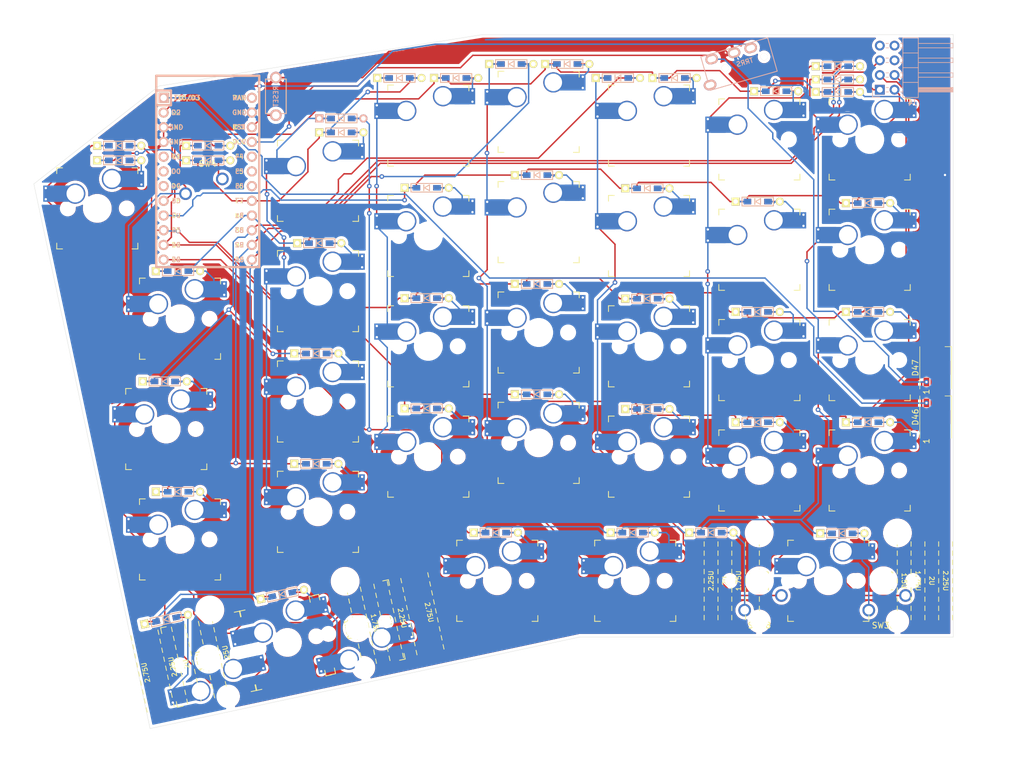
<source format=kicad_pcb>
(kicad_pcb (version 20171130) (host pcbnew "(5.1.5-0-10_14)")
  (layers (0 F.Cu signal) (31 B.Cu signal) (34 B.Paste user) (35 F.Paste user) (36 B.SilkS user) (37 F.SilkS user) (38 B.Mask user) (39 F.Mask user) (44 Edge.Cuts user))
  (net 0 "")
  (net 1 pin6)
  (net 2 pin1)
  (net 3 pin2)
  (net 4 pin3)
  (net 5 pin4)
  (net 6 pin5)
  (net 7 pin7)
  (net 8 "Net-(D8-Pad2)")
  (net 9 "Net-(D9-Pad2)")
  (net 10 "Net-(D11-Pad2)")
  (net 11 "Net-(D12-Pad2)")
  (net 12 pin8)
  (net 13 "Net-(D14-Pad2)")
  (net 14 "Net-(D17-Pad2)")
  (net 15 "Net-(D18-Pad2)")
  (net 16 pin9)
  (net 17 "Net-(D20-Pad2)")
  (net 18 "Net-(D21-Pad2)")
  (net 19 "Net-(D23-Pad2)")
  (net 20 "Net-(D24-Pad2)")
  (net 21 pin10)
  (net 22 "Net-(D26-Pad2)")
  (net 23 "Net-(D27-Pad2)")
  (net 24 "Net-(D29-Pad2)")
  (net 25 "Net-(D30-Pad2)")
  (net 26 "Net-(D32-Pad2)")
  (net 27 "Net-(D33-Pad2)")
  (net 28 "Net-(D35-Pad2)")
  (net 29 "Net-(D36-Pad2)")
  (net 30 "Net-(D38-Pad2)")
  (net 31 "Net-(D41-Pad2)")
  (net 32 "Net-(D42-Pad2)")
  (net 33 "Net-(D44-Pad2)")
  (net 34 "Net-(D45-Pad2)")
  (net 35 "Net-(D46-Pad2)")
  (net 36 "Net-(D47-Pad2)")
  (net 37 data)
  (net 38 led)
  (net 39 GND1)
  (net 40 VCC)
  (net 41 "Net-(J3-PadA)")
  (net 42 "Net-(J4-Pad6)")
  (net 43 "Net-(J4-Pad7)")
  (net 44 "Net-(J4-Pad8)")
  (net 45 reset)
  (net 46 "Net-(U1-Pad24)")
  (net 47 "Net-(D1-Pad1)")
  (net 48 "Net-(D2-Pad2)")
  (net 49 "Net-(D5-Pad2)")
  (net 50 "Net-(D6-Pad2)")
  (net 51 "Net-(D7-Pad2)")
  (net 52 "Net-(D13-Pad2)")
  (net 53 "Net-(D19-Pad2)")
  (net 54 "Net-(D25-Pad2)")
  (net 55 "Net-(D31-Pad2)")
  (net 56 "Net-(D37-Pad2)")
  (net 57 "Net-(D43-Pad2)")
  (net 58 "Net-(D3-Pad2)")
  (net 59 "Net-(D4-Pad1)")
  (net 60 "Net-(D10-Pad1)")
  (net 61 "Net-(D16-Pad1)")
  (net 62 "Net-(D22-Pad1)")
  (net 63 "Net-(D28-Pad1)")
  (net 64 "Net-(D34-Pad1)")
  (net 65 "Net-(U1-Pad5)")
  (net 66 "Net-(U1-Pad6)")
  (net 67 "Net-(U1-Pad7)")
  (net 68 "Net-(U1-Pad18)")
  (net 69 "Net-(U1-Pad19)")
  (net 70 "Net-(U1-Pad20)")
  (module SMK_SU120:D3_TH_SMD (layer F.Cu) (at 59.182 84.6455)
    (fp_text reference D6 hide)
    (fp_text value D hide)
    (pad 2 smd rect (at 1.775 0) (size 1.3 0.95) (layers F.Cu F.Paste F.Mask) (net 50 "Net-(D6-Pad2)"))
    (pad 2 thru_hole circle (at 3.81 0) (size 1.397 1.397) (drill 0.8128) (layers *.Cu *.Mask F.SilkS) (net 50 "Net-(D6-Pad2)"))
    (pad 1 thru_hole rect (at -3.81 0) (size 1.397 1.397) (drill 0.8128) (layers *.Cu *.Mask F.SilkS) (net 3 pin2))
    (pad 1 smd rect (at -1.775 0) (size 1.3 0.95) (layers B.Cu B.Paste B.Mask) (net 3 pin2))
    (pad 2 smd rect (at 1.775 0) (size 1.3 0.95) (layers B.Cu B.Paste B.Mask) (net 50 "Net-(D6-Pad2)"))
    (pad 1 smd rect (at -1.775 0) (size 1.3 0.95) (layers F.Cu F.Paste F.Mask) (net 3 pin2))
  )
  (module SMK_foostan:CherryMX_Hotswap_v2 (layer F.Cu) (at 78.074656 148.752598 12)
    (fp_text reference SW8)
    (fp_text value SW_Push)
    (pad 2 thru_hole circle (at 2.54 -5.08 12) (size 3.5 3.5) (drill 3) (layers *.Cu) (net 9 "Net-(D9-Pad2)"))
    (pad "" np_thru_hole circle (at 0 0 12) (size 3.9878 3.9878) (drill 3.9878) (layers *.Cu *.Mask))
    (pad 1 thru_hole circle (at -3.81 -2.54 12) (size 3.5 3.5) (drill 3) (layers *.Cu) (net 59 "Net-(D4-Pad1)"))
    (pad "" np_thru_hole circle (at -5.08 0 60.0996) (size 1.75 1.75) (drill 1.75) (layers *.Cu *.Mask))
    (pad "" np_thru_hole circle (at 5.08 0 60.0996) (size 1.75 1.75) (drill 1.75) (layers *.Cu *.Mask))
    (pad 1 smd rect (at -7.084999 -2.54 12) (size 2.55 2.8) (layers B.Cu B.Paste B.Mask) (net 59 "Net-(D4-Pad1)"))
    (pad 2 smd rect (at 5.815 -5.08 12) (size 2.55 2.8) (layers B.Cu B.Paste B.Mask) (net 9 "Net-(D9-Pad2)"))
    (pad 1 thru_hole circle (at -8.89 -3.502 12) (size 0.8 0.8) (drill 0.4) (layers *.Cu) (net 59 "Net-(D4-Pad1)"))
    (pad 2 thru_hole circle (at 7.62 -6.042 12) (size 0.8 0.8) (drill 0.4) (layers *.Cu) (net 9 "Net-(D9-Pad2)"))
    (pad 1 thru_hole circle (at -8.89 -1.578 12) (size 0.8 0.8) (drill 0.4) (layers *.Cu) (net 59 "Net-(D4-Pad1)"))
    (pad 2 thru_hole circle (at 7.62 -4.118 12) (size 0.8 0.8) (drill 0.4) (layers *.Cu) (net 9 "Net-(D9-Pad2)"))
    (pad 1 smd rect (at -7.085 -2.54 12) (size 4.5 2.8) (layers B.Cu) (net 59 "Net-(D4-Pad1)"))
    (pad 2 smd rect (at 5.842 -5.08 12) (size 4.5 2.8) (layers B.Cu) (net 9 "Net-(D9-Pad2)"))
  )
  (module SMK_SU120:CherryMX_MidHeight_Choc_Hotswap_2.75U_Outline (layer F.Cu) (at 78.074656 148.752598 192)
    (fp_text reference H2 hide)
    (fp_text value MountingHole hide)
    (fp_text user 2.75U (at -25.003125 0 282 unlocked) (layer F.SilkS) (effects (font (size 0.8 0.8))))
    (fp_text user 2.25U (at -20.240625 0 282 unlocked) (layer F.SilkS) (effects (font (size 0.8 0.8))))
    (fp_text user 2U (at -17.859375 0 282 unlocked) (layer F.SilkS) (effects (font (size 0.8 0.8))))
    (fp_text user 1.75U (at -15.478125 0 282 unlocked) (layer F.SilkS) (effects (font (size 0.8 0.8))))
    (fp_text user 1.5U (at -13.096875 0 282 unlocked) (layer F.SilkS) (effects (font (size 0.8 0.8))))
    (fp_text user 1.25U (at -10.715625 0 282 unlocked) (layer F.SilkS) (effects (font (size 0.8 0.8))))
    (fp_text user 2.75U (at 25.003125 0 102 unlocked) (layer F.SilkS) (effects (font (size 0.8 0.8))))
    (fp_text user 2.25U (at 20.240625 0 102 unlocked) (layer F.SilkS) (effects (font (size 0.8 0.8))))
    (fp_text user 2U (at 17.859375 0 102 unlocked) (layer F.SilkS) (effects (font (size 0.8 0.8))))
    (fp_text user 1.5U (at 13.096875 0 102 unlocked) (layer F.SilkS) (effects (font (size 0.8 0.8))))
    (fp_text user 1.75U (at 15.478125 0 102 unlocked) (layer F.SilkS) (effects (font (size 0.8 0.8))))
    (fp_text user 1.25U (at 10.715625 0 102 unlocked) (layer F.SilkS) (effects (font (size 0.8 0.8))))
    (pad "" np_thru_hole circle (at 11.938 8.255 192) (size 3.9878 3.9878) (drill 3.9878) (layers *.Cu *.Mask))
    (pad "" np_thru_hole circle (at -11.938 8.255 192) (size 3.9878 3.9878) (drill 3.9878) (layers *.Cu *.Mask))
    (pad "" np_thru_hole circle (at 11.938 -6.985 192) (size 3.048 3.048) (drill 3.048) (layers *.Cu *.Mask))
    (pad "" np_thru_hole circle (at -11.938 -6.985 192) (size 3.048 3.048) (drill 3.048) (layers *.Cu *.Mask))
  )
  (module SMK_SU120:D3_TH_SMD (layer F.Cu) (at 97.409 51.308)
    (fp_text reference D16 hide)
    (fp_text value D hide)
    (pad 2 smd rect (at 1.775 0) (size 1.3 0.95) (layers F.Cu F.Paste F.Mask) (net 2 pin1))
    (pad 2 thru_hole circle (at 3.81 0) (size 1.397 1.397) (drill 0.8128) (layers *.Cu *.Mask F.SilkS) (net 2 pin1))
    (pad 1 thru_hole rect (at -3.81 0) (size 1.397 1.397) (drill 0.8128) (layers *.Cu *.Mask F.SilkS) (net 61 "Net-(D16-Pad1)"))
    (pad 1 smd rect (at -1.775 0) (size 1.3 0.95) (layers B.Cu B.Paste B.Mask) (net 61 "Net-(D16-Pad1)"))
    (pad 2 smd rect (at 1.775 0) (size 1.3 0.95) (layers B.Cu B.Paste B.Mask) (net 2 pin1))
    (pad 1 smd rect (at -1.775 0) (size 1.3 0.95) (layers F.Cu F.Paste F.Mask) (net 61 "Net-(D16-Pad1)"))
  )
  (module SMK_SU120:D3_TH_SMD (layer F.Cu) (at 87.376 60.706)
    (fp_text reference D11 hide)
    (fp_text value D hide)
    (pad 2 smd rect (at 1.775 0) (size 1.3 0.95) (layers F.Cu F.Paste F.Mask) (net 10 "Net-(D11-Pad2)"))
    (pad 2 thru_hole circle (at 3.81 0) (size 1.397 1.397) (drill 0.8128) (layers *.Cu *.Mask F.SilkS) (net 10 "Net-(D11-Pad2)"))
    (pad 1 thru_hole rect (at -3.81 0) (size 1.397 1.397) (drill 0.8128) (layers *.Cu *.Mask F.SilkS) (net 2 pin1))
    (pad 1 smd rect (at -1.775 0) (size 1.3 0.95) (layers B.Cu B.Paste B.Mask) (net 2 pin1))
    (pad 2 smd rect (at 1.775 0) (size 1.3 0.95) (layers B.Cu B.Paste B.Mask) (net 10 "Net-(D11-Pad2)"))
    (pad 1 smd rect (at -1.775 0) (size 1.3 0.95) (layers F.Cu F.Paste F.Mask) (net 2 pin1))
  )
  (module SMK_foostan:CherryMX_Hotswap_v2 (layer F.Cu) (at 45.24375 73.81875)
    (fp_text reference SW2)
    (fp_text value SW_Push)
    (pad 2 thru_hole circle (at 2.54 -5.08) (size 3.5 3.5) (drill 3) (layers *.Cu) (net 48 "Net-(D2-Pad2)"))
    (pad "" np_thru_hole circle (at 0 0) (size 3.9878 3.9878) (drill 3.9878) (layers *.Cu *.Mask))
    (pad 1 thru_hole circle (at -3.81 -2.54) (size 3.5 3.5) (drill 3) (layers *.Cu) (net 47 "Net-(D1-Pad1)"))
    (pad "" np_thru_hole circle (at -5.08 0 48.0996) (size 1.75 1.75) (drill 1.75) (layers *.Cu *.Mask))
    (pad "" np_thru_hole circle (at 5.08 0 48.0996) (size 1.75 1.75) (drill 1.75) (layers *.Cu *.Mask))
    (pad 1 smd rect (at -7.085 -2.54) (size 2.55 2.8) (layers B.Cu B.Paste B.Mask) (net 47 "Net-(D1-Pad1)"))
    (pad 2 smd rect (at 5.815 -5.08) (size 2.55 2.8) (layers B.Cu B.Paste B.Mask) (net 48 "Net-(D2-Pad2)"))
    (pad 1 thru_hole circle (at -8.89 -3.502) (size 0.8 0.8) (drill 0.4) (layers *.Cu) (net 47 "Net-(D1-Pad1)"))
    (pad 2 thru_hole circle (at 7.62 -6.042) (size 0.8 0.8) (drill 0.4) (layers *.Cu) (net 48 "Net-(D2-Pad2)"))
    (pad 1 thru_hole circle (at -8.89 -1.578) (size 0.8 0.8) (drill 0.4) (layers *.Cu) (net 47 "Net-(D1-Pad1)"))
    (pad 2 thru_hole circle (at 7.62 -4.118) (size 0.8 0.8) (drill 0.4) (layers *.Cu) (net 48 "Net-(D2-Pad2)"))
    (pad 1 smd rect (at -7.085 -2.54) (size 4.5 2.8) (layers B.Cu) (net 47 "Net-(D1-Pad1)"))
    (pad 2 smd rect (at 5.842 -5.08) (size 4.5 2.8) (layers B.Cu) (net 48 "Net-(D2-Pad2)"))
  )
  (module SMK_SU120:D3_TH_SMD (layer F.Cu) (at 49.022 62.992)
    (fp_text reference D1 hide)
    (fp_text value D hide)
    (pad 2 smd rect (at 1.775 0) (size 1.3 0.95) (layers F.Cu F.Paste F.Mask) (net 12 pin8))
    (pad 2 thru_hole circle (at 3.81 0) (size 1.397 1.397) (drill 0.8128) (layers *.Cu *.Mask F.SilkS) (net 12 pin8))
    (pad 1 thru_hole rect (at -3.81 0) (size 1.397 1.397) (drill 0.8128) (layers *.Cu *.Mask F.SilkS) (net 47 "Net-(D1-Pad1)"))
    (pad 1 smd rect (at -1.775 0) (size 1.3 0.95) (layers B.Cu B.Paste B.Mask) (net 47 "Net-(D1-Pad1)"))
    (pad 2 smd rect (at 1.775 0) (size 1.3 0.95) (layers B.Cu B.Paste B.Mask) (net 12 pin8))
    (pad 1 smd rect (at -1.775 0) (size 1.3 0.95) (layers F.Cu F.Paste F.Mask) (net 47 "Net-(D1-Pad1)"))
  )
  (module SMK_SU120:D3_TH_SMD (layer F.Cu) (at 49.022 65.532)
    (fp_text reference D2 hide)
    (fp_text value D hide)
    (pad 2 smd rect (at 1.775 0) (size 1.3 0.95) (layers F.Cu F.Paste F.Mask) (net 48 "Net-(D2-Pad2)"))
    (pad 2 thru_hole circle (at 3.81 0) (size 1.397 1.397) (drill 0.8128) (layers *.Cu *.Mask F.SilkS) (net 48 "Net-(D2-Pad2)"))
    (pad 1 thru_hole rect (at -3.81 0) (size 1.397 1.397) (drill 0.8128) (layers *.Cu *.Mask F.SilkS) (net 2 pin1))
    (pad 1 smd rect (at -1.775 0) (size 1.3 0.95) (layers B.Cu B.Paste B.Mask) (net 2 pin1))
    (pad 2 smd rect (at 1.775 0) (size 1.3 0.95) (layers B.Cu B.Paste B.Mask) (net 48 "Net-(D2-Pad2)"))
    (pad 1 smd rect (at -1.775 0) (size 1.3 0.95) (layers F.Cu F.Paste F.Mask) (net 2 pin1))
  )
  (module SMK_SU120:D3_TH_SMD (layer F.Cu) (at 64.389 62.992)
    (fp_text reference D4 hide)
    (fp_text value D hide)
    (pad 1 smd rect (at -1.775 0) (size 1.3 0.95) (layers F.Cu F.Paste F.Mask) (net 59 "Net-(D4-Pad1)"))
    (pad 2 smd rect (at 1.775 0) (size 1.3 0.95) (layers B.Cu B.Paste B.Mask) (net 16 pin9))
    (pad 1 smd rect (at -1.775 0) (size 1.3 0.95) (layers B.Cu B.Paste B.Mask) (net 59 "Net-(D4-Pad1)"))
    (pad 1 thru_hole rect (at -3.81 0) (size 1.397 1.397) (drill 0.8128) (layers *.Cu *.Mask F.SilkS) (net 59 "Net-(D4-Pad1)"))
    (pad 2 thru_hole circle (at 3.81 0) (size 1.397 1.397) (drill 0.8128) (layers *.Cu *.Mask F.SilkS) (net 16 pin9))
    (pad 2 smd rect (at 1.775 0) (size 1.3 0.95) (layers F.Cu F.Paste F.Mask) (net 16 pin9))
  )
  (module SMK_SU120:D3_TH_SMD (layer F.Cu) (at 64.389 65.532)
    (fp_text reference D5 hide)
    (fp_text value D hide)
    (pad 2 smd rect (at 1.775 0) (size 1.3 0.95) (layers F.Cu F.Paste F.Mask) (net 49 "Net-(D5-Pad2)"))
    (pad 2 thru_hole circle (at 3.81 0) (size 1.397 1.397) (drill 0.8128) (layers *.Cu *.Mask F.SilkS) (net 49 "Net-(D5-Pad2)"))
    (pad 1 thru_hole rect (at -3.81 0) (size 1.397 1.397) (drill 0.8128) (layers *.Cu *.Mask F.SilkS) (net 2 pin1))
    (pad 1 smd rect (at -1.775 0) (size 1.3 0.95) (layers B.Cu B.Paste B.Mask) (net 2 pin1))
    (pad 2 smd rect (at 1.775 0) (size 1.3 0.95) (layers B.Cu B.Paste B.Mask) (net 49 "Net-(D5-Pad2)"))
    (pad 1 smd rect (at -1.775 0) (size 1.3 0.95) (layers F.Cu F.Paste F.Mask) (net 2 pin1))
  )
  (module SMK_SU120:D3_TH_SMD (layer F.Cu) (at 56.896 103.6955)
    (fp_text reference D7 hide)
    (fp_text value D hide)
    (pad 2 smd rect (at 1.775 0) (size 1.3 0.95) (layers F.Cu F.Paste F.Mask) (net 51 "Net-(D7-Pad2)"))
    (pad 2 thru_hole circle (at 3.81 0) (size 1.397 1.397) (drill 0.8128) (layers *.Cu *.Mask F.SilkS) (net 51 "Net-(D7-Pad2)"))
    (pad 1 thru_hole rect (at -3.81 0) (size 1.397 1.397) (drill 0.8128) (layers *.Cu *.Mask F.SilkS) (net 4 pin3))
    (pad 1 smd rect (at -1.775 0) (size 1.3 0.95) (layers B.Cu B.Paste B.Mask) (net 4 pin3))
    (pad 2 smd rect (at 1.775 0) (size 1.3 0.95) (layers B.Cu B.Paste B.Mask) (net 51 "Net-(D7-Pad2)"))
    (pad 1 smd rect (at -1.775 0) (size 1.3 0.95) (layers F.Cu F.Paste F.Mask) (net 4 pin3))
  )
  (module SMK_SU120:D3_TH_SMD (layer F.Cu) (at 59.182 122.7455)
    (fp_text reference D8 hide)
    (fp_text value D hide)
    (pad 2 smd rect (at 1.775 0) (size 1.3 0.95) (layers F.Cu F.Paste F.Mask) (net 8 "Net-(D8-Pad2)"))
    (pad 2 thru_hole circle (at 3.81 0) (size 1.397 1.397) (drill 0.8128) (layers *.Cu *.Mask F.SilkS) (net 8 "Net-(D8-Pad2)"))
    (pad 1 thru_hole rect (at -3.81 0) (size 1.397 1.397) (drill 0.8128) (layers *.Cu *.Mask F.SilkS) (net 5 pin4))
    (pad 1 smd rect (at -1.775 0) (size 1.3 0.95) (layers B.Cu B.Paste B.Mask) (net 5 pin4))
    (pad 2 smd rect (at 1.775 0) (size 1.3 0.95) (layers B.Cu B.Paste B.Mask) (net 8 "Net-(D8-Pad2)"))
    (pad 1 smd rect (at -1.775 0) (size 1.3 0.95) (layers F.Cu F.Paste F.Mask) (net 5 pin4))
  )
  (module SMK_SU120:D3_TH_SMD (layer F.Cu) (at 77.1906 140.462 12)
    (fp_text reference D9 hide)
    (fp_text value D hide)
    (pad 2 smd rect (at 1.775 0 12) (size 1.3 0.95) (layers F.Cu F.Paste F.Mask) (net 9 "Net-(D9-Pad2)"))
    (pad 2 thru_hole circle (at 3.81 0 12) (size 1.397 1.397) (drill 0.8128) (layers *.Cu *.Mask F.SilkS) (net 9 "Net-(D9-Pad2)"))
    (pad 1 thru_hole rect (at -3.81 0 12) (size 1.397 1.397) (drill 0.8128) (layers *.Cu *.Mask F.SilkS) (net 6 pin5))
    (pad 1 smd rect (at -1.775 0 12) (size 1.3 0.95) (layers B.Cu B.Paste B.Mask) (net 6 pin5))
    (pad 2 smd rect (at 1.775 0 12) (size 1.3 0.95) (layers B.Cu B.Paste B.Mask) (net 9 "Net-(D9-Pad2)"))
    (pad 1 smd rect (at -1.775 0 12) (size 1.3 0.95) (layers F.Cu F.Paste F.Mask) (net 6 pin5))
  )
  (module SMK_SU120:D3_TH_SMD (layer B.Cu) (at 87.376 58.293)
    (fp_text reference D10 hide)
    (fp_text value D hide)
    (pad 2 smd rect (at 1.775 0) (size 1.3 0.95) (layers B.Cu B.Paste B.Mask) (net 21 pin10))
    (pad 2 thru_hole circle (at 3.81 0) (size 1.397 1.397) (drill 0.8128) (layers *.Cu *.Mask B.SilkS) (net 21 pin10))
    (pad 1 thru_hole rect (at -3.81 0) (size 1.397 1.397) (drill 0.8128) (layers *.Cu *.Mask B.SilkS) (net 60 "Net-(D10-Pad1)"))
    (pad 1 smd rect (at -1.775 0) (size 1.3 0.95) (layers F.Cu F.Paste F.Mask) (net 60 "Net-(D10-Pad1)"))
    (pad 2 smd rect (at 1.775 0) (size 1.3 0.95) (layers F.Cu F.Paste F.Mask) (net 21 pin10))
    (pad 1 smd rect (at -1.775 0) (size 1.3 0.95) (layers B.Cu B.Paste B.Mask) (net 60 "Net-(D10-Pad1)"))
  )
  (module SMK_SU120:D3_TH_SMD (layer F.Cu) (at 83.566 79.8195)
    (fp_text reference D12 hide)
    (fp_text value D hide)
    (pad 2 smd rect (at 1.775 0) (size 1.3 0.95) (layers F.Cu F.Paste F.Mask) (net 11 "Net-(D12-Pad2)"))
    (pad 2 thru_hole circle (at 3.81 0) (size 1.397 1.397) (drill 0.8128) (layers *.Cu *.Mask F.SilkS) (net 11 "Net-(D12-Pad2)"))
    (pad 1 thru_hole rect (at -3.81 0) (size 1.397 1.397) (drill 0.8128) (layers *.Cu *.Mask F.SilkS) (net 3 pin2))
    (pad 1 smd rect (at -1.775 0) (size 1.3 0.95) (layers B.Cu B.Paste B.Mask) (net 3 pin2))
    (pad 2 smd rect (at 1.775 0) (size 1.3 0.95) (layers B.Cu B.Paste B.Mask) (net 11 "Net-(D12-Pad2)"))
    (pad 1 smd rect (at -1.775 0) (size 1.3 0.95) (layers F.Cu F.Paste F.Mask) (net 3 pin2))
  )
  (module SMK_SU120:D3_TH_SMD (layer F.Cu) (at 83.058 98.8695)
    (fp_text reference D13 hide)
    (fp_text value D hide)
    (pad 2 smd rect (at 1.775 0) (size 1.3 0.95) (layers F.Cu F.Paste F.Mask) (net 52 "Net-(D13-Pad2)"))
    (pad 2 thru_hole circle (at 3.81 0) (size 1.397 1.397) (drill 0.8128) (layers *.Cu *.Mask F.SilkS) (net 52 "Net-(D13-Pad2)"))
    (pad 1 thru_hole rect (at -3.81 0) (size 1.397 1.397) (drill 0.8128) (layers *.Cu *.Mask F.SilkS) (net 4 pin3))
    (pad 1 smd rect (at -1.775 0) (size 1.3 0.95) (layers B.Cu B.Paste B.Mask) (net 4 pin3))
    (pad 2 smd rect (at 1.775 0) (size 1.3 0.95) (layers B.Cu B.Paste B.Mask) (net 52 "Net-(D13-Pad2)"))
    (pad 1 smd rect (at -1.775 0) (size 1.3 0.95) (layers F.Cu F.Paste F.Mask) (net 4 pin3))
  )
  (module SMK_SU120:D3_TH_SMD (layer F.Cu) (at 83.058 117.9195)
    (fp_text reference D14 hide)
    (fp_text value D hide)
    (pad 2 smd rect (at 1.775 0) (size 1.3 0.95) (layers F.Cu F.Paste F.Mask) (net 13 "Net-(D14-Pad2)"))
    (pad 2 thru_hole circle (at 3.81 0) (size 1.397 1.397) (drill 0.8128) (layers *.Cu *.Mask F.SilkS) (net 13 "Net-(D14-Pad2)"))
    (pad 1 thru_hole rect (at -3.81 0) (size 1.397 1.397) (drill 0.8128) (layers *.Cu *.Mask F.SilkS) (net 5 pin4))
    (pad 1 smd rect (at -1.775 0) (size 1.3 0.95) (layers B.Cu B.Paste B.Mask) (net 5 pin4))
    (pad 2 smd rect (at 1.775 0) (size 1.3 0.95) (layers B.Cu B.Paste B.Mask) (net 13 "Net-(D14-Pad2)"))
    (pad 1 smd rect (at -1.775 0) (size 1.3 0.95) (layers F.Cu F.Paste F.Mask) (net 5 pin4))
  )
  (module SMK_SU120:D3_TH_SMD (layer F.Cu) (at 107.188 51.308)
    (fp_text reference D17 hide)
    (fp_text value D hide)
    (pad 2 smd rect (at 1.775 0) (size 1.3 0.95) (layers F.Cu F.Paste F.Mask) (net 14 "Net-(D17-Pad2)"))
    (pad 2 thru_hole circle (at 3.81 0) (size 1.397 1.397) (drill 0.8128) (layers *.Cu *.Mask F.SilkS) (net 14 "Net-(D17-Pad2)"))
    (pad 1 thru_hole rect (at -3.81 0) (size 1.397 1.397) (drill 0.8128) (layers *.Cu *.Mask F.SilkS) (net 1 pin6))
    (pad 1 smd rect (at -1.775 0) (size 1.3 0.95) (layers B.Cu B.Paste B.Mask) (net 1 pin6))
    (pad 2 smd rect (at 1.775 0) (size 1.3 0.95) (layers B.Cu B.Paste B.Mask) (net 14 "Net-(D17-Pad2)"))
    (pad 1 smd rect (at -1.775 0) (size 1.3 0.95) (layers F.Cu F.Paste F.Mask) (net 1 pin6))
  )
  (module SMK_SU120:D3_TH_SMD (layer F.Cu) (at 102.108 70.26275)
    (fp_text reference D18 hide)
    (fp_text value D hide)
    (pad 2 smd rect (at 1.775 0) (size 1.3 0.95) (layers F.Cu F.Paste F.Mask) (net 15 "Net-(D18-Pad2)"))
    (pad 2 thru_hole circle (at 3.81 0) (size 1.397 1.397) (drill 0.8128) (layers *.Cu *.Mask F.SilkS) (net 15 "Net-(D18-Pad2)"))
    (pad 1 thru_hole rect (at -3.81 0) (size 1.397 1.397) (drill 0.8128) (layers *.Cu *.Mask F.SilkS) (net 7 pin7))
    (pad 1 smd rect (at -1.775 0) (size 1.3 0.95) (layers B.Cu B.Paste B.Mask) (net 7 pin7))
    (pad 2 smd rect (at 1.775 0) (size 1.3 0.95) (layers B.Cu B.Paste B.Mask) (net 15 "Net-(D18-Pad2)"))
    (pad 1 smd rect (at -1.775 0) (size 1.3 0.95) (layers F.Cu F.Paste F.Mask) (net 7 pin7))
  )
  (module SMK_SU120:D3_TH_SMD (layer F.Cu) (at 102.108 89.31275)
    (fp_text reference D19 hide)
    (fp_text value D hide)
    (pad 2 smd rect (at 1.775 0) (size 1.3 0.95) (layers F.Cu F.Paste F.Mask) (net 53 "Net-(D19-Pad2)"))
    (pad 2 thru_hole circle (at 3.81 0) (size 1.397 1.397) (drill 0.8128) (layers *.Cu *.Mask F.SilkS) (net 53 "Net-(D19-Pad2)"))
    (pad 1 thru_hole rect (at -3.81 0) (size 1.397 1.397) (drill 0.8128) (layers *.Cu *.Mask F.SilkS) (net 12 pin8))
    (pad 1 smd rect (at -1.775 0) (size 1.3 0.95) (layers B.Cu B.Paste B.Mask) (net 12 pin8))
    (pad 2 smd rect (at 1.775 0) (size 1.3 0.95) (layers B.Cu B.Paste B.Mask) (net 53 "Net-(D19-Pad2)"))
    (pad 1 smd rect (at -1.775 0) (size 1.3 0.95) (layers F.Cu F.Paste F.Mask) (net 12 pin8))
  )
  (module SMK_SU120:D3_TH_SMD (layer F.Cu) (at 102.108 108.36275)
    (fp_text reference D20 hide)
    (fp_text value D hide)
    (pad 2 smd rect (at 1.775 0) (size 1.3 0.95) (layers F.Cu F.Paste F.Mask) (net 17 "Net-(D20-Pad2)"))
    (pad 2 thru_hole circle (at 3.81 0) (size 1.397 1.397) (drill 0.8128) (layers *.Cu *.Mask F.SilkS) (net 17 "Net-(D20-Pad2)"))
    (pad 1 thru_hole rect (at -3.81 0) (size 1.397 1.397) (drill 0.8128) (layers *.Cu *.Mask F.SilkS) (net 16 pin9))
    (pad 1 smd rect (at -1.775 0) (size 1.3 0.95) (layers B.Cu B.Paste B.Mask) (net 16 pin9))
    (pad 2 smd rect (at 1.775 0) (size 1.3 0.95) (layers B.Cu B.Paste B.Mask) (net 17 "Net-(D20-Pad2)"))
    (pad 1 smd rect (at -1.775 0) (size 1.3 0.95) (layers F.Cu F.Paste F.Mask) (net 16 pin9))
  )
  (module SMK_SU120:D3_TH_SMD (layer F.Cu) (at 114.046 129.794)
    (fp_text reference D21 hide)
    (fp_text value D hide)
    (pad 2 smd rect (at 1.775 0) (size 1.3 0.95) (layers F.Cu F.Paste F.Mask) (net 18 "Net-(D21-Pad2)"))
    (pad 2 thru_hole circle (at 3.81 0) (size 1.397 1.397) (drill 0.8128) (layers *.Cu *.Mask F.SilkS) (net 18 "Net-(D21-Pad2)"))
    (pad 1 thru_hole rect (at -3.81 0) (size 1.397 1.397) (drill 0.8128) (layers *.Cu *.Mask F.SilkS) (net 21 pin10))
    (pad 1 smd rect (at -1.775 0) (size 1.3 0.95) (layers B.Cu B.Paste B.Mask) (net 21 pin10))
    (pad 2 smd rect (at 1.775 0) (size 1.3 0.95) (layers B.Cu B.Paste B.Mask) (net 18 "Net-(D21-Pad2)"))
    (pad 1 smd rect (at -1.775 0) (size 1.3 0.95) (layers F.Cu F.Paste F.Mask) (net 21 pin10))
  )
  (module SMK_SU120:D3_TH_SMD (layer F.Cu) (at 116.713 48.895)
    (fp_text reference D22 hide)
    (fp_text value D hide)
    (pad 1 smd rect (at -1.775 0) (size 1.3 0.95) (layers F.Cu F.Paste F.Mask) (net 62 "Net-(D22-Pad1)"))
    (pad 2 smd rect (at 1.775 0) (size 1.3 0.95) (layers B.Cu B.Paste B.Mask) (net 3 pin2))
    (pad 1 smd rect (at -1.775 0) (size 1.3 0.95) (layers B.Cu B.Paste B.Mask) (net 62 "Net-(D22-Pad1)"))
    (pad 1 thru_hole rect (at -3.81 0) (size 1.397 1.397) (drill 0.8128) (layers *.Cu *.Mask F.SilkS) (net 62 "Net-(D22-Pad1)"))
    (pad 2 thru_hole circle (at 3.81 0) (size 1.397 1.397) (drill 0.8128) (layers *.Cu *.Mask F.SilkS) (net 3 pin2))
    (pad 2 smd rect (at 1.775 0) (size 1.3 0.95) (layers F.Cu F.Paste F.Mask) (net 3 pin2))
  )
  (module SMK_SU120:D3_TH_SMD (layer F.Cu) (at 126.365 48.895)
    (fp_text reference D23 hide)
    (fp_text value D hide)
    (pad 2 smd rect (at 1.775 0) (size 1.3 0.95) (layers F.Cu F.Paste F.Mask) (net 19 "Net-(D23-Pad2)"))
    (pad 2 thru_hole circle (at 3.81 0) (size 1.397 1.397) (drill 0.8128) (layers *.Cu *.Mask F.SilkS) (net 19 "Net-(D23-Pad2)"))
    (pad 1 thru_hole rect (at -3.81 0) (size 1.397 1.397) (drill 0.8128) (layers *.Cu *.Mask F.SilkS) (net 1 pin6))
    (pad 1 smd rect (at -1.775 0) (size 1.3 0.95) (layers B.Cu B.Paste B.Mask) (net 1 pin6))
    (pad 2 smd rect (at 1.775 0) (size 1.3 0.95) (layers B.Cu B.Paste B.Mask) (net 19 "Net-(D23-Pad2)"))
    (pad 1 smd rect (at -1.775 0) (size 1.3 0.95) (layers F.Cu F.Paste F.Mask) (net 1 pin6))
  )
  (module SMK_SU120:D3_TH_SMD (layer F.Cu) (at 121.158 68.072)
    (fp_text reference D24 hide)
    (fp_text value D hide)
    (pad 2 smd rect (at 1.775 0) (size 1.3 0.95) (layers F.Cu F.Paste F.Mask) (net 20 "Net-(D24-Pad2)"))
    (pad 2 thru_hole circle (at 3.81 0) (size 1.397 1.397) (drill 0.8128) (layers *.Cu *.Mask F.SilkS) (net 20 "Net-(D24-Pad2)"))
    (pad 1 thru_hole rect (at -3.81 0) (size 1.397 1.397) (drill 0.8128) (layers *.Cu *.Mask F.SilkS) (net 7 pin7))
    (pad 1 smd rect (at -1.775 0) (size 1.3 0.95) (layers B.Cu B.Paste B.Mask) (net 7 pin7))
    (pad 2 smd rect (at 1.775 0) (size 1.3 0.95) (layers B.Cu B.Paste B.Mask) (net 20 "Net-(D24-Pad2)"))
    (pad 1 smd rect (at -1.775 0) (size 1.3 0.95) (layers F.Cu F.Paste F.Mask) (net 7 pin7))
  )
  (module SMK_SU120:D3_TH_SMD (layer F.Cu) (at 121.158 86.868)
    (fp_text reference D25 hide)
    (fp_text value D hide)
    (pad 2 smd rect (at 1.775 0) (size 1.3 0.95) (layers F.Cu F.Paste F.Mask) (net 54 "Net-(D25-Pad2)"))
    (pad 2 thru_hole circle (at 3.81 0) (size 1.397 1.397) (drill 0.8128) (layers *.Cu *.Mask F.SilkS) (net 54 "Net-(D25-Pad2)"))
    (pad 1 thru_hole rect (at -3.81 0) (size 1.397 1.397) (drill 0.8128) (layers *.Cu *.Mask F.SilkS) (net 12 pin8))
    (pad 1 smd rect (at -1.775 0) (size 1.3 0.95) (layers B.Cu B.Paste B.Mask) (net 12 pin8))
    (pad 2 smd rect (at 1.775 0) (size 1.3 0.95) (layers B.Cu B.Paste B.Mask) (net 54 "Net-(D25-Pad2)"))
    (pad 1 smd rect (at -1.775 0) (size 1.3 0.95) (layers F.Cu F.Paste F.Mask) (net 12 pin8))
  )
  (module SMK_SU120:D3_TH_SMD (layer F.Cu) (at 121.158 105.918)
    (fp_text reference D26 hide)
    (fp_text value D hide)
    (pad 2 smd rect (at 1.775 0) (size 1.3 0.95) (layers F.Cu F.Paste F.Mask) (net 22 "Net-(D26-Pad2)"))
    (pad 2 thru_hole circle (at 3.81 0) (size 1.397 1.397) (drill 0.8128) (layers *.Cu *.Mask F.SilkS) (net 22 "Net-(D26-Pad2)"))
    (pad 1 thru_hole rect (at -3.81 0) (size 1.397 1.397) (drill 0.8128) (layers *.Cu *.Mask F.SilkS) (net 16 pin9))
    (pad 1 smd rect (at -1.775 0) (size 1.3 0.95) (layers B.Cu B.Paste B.Mask) (net 16 pin9))
    (pad 2 smd rect (at 1.775 0) (size 1.3 0.95) (layers B.Cu B.Paste B.Mask) (net 22 "Net-(D26-Pad2)"))
    (pad 1 smd rect (at -1.775 0) (size 1.3 0.95) (layers F.Cu F.Paste F.Mask) (net 16 pin9))
  )
  (module SMK_SU120:D3_TH_SMD (layer F.Cu) (at 137.668 129.794)
    (fp_text reference D27 hide)
    (fp_text value D hide)
    (pad 2 smd rect (at 1.775 0) (size 1.3 0.95) (layers F.Cu F.Paste F.Mask) (net 23 "Net-(D27-Pad2)"))
    (pad 2 thru_hole circle (at 3.81 0) (size 1.397 1.397) (drill 0.8128) (layers *.Cu *.Mask F.SilkS) (net 23 "Net-(D27-Pad2)"))
    (pad 1 thru_hole rect (at -3.81 0) (size 1.397 1.397) (drill 0.8128) (layers *.Cu *.Mask F.SilkS) (net 21 pin10))
    (pad 1 smd rect (at -1.775 0) (size 1.3 0.95) (layers B.Cu B.Paste B.Mask) (net 21 pin10))
    (pad 2 smd rect (at 1.775 0) (size 1.3 0.95) (layers B.Cu B.Paste B.Mask) (net 23 "Net-(D27-Pad2)"))
    (pad 1 smd rect (at -1.775 0) (size 1.3 0.95) (layers F.Cu F.Paste F.Mask) (net 21 pin10))
  )
  (module SMK_SU120:D3_TH_SMD (layer F.Cu) (at 135.128 51.308)
    (fp_text reference D28 hide)
    (fp_text value D hide)
    (pad 2 smd rect (at 1.775 0) (size 1.3 0.95) (layers F.Cu F.Paste F.Mask) (net 4 pin3))
    (pad 2 thru_hole circle (at 3.81 0) (size 1.397 1.397) (drill 0.8128) (layers *.Cu *.Mask F.SilkS) (net 4 pin3))
    (pad 1 thru_hole rect (at -3.81 0) (size 1.397 1.397) (drill 0.8128) (layers *.Cu *.Mask F.SilkS) (net 63 "Net-(D28-Pad1)"))
    (pad 1 smd rect (at -1.775 0) (size 1.3 0.95) (layers B.Cu B.Paste B.Mask) (net 63 "Net-(D28-Pad1)"))
    (pad 2 smd rect (at 1.775 0) (size 1.3 0.95) (layers B.Cu B.Paste B.Mask) (net 4 pin3))
    (pad 1 smd rect (at -1.775 0) (size 1.3 0.95) (layers F.Cu F.Paste F.Mask) (net 63 "Net-(D28-Pad1)"))
  )
  (module SMK_SU120:D3_TH_SMD (layer F.Cu) (at 144.907 51.308)
    (fp_text reference D29 hide)
    (fp_text value D hide)
    (pad 2 smd rect (at 1.775 0) (size 1.3 0.95) (layers F.Cu F.Paste F.Mask) (net 24 "Net-(D29-Pad2)"))
    (pad 2 thru_hole circle (at 3.81 0) (size 1.397 1.397) (drill 0.8128) (layers *.Cu *.Mask F.SilkS) (net 24 "Net-(D29-Pad2)"))
    (pad 1 thru_hole rect (at -3.81 0) (size 1.397 1.397) (drill 0.8128) (layers *.Cu *.Mask F.SilkS) (net 1 pin6))
    (pad 1 smd rect (at -1.775 0) (size 1.3 0.95) (layers B.Cu B.Paste B.Mask) (net 1 pin6))
    (pad 2 smd rect (at 1.775 0) (size 1.3 0.95) (layers B.Cu B.Paste B.Mask) (net 24 "Net-(D29-Pad2)"))
    (pad 1 smd rect (at -1.775 0) (size 1.3 0.95) (layers F.Cu F.Paste F.Mask) (net 1 pin6))
  )
  (module SMK_SU120:D3_TH_SMD (layer F.Cu) (at 140.208 70.358)
    (fp_text reference D30 hide)
    (fp_text value D hide)
    (pad 2 smd rect (at 1.775 0) (size 1.3 0.95) (layers F.Cu F.Paste F.Mask) (net 25 "Net-(D30-Pad2)"))
    (pad 2 thru_hole circle (at 3.81 0) (size 1.397 1.397) (drill 0.8128) (layers *.Cu *.Mask F.SilkS) (net 25 "Net-(D30-Pad2)"))
    (pad 1 thru_hole rect (at -3.81 0) (size 1.397 1.397) (drill 0.8128) (layers *.Cu *.Mask F.SilkS) (net 7 pin7))
    (pad 1 smd rect (at -1.775 0) (size 1.3 0.95) (layers B.Cu B.Paste B.Mask) (net 7 pin7))
    (pad 2 smd rect (at 1.775 0) (size 1.3 0.95) (layers B.Cu B.Paste B.Mask) (net 25 "Net-(D30-Pad2)"))
    (pad 1 smd rect (at -1.775 0) (size 1.3 0.95) (layers F.Cu F.Paste F.Mask) (net 7 pin7))
  )
  (module SMK_SU120:D3_TH_SMD (layer F.Cu) (at 140.208 89.408)
    (fp_text reference D31 hide)
    (fp_text value D hide)
    (pad 2 smd rect (at 1.775 0) (size 1.3 0.95) (layers F.Cu F.Paste F.Mask) (net 55 "Net-(D31-Pad2)"))
    (pad 2 thru_hole circle (at 3.81 0) (size 1.397 1.397) (drill 0.8128) (layers *.Cu *.Mask F.SilkS) (net 55 "Net-(D31-Pad2)"))
    (pad 1 thru_hole rect (at -3.81 0) (size 1.397 1.397) (drill 0.8128) (layers *.Cu *.Mask F.SilkS) (net 12 pin8))
    (pad 1 smd rect (at -1.775 0) (size 1.3 0.95) (layers B.Cu B.Paste B.Mask) (net 12 pin8))
    (pad 2 smd rect (at 1.775 0) (size 1.3 0.95) (layers B.Cu B.Paste B.Mask) (net 55 "Net-(D31-Pad2)"))
    (pad 1 smd rect (at -1.775 0) (size 1.3 0.95) (layers F.Cu F.Paste F.Mask) (net 12 pin8))
  )
  (module SMK_SU120:D3_TH_SMD (layer F.Cu) (at 140.208 108.458)
    (fp_text reference D32 hide)
    (fp_text value D hide)
    (pad 2 smd rect (at 1.775 0) (size 1.3 0.95) (layers F.Cu F.Paste F.Mask) (net 26 "Net-(D32-Pad2)"))
    (pad 2 thru_hole circle (at 3.81 0) (size 1.397 1.397) (drill 0.8128) (layers *.Cu *.Mask F.SilkS) (net 26 "Net-(D32-Pad2)"))
    (pad 1 thru_hole rect (at -3.81 0) (size 1.397 1.397) (drill 0.8128) (layers *.Cu *.Mask F.SilkS) (net 16 pin9))
    (pad 1 smd rect (at -1.775 0) (size 1.3 0.95) (layers B.Cu B.Paste B.Mask) (net 16 pin9))
    (pad 2 smd rect (at 1.775 0) (size 1.3 0.95) (layers B.Cu B.Paste B.Mask) (net 26 "Net-(D32-Pad2)"))
    (pad 1 smd rect (at -1.775 0) (size 1.3 0.95) (layers F.Cu F.Paste F.Mask) (net 16 pin9))
  )
  (module SMK_SU120:D3_TH_SMD (layer F.Cu) (at 151.257 129.794)
    (fp_text reference D33 hide)
    (fp_text value D hide)
    (pad 2 smd rect (at 1.775 0) (size 1.3 0.95) (layers F.Cu F.Paste F.Mask) (net 27 "Net-(D33-Pad2)"))
    (pad 2 thru_hole circle (at 3.81 0) (size 1.397 1.397) (drill 0.8128) (layers *.Cu *.Mask F.SilkS) (net 27 "Net-(D33-Pad2)"))
    (pad 1 thru_hole rect (at -3.81 0) (size 1.397 1.397) (drill 0.8128) (layers *.Cu *.Mask F.SilkS) (net 21 pin10))
    (pad 1 smd rect (at -1.775 0) (size 1.3 0.95) (layers B.Cu B.Paste B.Mask) (net 21 pin10))
    (pad 2 smd rect (at 1.775 0) (size 1.3 0.95) (layers B.Cu B.Paste B.Mask) (net 27 "Net-(D33-Pad2)"))
    (pad 1 smd rect (at -1.775 0) (size 1.3 0.95) (layers F.Cu F.Paste F.Mask) (net 21 pin10))
  )
  (module SMK_SU120:D3_TH_SMD (layer F.Cu) (at 173.101 49.276)
    (fp_text reference D34 hide)
    (fp_text value D hide)
    (pad 1 smd rect (at -1.775 0) (size 1.3 0.95) (layers F.Cu F.Paste F.Mask) (net 64 "Net-(D34-Pad1)"))
    (pad 2 smd rect (at 1.775 0) (size 1.3 0.95) (layers B.Cu B.Paste B.Mask) (net 5 pin4))
    (pad 1 smd rect (at -1.775 0) (size 1.3 0.95) (layers B.Cu B.Paste B.Mask) (net 64 "Net-(D34-Pad1)"))
    (pad 1 thru_hole rect (at -3.81 0) (size 1.397 1.397) (drill 0.8128) (layers *.Cu *.Mask F.SilkS) (net 64 "Net-(D34-Pad1)"))
    (pad 2 thru_hole circle (at 3.81 0) (size 1.397 1.397) (drill 0.8128) (layers *.Cu *.Mask F.SilkS) (net 5 pin4))
    (pad 2 smd rect (at 1.775 0) (size 1.3 0.95) (layers F.Cu F.Paste F.Mask) (net 5 pin4))
  )
  (module SMK_SU120:D3_TH_SMD (layer F.Cu) (at 162.433 53.594)
    (fp_text reference D35 hide)
    (fp_text value D hide)
    (pad 2 smd rect (at 1.775 0) (size 1.3 0.95) (layers F.Cu F.Paste F.Mask) (net 28 "Net-(D35-Pad2)"))
    (pad 2 thru_hole circle (at 3.81 0) (size 1.397 1.397) (drill 0.8128) (layers *.Cu *.Mask F.SilkS) (net 28 "Net-(D35-Pad2)"))
    (pad 1 thru_hole rect (at -3.81 0) (size 1.397 1.397) (drill 0.8128) (layers *.Cu *.Mask F.SilkS) (net 1 pin6))
    (pad 1 smd rect (at -1.775 0) (size 1.3 0.95) (layers B.Cu B.Paste B.Mask) (net 1 pin6))
    (pad 2 smd rect (at 1.775 0) (size 1.3 0.95) (layers B.Cu B.Paste B.Mask) (net 28 "Net-(D35-Pad2)"))
    (pad 1 smd rect (at -1.775 0) (size 1.3 0.95) (layers F.Cu F.Paste F.Mask) (net 1 pin6))
  )
  (module SMK_SU120:D3_TH_SMD (layer F.Cu) (at 159.258 72.644)
    (fp_text reference D36 hide)
    (fp_text value D hide)
    (pad 2 smd rect (at 1.775 0) (size 1.3 0.95) (layers F.Cu F.Paste F.Mask) (net 29 "Net-(D36-Pad2)"))
    (pad 2 thru_hole circle (at 3.81 0) (size 1.397 1.397) (drill 0.8128) (layers *.Cu *.Mask F.SilkS) (net 29 "Net-(D36-Pad2)"))
    (pad 1 thru_hole rect (at -3.81 0) (size 1.397 1.397) (drill 0.8128) (layers *.Cu *.Mask F.SilkS) (net 7 pin7))
    (pad 1 smd rect (at -1.775 0) (size 1.3 0.95) (layers B.Cu B.Paste B.Mask) (net 7 pin7))
    (pad 2 smd rect (at 1.775 0) (size 1.3 0.95) (layers B.Cu B.Paste B.Mask) (net 29 "Net-(D36-Pad2)"))
    (pad 1 smd rect (at -1.775 0) (size 1.3 0.95) (layers F.Cu F.Paste F.Mask) (net 7 pin7))
  )
  (module SMK_SU120:D3_TH_SMD (layer F.Cu) (at 159.258 91.694)
    (fp_text reference D37 hide)
    (fp_text value D hide)
    (pad 2 smd rect (at 1.775 0) (size 1.3 0.95) (layers F.Cu F.Paste F.Mask) (net 56 "Net-(D37-Pad2)"))
    (pad 2 thru_hole circle (at 3.81 0) (size 1.397 1.397) (drill 0.8128) (layers *.Cu *.Mask F.SilkS) (net 56 "Net-(D37-Pad2)"))
    (pad 1 thru_hole rect (at -3.81 0) (size 1.397 1.397) (drill 0.8128) (layers *.Cu *.Mask F.SilkS) (net 12 pin8))
    (pad 1 smd rect (at -1.775 0) (size 1.3 0.95) (layers B.Cu B.Paste B.Mask) (net 12 pin8))
    (pad 2 smd rect (at 1.775 0) (size 1.3 0.95) (layers B.Cu B.Paste B.Mask) (net 56 "Net-(D37-Pad2)"))
    (pad 1 smd rect (at -1.775 0) (size 1.3 0.95) (layers F.Cu F.Paste F.Mask) (net 12 pin8))
  )
  (module SMK_SU120:D3_TH_SMD (layer F.Cu) (at 159.258 110.744)
    (fp_text reference D38 hide)
    (fp_text value D hide)
    (pad 2 smd rect (at 1.775 0) (size 1.3 0.95) (layers F.Cu F.Paste F.Mask) (net 30 "Net-(D38-Pad2)"))
    (pad 2 thru_hole circle (at 3.81 0) (size 1.397 1.397) (drill 0.8128) (layers *.Cu *.Mask F.SilkS) (net 30 "Net-(D38-Pad2)"))
    (pad 1 thru_hole rect (at -3.81 0) (size 1.397 1.397) (drill 0.8128) (layers *.Cu *.Mask F.SilkS) (net 16 pin9))
    (pad 1 smd rect (at -1.775 0) (size 1.3 0.95) (layers B.Cu B.Paste B.Mask) (net 16 pin9))
    (pad 2 smd rect (at 1.775 0) (size 1.3 0.95) (layers B.Cu B.Paste B.Mask) (net 30 "Net-(D38-Pad2)"))
    (pad 1 smd rect (at -1.775 0) (size 1.3 0.95) (layers F.Cu F.Paste F.Mask) (net 16 pin9))
  )
  (module SMK_SU120:D3_TH_SMD (layer F.Cu) (at 173.101 51.562)
    (fp_text reference D40 hide)
    (fp_text value D hide)
    (pad 2 smd rect (at 1.775 0) (size 1.3 0.95) (layers F.Cu F.Paste F.Mask) (net 6 pin5))
    (pad 2 thru_hole circle (at 3.81 0) (size 1.397 1.397) (drill 0.8128) (layers *.Cu *.Mask F.SilkS) (net 6 pin5))
    (pad 1 thru_hole rect (at -3.81 0) (size 1.397 1.397) (drill 0.8128) (layers *.Cu *.Mask F.SilkS) (net 21 pin10))
    (pad 1 smd rect (at -1.775 0) (size 1.3 0.95) (layers B.Cu B.Paste B.Mask) (net 21 pin10))
    (pad 2 smd rect (at 1.775 0) (size 1.3 0.95) (layers B.Cu B.Paste B.Mask) (net 6 pin5))
    (pad 1 smd rect (at -1.775 0) (size 1.3 0.95) (layers F.Cu F.Paste F.Mask) (net 21 pin10))
  )
  (module SMK_SU120:D3_TH_SMD (layer F.Cu) (at 173.101 53.721)
    (fp_text reference D41 hide)
    (fp_text value D hide)
    (pad 2 smd rect (at 1.775 0) (size 1.3 0.95) (layers F.Cu F.Paste F.Mask) (net 31 "Net-(D41-Pad2)"))
    (pad 2 thru_hole circle (at 3.81 0) (size 1.397 1.397) (drill 0.8128) (layers *.Cu *.Mask F.SilkS) (net 31 "Net-(D41-Pad2)"))
    (pad 1 thru_hole rect (at -3.81 0) (size 1.397 1.397) (drill 0.8128) (layers *.Cu *.Mask F.SilkS) (net 1 pin6))
    (pad 1 smd rect (at -1.775 0) (size 1.3 0.95) (layers B.Cu B.Paste B.Mask) (net 1 pin6))
    (pad 2 smd rect (at 1.775 0) (size 1.3 0.95) (layers B.Cu B.Paste B.Mask) (net 31 "Net-(D41-Pad2)"))
    (pad 1 smd rect (at -1.775 0) (size 1.3 0.95) (layers F.Cu F.Paste F.Mask) (net 1 pin6))
  )
  (module SMK_SU120:D3_TH_SMD (layer F.Cu) (at 178.308 72.898)
    (fp_text reference D42 hide)
    (fp_text value D hide)
    (pad 2 smd rect (at 1.775 0) (size 1.3 0.95) (layers F.Cu F.Paste F.Mask) (net 32 "Net-(D42-Pad2)"))
    (pad 2 thru_hole circle (at 3.81 0) (size 1.397 1.397) (drill 0.8128) (layers *.Cu *.Mask F.SilkS) (net 32 "Net-(D42-Pad2)"))
    (pad 1 thru_hole rect (at -3.81 0) (size 1.397 1.397) (drill 0.8128) (layers *.Cu *.Mask F.SilkS) (net 7 pin7))
    (pad 1 smd rect (at -1.775 0) (size 1.3 0.95) (layers B.Cu B.Paste B.Mask) (net 7 pin7))
    (pad 2 smd rect (at 1.775 0) (size 1.3 0.95) (layers B.Cu B.Paste B.Mask) (net 32 "Net-(D42-Pad2)"))
    (pad 1 smd rect (at -1.775 0) (size 1.3 0.95) (layers F.Cu F.Paste F.Mask) (net 7 pin7))
  )
  (module SMK_SU120:D3_TH_SMD (layer F.Cu) (at 178.308 91.694)
    (fp_text reference D43 hide)
    (fp_text value D hide)
    (pad 2 smd rect (at 1.775 0) (size 1.3 0.95) (layers F.Cu F.Paste F.Mask) (net 57 "Net-(D43-Pad2)"))
    (pad 2 thru_hole circle (at 3.81 0) (size 1.397 1.397) (drill 0.8128) (layers *.Cu *.Mask F.SilkS) (net 57 "Net-(D43-Pad2)"))
    (pad 1 thru_hole rect (at -3.81 0) (size 1.397 1.397) (drill 0.8128) (layers *.Cu *.Mask F.SilkS) (net 12 pin8))
    (pad 1 smd rect (at -1.775 0) (size 1.3 0.95) (layers B.Cu B.Paste B.Mask) (net 12 pin8))
    (pad 2 smd rect (at 1.775 0) (size 1.3 0.95) (layers B.Cu B.Paste B.Mask) (net 57 "Net-(D43-Pad2)"))
    (pad 1 smd rect (at -1.775 0) (size 1.3 0.95) (layers F.Cu F.Paste F.Mask) (net 12 pin8))
  )
  (module SMK_SU120:D3_TH_SMD (layer F.Cu) (at 178.308 110.744)
    (fp_text reference D44 hide)
    (fp_text value D hide)
    (pad 2 smd rect (at 1.775 0) (size 1.3 0.95) (layers F.Cu F.Paste F.Mask) (net 33 "Net-(D44-Pad2)"))
    (pad 2 thru_hole circle (at 3.81 0) (size 1.397 1.397) (drill 0.8128) (layers *.Cu *.Mask F.SilkS) (net 33 "Net-(D44-Pad2)"))
    (pad 1 thru_hole rect (at -3.81 0) (size 1.397 1.397) (drill 0.8128) (layers *.Cu *.Mask F.SilkS) (net 16 pin9))
    (pad 1 smd rect (at -1.775 0) (size 1.3 0.95) (layers B.Cu B.Paste B.Mask) (net 16 pin9))
    (pad 2 smd rect (at 1.775 0) (size 1.3 0.95) (layers B.Cu B.Paste B.Mask) (net 33 "Net-(D44-Pad2)"))
    (pad 1 smd rect (at -1.775 0) (size 1.3 0.95) (layers F.Cu F.Paste F.Mask) (net 16 pin9))
  )
  (module SMK_SU120:D3_TH_SMD (layer F.Cu) (at 173.863 129.921)
    (fp_text reference D45 hide)
    (fp_text value D hide)
    (pad 2 smd rect (at 1.775 0) (size 1.3 0.95) (layers F.Cu F.Paste F.Mask) (net 34 "Net-(D45-Pad2)"))
    (pad 2 thru_hole circle (at 3.81 0) (size 1.397 1.397) (drill 0.8128) (layers *.Cu *.Mask F.SilkS) (net 34 "Net-(D45-Pad2)"))
    (pad 1 thru_hole rect (at -3.81 0) (size 1.397 1.397) (drill 0.8128) (layers *.Cu *.Mask F.SilkS) (net 21 pin10))
    (pad 1 smd rect (at -1.775 0) (size 1.3 0.95) (layers B.Cu B.Paste B.Mask) (net 21 pin10))
    (pad 2 smd rect (at 1.775 0) (size 1.3 0.95) (layers B.Cu B.Paste B.Mask) (net 34 "Net-(D45-Pad2)"))
    (pad 1 smd rect (at -1.775 0) (size 1.3 0.95) (layers F.Cu F.Paste F.Mask) (net 21 pin10))
  )
  (module SMK_SU120:MJ-4PP-9 (layer B.Cu) (at 161.798 47.244 106)
    (fp_text reference J3)
    (fp_text value MJ-4PP-9 hide)
    (fp_text user TRRS (at 0 -4.96095 16) (layer B.SilkS) (effects (font (size 0.8 0.8)) (justify mirror)))
    (pad A thru_hole oval (at -2.1 -11.8 106) (size 1.7 2.2) (drill oval 1 1.5) (layers *.Cu *.Mask B.SilkS) (net 41 "Net-(J3-PadA)") (clearance 0.15))
    (pad D thru_hole oval (at 2.1 -10.3 106) (size 1.7 2.2) (drill oval 1 1.5) (layers *.Cu *.Mask B.SilkS) (net 40 VCC) (clearance 0.15))
    (pad C thru_hole oval (at 2.1 -6.3 106) (size 1.7 2.2) (drill oval 1 1.5) (layers *.Cu *.Mask B.SilkS) (net 39 GND1) (clearance 0.15))
    (pad B thru_hole oval (at 2.1 -3.3 106) (size 1.7 2.2) (drill oval 1 1.5) (layers *.Cu *.Mask B.SilkS) (net 37 data) (clearance 0.15))
    (pad "" np_thru_hole circle (at 0 -8.5 106) (size 1.2 1.2) (drill 1.2) (layers *.Cu *.Mask B.SilkS))
    (pad "" np_thru_hole circle (at 0 -1.5 106) (size 1.2 1.2) (drill 1.2) (layers *.Cu *.Mask B.SilkS))
  )
  (module SMK_foostan:CherryMX_Hotswap_v2 (layer F.Cu) (at 59.53125 92.86875)
    (fp_text reference SW5)
    (fp_text value SW_Push)
    (pad 2 thru_hole circle (at 2.54 -5.08) (size 3.5 3.5) (drill 3) (layers *.Cu) (net 50 "Net-(D6-Pad2)"))
    (pad "" np_thru_hole circle (at 0 0) (size 3.9878 3.9878) (drill 3.9878) (layers *.Cu *.Mask))
    (pad 1 thru_hole circle (at -3.81 -2.54) (size 3.5 3.5) (drill 3) (layers *.Cu) (net 59 "Net-(D4-Pad1)"))
    (pad "" np_thru_hole circle (at -5.08 0 48.0996) (size 1.75 1.75) (drill 1.75) (layers *.Cu *.Mask))
    (pad "" np_thru_hole circle (at 5.08 0 48.0996) (size 1.75 1.75) (drill 1.75) (layers *.Cu *.Mask))
    (pad 1 smd rect (at -7.085 -2.54) (size 2.55 2.8) (layers B.Cu B.Paste B.Mask) (net 59 "Net-(D4-Pad1)"))
    (pad 2 smd rect (at 5.815 -5.08) (size 2.55 2.8) (layers B.Cu B.Paste B.Mask) (net 50 "Net-(D6-Pad2)"))
    (pad 1 thru_hole circle (at -8.89 -3.502) (size 0.8 0.8) (drill 0.4) (layers *.Cu) (net 59 "Net-(D4-Pad1)"))
    (pad 2 thru_hole circle (at 7.62 -6.042) (size 0.8 0.8) (drill 0.4) (layers *.Cu) (net 50 "Net-(D6-Pad2)"))
    (pad 1 thru_hole circle (at -8.89 -1.578) (size 0.8 0.8) (drill 0.4) (layers *.Cu) (net 59 "Net-(D4-Pad1)"))
    (pad 2 thru_hole circle (at 7.62 -4.118) (size 0.8 0.8) (drill 0.4) (layers *.Cu) (net 50 "Net-(D6-Pad2)"))
    (pad 1 smd rect (at -7.085 -2.54) (size 4.5 2.8) (layers B.Cu) (net 59 "Net-(D4-Pad1)"))
    (pad 2 smd rect (at 5.842 -5.08) (size 4.5 2.8) (layers B.Cu) (net 50 "Net-(D6-Pad2)"))
  )
  (module SMK_foostan:CherryMX_Hotswap_v2 (layer F.Cu) (at 57.15 111.91875)
    (fp_text reference SW6)
    (fp_text value SW_Push)
    (pad 2 thru_hole circle (at 2.54 -5.08) (size 3.5 3.5) (drill 3) (layers *.Cu) (net 51 "Net-(D7-Pad2)"))
    (pad "" np_thru_hole circle (at 0 0) (size 3.9878 3.9878) (drill 3.9878) (layers *.Cu *.Mask))
    (pad 1 thru_hole circle (at -3.81 -2.54) (size 3.5 3.5) (drill 3) (layers *.Cu) (net 59 "Net-(D4-Pad1)"))
    (pad "" np_thru_hole circle (at -5.08 0 48.0996) (size 1.75 1.75) (drill 1.75) (layers *.Cu *.Mask))
    (pad "" np_thru_hole circle (at 5.08 0 48.0996) (size 1.75 1.75) (drill 1.75) (layers *.Cu *.Mask))
    (pad 1 smd rect (at -7.085 -2.54) (size 2.55 2.8) (layers B.Cu B.Paste B.Mask) (net 59 "Net-(D4-Pad1)"))
    (pad 2 smd rect (at 5.815 -5.08) (size 2.55 2.8) (layers B.Cu B.Paste B.Mask) (net 51 "Net-(D7-Pad2)"))
    (pad 1 thru_hole circle (at -8.89 -3.502) (size 0.8 0.8) (drill 0.4) (layers *.Cu) (net 59 "Net-(D4-Pad1)"))
    (pad 2 thru_hole circle (at 7.62 -6.042) (size 0.8 0.8) (drill 0.4) (layers *.Cu) (net 51 "Net-(D7-Pad2)"))
    (pad 1 thru_hole circle (at -8.89 -1.578) (size 0.8 0.8) (drill 0.4) (layers *.Cu) (net 59 "Net-(D4-Pad1)"))
    (pad 2 thru_hole circle (at 7.62 -4.118) (size 0.8 0.8) (drill 0.4) (layers *.Cu) (net 51 "Net-(D7-Pad2)"))
    (pad 1 smd rect (at -7.085 -2.54) (size 4.5 2.8) (layers B.Cu) (net 59 "Net-(D4-Pad1)"))
    (pad 2 smd rect (at 5.842 -5.08) (size 4.5 2.8) (layers B.Cu) (net 51 "Net-(D7-Pad2)"))
  )
  (module SMK_foostan:CherryMX_Hotswap_v2 (layer F.Cu) (at 59.53125 130.96875)
    (fp_text reference SW7)
    (fp_text value SW_Push)
    (pad 2 thru_hole circle (at 2.54 -5.08) (size 3.5 3.5) (drill 3) (layers *.Cu) (net 8 "Net-(D8-Pad2)"))
    (pad "" np_thru_hole circle (at 0 0) (size 3.9878 3.9878) (drill 3.9878) (layers *.Cu *.Mask))
    (pad 1 thru_hole circle (at -3.81 -2.54) (size 3.5 3.5) (drill 3) (layers *.Cu) (net 59 "Net-(D4-Pad1)"))
    (pad "" np_thru_hole circle (at -5.08 0 48.0996) (size 1.75 1.75) (drill 1.75) (layers *.Cu *.Mask))
    (pad "" np_thru_hole circle (at 5.08 0 48.0996) (size 1.75 1.75) (drill 1.75) (layers *.Cu *.Mask))
    (pad 1 smd rect (at -7.085 -2.54) (size 2.55 2.8) (layers B.Cu B.Paste B.Mask) (net 59 "Net-(D4-Pad1)"))
    (pad 2 smd rect (at 5.815 -5.08) (size 2.55 2.8) (layers B.Cu B.Paste B.Mask) (net 8 "Net-(D8-Pad2)"))
    (pad 1 thru_hole circle (at -8.89 -3.502) (size 0.8 0.8) (drill 0.4) (layers *.Cu) (net 59 "Net-(D4-Pad1)"))
    (pad 2 thru_hole circle (at 7.62 -6.042) (size 0.8 0.8) (drill 0.4) (layers *.Cu) (net 8 "Net-(D8-Pad2)"))
    (pad 1 thru_hole circle (at -8.89 -1.578) (size 0.8 0.8) (drill 0.4) (layers *.Cu) (net 59 "Net-(D4-Pad1)"))
    (pad 2 thru_hole circle (at 7.62 -4.118) (size 0.8 0.8) (drill 0.4) (layers *.Cu) (net 8 "Net-(D8-Pad2)"))
    (pad 1 smd rect (at -7.085 -2.54) (size 4.5 2.8) (layers B.Cu) (net 59 "Net-(D4-Pad1)"))
    (pad 2 smd rect (at 5.842 -5.08) (size 4.5 2.8) (layers B.Cu) (net 8 "Net-(D8-Pad2)"))
  )
  (module SMK_SU120:ResetSW (layer B.Cu) (at 76.073 54.483 270)
    (fp_text reference SW1 hide)
    (fp_text value SW_Push)
    (fp_text user RESET (at 0 0 270) (layer B.SilkS) (effects (font (size 0.8 0.8)) (justify mirror)))
    (pad 1 thru_hole circle (at 3.25 0 270) (size 2 2) (drill 1.3) (layers *.Cu *.Mask B.SilkS) (net 45 reset))
    (pad 2 thru_hole circle (at -3.25 0 270) (size 2 2) (drill 1.3) (layers *.Cu *.Mask B.SilkS) (net 39 GND1))
  )
  (module SMK_foostan:CherryMX_Hotswap_v2 (layer F.Cu) (at 83.34375 107.15625)
    (fp_text reference SW11)
    (fp_text value SW_Push)
    (pad 2 thru_hole circle (at 2.54 -5.08) (size 3.5 3.5) (drill 3) (layers *.Cu) (net 52 "Net-(D13-Pad2)"))
    (pad "" np_thru_hole circle (at 0 0) (size 3.9878 3.9878) (drill 3.9878) (layers *.Cu *.Mask))
    (pad 1 thru_hole circle (at -3.81 -2.54) (size 3.5 3.5) (drill 3) (layers *.Cu) (net 60 "Net-(D10-Pad1)"))
    (pad "" np_thru_hole circle (at -5.08 0 48.0996) (size 1.75 1.75) (drill 1.75) (layers *.Cu *.Mask))
    (pad "" np_thru_hole circle (at 5.08 0 48.0996) (size 1.75 1.75) (drill 1.75) (layers *.Cu *.Mask))
    (pad 1 smd rect (at -7.085 -2.54) (size 2.55 2.8) (layers B.Cu B.Paste B.Mask) (net 60 "Net-(D10-Pad1)"))
    (pad 2 smd rect (at 5.815 -5.08) (size 2.55 2.8) (layers B.Cu B.Paste B.Mask) (net 52 "Net-(D13-Pad2)"))
    (pad 1 thru_hole circle (at -8.89 -3.502) (size 0.8 0.8) (drill 0.4) (layers *.Cu) (net 60 "Net-(D10-Pad1)"))
    (pad 2 thru_hole circle (at 7.62 -6.042) (size 0.8 0.8) (drill 0.4) (layers *.Cu) (net 52 "Net-(D13-Pad2)"))
    (pad 1 thru_hole circle (at -8.89 -1.578) (size 0.8 0.8) (drill 0.4) (layers *.Cu) (net 60 "Net-(D10-Pad1)"))
    (pad 2 thru_hole circle (at 7.62 -4.118) (size 0.8 0.8) (drill 0.4) (layers *.Cu) (net 52 "Net-(D13-Pad2)"))
    (pad 1 smd rect (at -7.085 -2.54) (size 4.5 2.8) (layers B.Cu) (net 60 "Net-(D10-Pad1)"))
    (pad 2 smd rect (at 5.842 -5.08) (size 4.5 2.8) (layers B.Cu) (net 52 "Net-(D13-Pad2)"))
  )
  (module SMK_foostan:CherryMX_Hotswap_v2 (layer F.Cu) (at 83.34375 126.20625)
    (fp_text reference SW12)
    (fp_text value SW_Push)
    (pad 2 thru_hole circle (at 2.54 -5.08) (size 3.5 3.5) (drill 3) (layers *.Cu) (net 13 "Net-(D14-Pad2)"))
    (pad "" np_thru_hole circle (at 0 0) (size 3.9878 3.9878) (drill 3.9878) (layers *.Cu *.Mask))
    (pad 1 thru_hole circle (at -3.81 -2.54) (size 3.5 3.5) (drill 3) (layers *.Cu) (net 60 "Net-(D10-Pad1)"))
    (pad "" np_thru_hole circle (at -5.08 0 48.0996) (size 1.75 1.75) (drill 1.75) (layers *.Cu *.Mask))
    (pad "" np_thru_hole circle (at 5.08 0 48.0996) (size 1.75 1.75) (drill 1.75) (layers *.Cu *.Mask))
    (pad 1 smd rect (at -7.085 -2.54) (size 2.55 2.8) (layers B.Cu B.Paste B.Mask) (net 60 "Net-(D10-Pad1)"))
    (pad 2 smd rect (at 5.815 -5.08) (size 2.55 2.8) (layers B.Cu B.Paste B.Mask) (net 13 "Net-(D14-Pad2)"))
    (pad 1 thru_hole circle (at -8.89 -3.502) (size 0.8 0.8) (drill 0.4) (layers *.Cu) (net 60 "Net-(D10-Pad1)"))
    (pad 2 thru_hole circle (at 7.62 -6.042) (size 0.8 0.8) (drill 0.4) (layers *.Cu) (net 13 "Net-(D14-Pad2)"))
    (pad 1 thru_hole circle (at -8.89 -1.578) (size 0.8 0.8) (drill 0.4) (layers *.Cu) (net 60 "Net-(D10-Pad1)"))
    (pad 2 thru_hole circle (at 7.62 -4.118) (size 0.8 0.8) (drill 0.4) (layers *.Cu) (net 13 "Net-(D14-Pad2)"))
    (pad 1 smd rect (at -7.085 -2.54) (size 4.5 2.8) (layers B.Cu) (net 60 "Net-(D10-Pad1)"))
    (pad 2 smd rect (at 5.842 -5.08) (size 4.5 2.8) (layers B.Cu) (net 13 "Net-(D14-Pad2)"))
  )
  (module SMK_foostan:CherryMX_Hotswap_v2 (layer F.Cu) (at 90.10636 146.23418 192)
    (fp_text reference SW13)
    (fp_text value SW_Push)
    (pad 2 thru_hole circle (at 2.54 -5.08 192) (size 3.5 3.5) (drill 3) (layers *.Cu) (net 9 "Net-(D9-Pad2)"))
    (pad "" np_thru_hole circle (at 0 0 192) (size 3.9878 3.9878) (drill 3.9878) (layers *.Cu *.Mask))
    (pad 1 thru_hole circle (at -3.81 -2.54 192) (size 3.5 3.5) (drill 3) (layers *.Cu) (net 59 "Net-(D4-Pad1)"))
    (pad "" np_thru_hole circle (at -5.08 0 240.0996) (size 1.75 1.75) (drill 1.75) (layers *.Cu *.Mask))
    (pad "" np_thru_hole circle (at 5.08 0 240.0996) (size 1.75 1.75) (drill 1.75) (layers *.Cu *.Mask))
    (pad 1 smd rect (at -7.084999 -2.54 192) (size 2.55 2.8) (layers B.Cu B.Paste B.Mask) (net 59 "Net-(D4-Pad1)"))
    (pad 2 smd rect (at 5.815 -5.08 192) (size 2.55 2.8) (layers B.Cu B.Paste B.Mask) (net 9 "Net-(D9-Pad2)"))
    (pad 1 thru_hole circle (at -8.89 -3.502 192) (size 0.8 0.8) (drill 0.4) (layers *.Cu) (net 59 "Net-(D4-Pad1)"))
    (pad 2 thru_hole circle (at 7.62 -6.042 192) (size 0.8 0.8) (drill 0.4) (layers *.Cu) (net 9 "Net-(D9-Pad2)"))
    (pad 1 thru_hole circle (at -8.89 -1.578 192) (size 0.8 0.8) (drill 0.4) (layers *.Cu) (net 59 "Net-(D4-Pad1)"))
    (pad 2 thru_hole circle (at 7.62 -4.118 192) (size 0.8 0.8) (drill 0.4) (layers *.Cu) (net 9 "Net-(D9-Pad2)"))
    (pad 1 smd rect (at -7.085 -2.54 192) (size 4.5 2.8) (layers B.Cu) (net 59 "Net-(D4-Pad1)"))
    (pad 2 smd rect (at 5.842 -5.08 192) (size 4.5 2.8) (layers B.Cu) (net 9 "Net-(D9-Pad2)"))
  )
  (module SMK_foostan:CherryMX_Hotswap_v2 (layer F.Cu) (at 102.39375 59.53125)
    (fp_text reference SW14)
    (fp_text value SW_Push)
    (pad 2 smd rect (at 5.842 -5.08) (size 4.5 2.8) (layers B.Cu) (net 14 "Net-(D17-Pad2)"))
    (pad 1 smd rect (at -7.085 -2.54) (size 4.5 2.8) (layers B.Cu) (net 61 "Net-(D16-Pad1)"))
    (pad 2 thru_hole circle (at 7.62 -4.118) (size 0.8 0.8) (drill 0.4) (layers *.Cu) (net 14 "Net-(D17-Pad2)"))
    (pad 1 thru_hole circle (at -8.89 -1.578) (size 0.8 0.8) (drill 0.4) (layers *.Cu) (net 61 "Net-(D16-Pad1)"))
    (pad 2 thru_hole circle (at 7.62 -6.042) (size 0.8 0.8) (drill 0.4) (layers *.Cu) (net 14 "Net-(D17-Pad2)"))
    (pad 1 thru_hole circle (at -8.89 -3.502) (size 0.8 0.8) (drill 0.4) (layers *.Cu) (net 61 "Net-(D16-Pad1)"))
    (pad 2 smd rect (at 5.815 -5.08) (size 2.55 2.8) (layers B.Cu B.Paste B.Mask) (net 14 "Net-(D17-Pad2)"))
    (pad 1 smd rect (at -7.085 -2.54) (size 2.55 2.8) (layers B.Cu B.Paste B.Mask) (net 61 "Net-(D16-Pad1)"))
    (pad "" np_thru_hole circle (at 5.08 0 48.0996) (size 1.75 1.75) (drill 1.75) (layers *.Cu *.Mask))
    (pad "" np_thru_hole circle (at -5.08 0 48.0996) (size 1.75 1.75) (drill 1.75) (layers *.Cu *.Mask))
    (pad 1 thru_hole circle (at -3.81 -2.54) (size 3.5 3.5) (drill 3) (layers *.Cu) (net 61 "Net-(D16-Pad1)"))
    (pad "" np_thru_hole circle (at 0 0) (size 3.9878 3.9878) (drill 3.9878) (layers *.Cu *.Mask))
    (pad 2 thru_hole circle (at 2.54 -5.08) (size 3.5 3.5) (drill 3) (layers *.Cu) (net 14 "Net-(D17-Pad2)"))
  )
  (module SMK_foostan:CherryMX_Hotswap_v2 (layer F.Cu) (at 102.39375 78.58125)
    (fp_text reference SW15)
    (fp_text value SW_Push)
    (pad 2 smd rect (at 5.842 -5.08) (size 4.5 2.8) (layers B.Cu) (net 15 "Net-(D18-Pad2)"))
    (pad 1 smd rect (at -7.085 -2.54) (size 4.5 2.8) (layers B.Cu) (net 61 "Net-(D16-Pad1)"))
    (pad 2 thru_hole circle (at 7.62 -4.118) (size 0.8 0.8) (drill 0.4) (layers *.Cu) (net 15 "Net-(D18-Pad2)"))
    (pad 1 thru_hole circle (at -8.89 -1.578) (size 0.8 0.8) (drill 0.4) (layers *.Cu) (net 61 "Net-(D16-Pad1)"))
    (pad 2 thru_hole circle (at 7.62 -6.042) (size 0.8 0.8) (drill 0.4) (layers *.Cu) (net 15 "Net-(D18-Pad2)"))
    (pad 1 thru_hole circle (at -8.89 -3.502) (size 0.8 0.8) (drill 0.4) (layers *.Cu) (net 61 "Net-(D16-Pad1)"))
    (pad 2 smd rect (at 5.815 -5.08) (size 2.55 2.8) (layers B.Cu B.Paste B.Mask) (net 15 "Net-(D18-Pad2)"))
    (pad 1 smd rect (at -7.085 -2.54) (size 2.55 2.8) (layers B.Cu B.Paste B.Mask) (net 61 "Net-(D16-Pad1)"))
    (pad "" np_thru_hole circle (at 5.08 0 48.0996) (size 1.75 1.75) (drill 1.75) (layers *.Cu *.Mask))
    (pad "" np_thru_hole circle (at -5.08 0 48.0996) (size 1.75 1.75) (drill 1.75) (layers *.Cu *.Mask))
    (pad 1 thru_hole circle (at -3.81 -2.54) (size 3.5 3.5) (drill 3) (layers *.Cu) (net 61 "Net-(D16-Pad1)"))
    (pad "" np_thru_hole circle (at 0 0) (size 3.9878 3.9878) (drill 3.9878) (layers *.Cu *.Mask))
    (pad 2 thru_hole circle (at 2.54 -5.08) (size 3.5 3.5) (drill 3) (layers *.Cu) (net 15 "Net-(D18-Pad2)"))
  )
  (module SMK_foostan:CherryMX_Hotswap_v2 (layer F.Cu) (at 102.39375 97.63125)
    (fp_text reference SW16)
    (fp_text value SW_Push)
    (pad 2 smd rect (at 5.842 -5.08) (size 4.5 2.8) (layers B.Cu) (net 53 "Net-(D19-Pad2)"))
    (pad 1 smd rect (at -7.085 -2.54) (size 4.5 2.8) (layers B.Cu) (net 61 "Net-(D16-Pad1)"))
    (pad 2 thru_hole circle (at 7.62 -4.118) (size 0.8 0.8) (drill 0.4) (layers *.Cu) (net 53 "Net-(D19-Pad2)"))
    (pad 1 thru_hole circle (at -8.89 -1.578) (size 0.8 0.8) (drill 0.4) (layers *.Cu) (net 61 "Net-(D16-Pad1)"))
    (pad 2 thru_hole circle (at 7.62 -6.042) (size 0.8 0.8) (drill 0.4) (layers *.Cu) (net 53 "Net-(D19-Pad2)"))
    (pad 1 thru_hole circle (at -8.89 -3.502) (size 0.8 0.8) (drill 0.4) (layers *.Cu) (net 61 "Net-(D16-Pad1)"))
    (pad 2 smd rect (at 5.815 -5.08) (size 2.55 2.8) (layers B.Cu B.Paste B.Mask) (net 53 "Net-(D19-Pad2)"))
    (pad 1 smd rect (at -7.085 -2.54) (size 2.55 2.8) (layers B.Cu B.Paste B.Mask) (net 61 "Net-(D16-Pad1)"))
    (pad "" np_thru_hole circle (at 5.08 0 48.0996) (size 1.75 1.75) (drill 1.75) (layers *.Cu *.Mask))
    (pad "" np_thru_hole circle (at -5.08 0 48.0996) (size 1.75 1.75) (drill 1.75) (layers *.Cu *.Mask))
    (pad 1 thru_hole circle (at -3.81 -2.54) (size 3.5 3.5) (drill 3) (layers *.Cu) (net 61 "Net-(D16-Pad1)"))
    (pad "" np_thru_hole circle (at 0 0) (size 3.9878 3.9878) (drill 3.9878) (layers *.Cu *.Mask))
    (pad 2 thru_hole circle (at 2.54 -5.08) (size 3.5 3.5) (drill 3) (layers *.Cu) (net 53 "Net-(D19-Pad2)"))
  )
  (module SMK_foostan:CherryMX_Hotswap_v2 (layer F.Cu) (at 102.39375 116.68125)
    (fp_text reference SW17)
    (fp_text value SW_Push)
    (pad 2 smd rect (at 5.842 -5.08) (size 4.5 2.8) (layers B.Cu) (net 17 "Net-(D20-Pad2)"))
    (pad 1 smd rect (at -7.085 -2.54) (size 4.5 2.8) (layers B.Cu) (net 61 "Net-(D16-Pad1)"))
    (pad 2 thru_hole circle (at 7.62 -4.118) (size 0.8 0.8) (drill 0.4) (layers *.Cu) (net 17 "Net-(D20-Pad2)"))
    (pad 1 thru_hole circle (at -8.89 -1.578) (size 0.8 0.8) (drill 0.4) (layers *.Cu) (net 61 "Net-(D16-Pad1)"))
    (pad 2 thru_hole circle (at 7.62 -6.042) (size 0.8 0.8) (drill 0.4) (layers *.Cu) (net 17 "Net-(D20-Pad2)"))
    (pad 1 thru_hole circle (at -8.89 -3.502) (size 0.8 0.8) (drill 0.4) (layers *.Cu) (net 61 "Net-(D16-Pad1)"))
    (pad 2 smd rect (at 5.815 -5.08) (size 2.55 2.8) (layers B.Cu B.Paste B.Mask) (net 17 "Net-(D20-Pad2)"))
    (pad 1 smd rect (at -7.085 -2.54) (size 2.55 2.8) (layers B.Cu B.Paste B.Mask) (net 61 "Net-(D16-Pad1)"))
    (pad "" np_thru_hole circle (at 5.08 0 48.0996) (size 1.75 1.75) (drill 1.75) (layers *.Cu *.Mask))
    (pad "" np_thru_hole circle (at -5.08 0 48.0996) (size 1.75 1.75) (drill 1.75) (layers *.Cu *.Mask))
    (pad 1 thru_hole circle (at -3.81 -2.54) (size 3.5 3.5) (drill 3) (layers *.Cu) (net 61 "Net-(D16-Pad1)"))
    (pad "" np_thru_hole circle (at 0 0) (size 3.9878 3.9878) (drill 3.9878) (layers *.Cu *.Mask))
    (pad 2 thru_hole circle (at 2.54 -5.08) (size 3.5 3.5) (drill 3) (layers *.Cu) (net 17 "Net-(D20-Pad2)"))
  )
  (module SMK_foostan:CherryMX_Hotswap_v2 (layer F.Cu) (at 114.3 138.1125)
    (fp_text reference SW18)
    (fp_text value SW_Push)
    (pad 2 smd rect (at 5.842 -5.08) (size 4.5 2.8) (layers B.Cu) (net 18 "Net-(D21-Pad2)"))
    (pad 1 smd rect (at -7.085 -2.54) (size 4.5 2.8) (layers B.Cu) (net 61 "Net-(D16-Pad1)"))
    (pad 2 thru_hole circle (at 7.62 -4.118) (size 0.8 0.8) (drill 0.4) (layers *.Cu) (net 18 "Net-(D21-Pad2)"))
    (pad 1 thru_hole circle (at -8.89 -1.578) (size 0.8 0.8) (drill 0.4) (layers *.Cu) (net 61 "Net-(D16-Pad1)"))
    (pad 2 thru_hole circle (at 7.62 -6.042) (size 0.8 0.8) (drill 0.4) (layers *.Cu) (net 18 "Net-(D21-Pad2)"))
    (pad 1 thru_hole circle (at -8.89 -3.502) (size 0.8 0.8) (drill 0.4) (layers *.Cu) (net 61 "Net-(D16-Pad1)"))
    (pad 2 smd rect (at 5.815 -5.08) (size 2.55 2.8) (layers B.Cu B.Paste B.Mask) (net 18 "Net-(D21-Pad2)"))
    (pad 1 smd rect (at -7.085 -2.54) (size 2.55 2.8) (layers B.Cu B.Paste B.Mask) (net 61 "Net-(D16-Pad1)"))
    (pad "" np_thru_hole circle (at 5.08 0 48.0996) (size 1.75 1.75) (drill 1.75) (layers *.Cu *.Mask))
    (pad "" np_thru_hole circle (at -5.08 0 48.0996) (size 1.75 1.75) (drill 1.75) (layers *.Cu *.Mask))
    (pad 1 thru_hole circle (at -3.81 -2.54) (size 3.5 3.5) (drill 3) (layers *.Cu) (net 61 "Net-(D16-Pad1)"))
    (pad "" np_thru_hole circle (at 0 0) (size 3.9878 3.9878) (drill 3.9878) (layers *.Cu *.Mask))
    (pad 2 thru_hole circle (at 2.54 -5.08) (size 3.5 3.5) (drill 3) (layers *.Cu) (net 18 "Net-(D21-Pad2)"))
  )
  (module SMK_foostan:CherryMX_Hotswap_v2 (layer F.Cu) (at 121.44375 57.15)
    (fp_text reference SW19)
    (fp_text value SW_Push)
    (pad 2 smd rect (at 5.842 -5.08) (size 4.5 2.8) (layers B.Cu) (net 19 "Net-(D23-Pad2)"))
    (pad 1 smd rect (at -7.085 -2.54) (size 4.5 2.8) (layers B.Cu) (net 62 "Net-(D22-Pad1)"))
    (pad 2 thru_hole circle (at 7.62 -4.118) (size 0.8 0.8) (drill 0.4) (layers *.Cu) (net 19 "Net-(D23-Pad2)"))
    (pad 1 thru_hole circle (at -8.89 -1.578) (size 0.8 0.8) (drill 0.4) (layers *.Cu) (net 62 "Net-(D22-Pad1)"))
    (pad 2 thru_hole circle (at 7.62 -6.042) (size 0.8 0.8) (drill 0.4) (layers *.Cu) (net 19 "Net-(D23-Pad2)"))
    (pad 1 thru_hole circle (at -8.89 -3.502) (size 0.8 0.8) (drill 0.4) (layers *.Cu) (net 62 "Net-(D22-Pad1)"))
    (pad 2 smd rect (at 5.815 -5.08) (size 2.55 2.8) (layers B.Cu B.Paste B.Mask) (net 19 "Net-(D23-Pad2)"))
    (pad 1 smd rect (at -7.085 -2.54) (size 2.55 2.8) (layers B.Cu B.Paste B.Mask) (net 62 "Net-(D22-Pad1)"))
    (pad "" np_thru_hole circle (at 5.08 0 48.0996) (size 1.75 1.75) (drill 1.75) (layers *.Cu *.Mask))
    (pad "" np_thru_hole circle (at -5.08 0 48.0996) (size 1.75 1.75) (drill 1.75) (layers *.Cu *.Mask))
    (pad 1 thru_hole circle (at -3.81 -2.54) (size 3.5 3.5) (drill 3) (layers *.Cu) (net 62 "Net-(D22-Pad1)"))
    (pad "" np_thru_hole circle (at 0 0) (size 3.9878 3.9878) (drill 3.9878) (layers *.Cu *.Mask))
    (pad 2 thru_hole circle (at 2.54 -5.08) (size 3.5 3.5) (drill 3) (layers *.Cu) (net 19 "Net-(D23-Pad2)"))
  )
  (module SMK_foostan:CherryMX_Hotswap_v2 (layer F.Cu) (at 121.44375 76.2)
    (fp_text reference SW20)
    (fp_text value SW_Push)
    (pad 2 smd rect (at 5.842 -5.08) (size 4.5 2.8) (layers B.Cu) (net 20 "Net-(D24-Pad2)"))
    (pad 1 smd rect (at -7.085 -2.54) (size 4.5 2.8) (layers B.Cu) (net 62 "Net-(D22-Pad1)"))
    (pad 2 thru_hole circle (at 7.62 -4.118) (size 0.8 0.8) (drill 0.4) (layers *.Cu) (net 20 "Net-(D24-Pad2)"))
    (pad 1 thru_hole circle (at -8.89 -1.578) (size 0.8 0.8) (drill 0.4) (layers *.Cu) (net 62 "Net-(D22-Pad1)"))
    (pad 2 thru_hole circle (at 7.62 -6.042) (size 0.8 0.8) (drill 0.4) (layers *.Cu) (net 20 "Net-(D24-Pad2)"))
    (pad 1 thru_hole circle (at -8.89 -3.502) (size 0.8 0.8) (drill 0.4) (layers *.Cu) (net 62 "Net-(D22-Pad1)"))
    (pad 2 smd rect (at 5.815 -5.08) (size 2.55 2.8) (layers B.Cu B.Paste B.Mask) (net 20 "Net-(D24-Pad2)"))
    (pad 1 smd rect (at -7.085 -2.54) (size 2.55 2.8) (layers B.Cu B.Paste B.Mask) (net 62 "Net-(D22-Pad1)"))
    (pad "" np_thru_hole circle (at 5.08 0 48.0996) (size 1.75 1.75) (drill 1.75) (layers *.Cu *.Mask))
    (pad "" np_thru_hole circle (at -5.08 0 48.0996) (size 1.75 1.75) (drill 1.75) (layers *.Cu *.Mask))
    (pad 1 thru_hole circle (at -3.81 -2.54) (size 3.5 3.5) (drill 3) (layers *.Cu) (net 62 "Net-(D22-Pad1)"))
    (pad "" np_thru_hole circle (at 0 0) (size 3.9878 3.9878) (drill 3.9878) (layers *.Cu *.Mask))
    (pad 2 thru_hole circle (at 2.54 -5.08) (size 3.5 3.5) (drill 3) (layers *.Cu) (net 20 "Net-(D24-Pad2)"))
  )
  (module SMK_foostan:CherryMX_Hotswap_v2 (layer F.Cu) (at 121.44375 95.25)
    (fp_text reference SW21)
    (fp_text value SW_Push)
    (pad 2 smd rect (at 5.842 -5.08) (size 4.5 2.8) (layers B.Cu) (net 54 "Net-(D25-Pad2)"))
    (pad 1 smd rect (at -7.085 -2.54) (size 4.5 2.8) (layers B.Cu) (net 62 "Net-(D22-Pad1)"))
    (pad 2 thru_hole circle (at 7.62 -4.118) (size 0.8 0.8) (drill 0.4) (layers *.Cu) (net 54 "Net-(D25-Pad2)"))
    (pad 1 thru_hole circle (at -8.89 -1.578) (size 0.8 0.8) (drill 0.4) (layers *.Cu) (net 62 "Net-(D22-Pad1)"))
    (pad 2 thru_hole circle (at 7.62 -6.042) (size 0.8 0.8) (drill 0.4) (layers *.Cu) (net 54 "Net-(D25-Pad2)"))
    (pad 1 thru_hole circle (at -8.89 -3.502) (size 0.8 0.8) (drill 0.4) (layers *.Cu) (net 62 "Net-(D22-Pad1)"))
    (pad 2 smd rect (at 5.815 -5.08) (size 2.55 2.8) (layers B.Cu B.Paste B.Mask) (net 54 "Net-(D25-Pad2)"))
    (pad 1 smd rect (at -7.085 -2.54) (size 2.55 2.8) (layers B.Cu B.Paste B.Mask) (net 62 "Net-(D22-Pad1)"))
    (pad "" np_thru_hole circle (at 5.08 0 48.0996) (size 1.75 1.75) (drill 1.75) (layers *.Cu *.Mask))
    (pad "" np_thru_hole circle (at -5.08 0 48.0996) (size 1.75 1.75) (drill 1.75) (layers *.Cu *.Mask))
    (pad 1 thru_hole circle (at -3.81 -2.54) (size 3.5 3.5) (drill 3) (layers *.Cu) (net 62 "Net-(D22-Pad1)"))
    (pad "" np_thru_hole circle (at 0 0) (size 3.9878 3.9878) (drill 3.9878) (layers *.Cu *.Mask))
    (pad 2 thru_hole circle (at 2.54 -5.08) (size 3.5 3.5) (drill 3) (layers *.Cu) (net 54 "Net-(D25-Pad2)"))
  )
  (module SMK_foostan:CherryMX_Hotswap_v2 (layer F.Cu) (at 121.44375 114.3)
    (fp_text reference SW22)
    (fp_text value SW_Push)
    (pad 2 smd rect (at 5.842 -5.08) (size 4.5 2.8) (layers B.Cu) (net 22 "Net-(D26-Pad2)"))
    (pad 1 smd rect (at -7.085 -2.54) (size 4.5 2.8) (layers B.Cu) (net 62 "Net-(D22-Pad1)"))
    (pad 2 thru_hole circle (at 7.62 -4.118) (size 0.8 0.8) (drill 0.4) (layers *.Cu) (net 22 "Net-(D26-Pad2)"))
    (pad 1 thru_hole circle (at -8.89 -1.578) (size 0.8 0.8) (drill 0.4) (layers *.Cu) (net 62 "Net-(D22-Pad1)"))
    (pad 2 thru_hole circle (at 7.62 -6.042) (size 0.8 0.8) (drill 0.4) (layers *.Cu) (net 22 "Net-(D26-Pad2)"))
    (pad 1 thru_hole circle (at -8.89 -3.502) (size 0.8 0.8) (drill 0.4) (layers *.Cu) (net 62 "Net-(D22-Pad1)"))
    (pad 2 smd rect (at 5.815 -5.08) (size 2.55 2.8) (layers B.Cu B.Paste B.Mask) (net 22 "Net-(D26-Pad2)"))
    (pad 1 smd rect (at -7.085 -2.54) (size 2.55 2.8) (layers B.Cu B.Paste B.Mask) (net 62 "Net-(D22-Pad1)"))
    (pad "" np_thru_hole circle (at 5.08 0 48.0996) (size 1.75 1.75) (drill 1.75) (layers *.Cu *.Mask))
    (pad "" np_thru_hole circle (at -5.08 0 48.0996) (size 1.75 1.75) (drill 1.75) (layers *.Cu *.Mask))
    (pad 1 thru_hole circle (at -3.81 -2.54) (size 3.5 3.5) (drill 3) (layers *.Cu) (net 62 "Net-(D22-Pad1)"))
    (pad "" np_thru_hole circle (at 0 0) (size 3.9878 3.9878) (drill 3.9878) (layers *.Cu *.Mask))
    (pad 2 thru_hole circle (at 2.54 -5.08) (size 3.5 3.5) (drill 3) (layers *.Cu) (net 22 "Net-(D26-Pad2)"))
  )
  (module SMK_foostan:CherryMX_Hotswap_v2 (layer F.Cu) (at 138.1125 138.1125)
    (fp_text reference SW23)
    (fp_text value SW_Push)
    (pad 2 smd rect (at 5.842 -5.08) (size 4.5 2.8) (layers B.Cu) (net 23 "Net-(D27-Pad2)"))
    (pad 1 smd rect (at -7.085 -2.54) (size 4.5 2.8) (layers B.Cu) (net 62 "Net-(D22-Pad1)"))
    (pad 2 thru_hole circle (at 7.62 -4.118) (size 0.8 0.8) (drill 0.4) (layers *.Cu) (net 23 "Net-(D27-Pad2)"))
    (pad 1 thru_hole circle (at -8.89 -1.578) (size 0.8 0.8) (drill 0.4) (layers *.Cu) (net 62 "Net-(D22-Pad1)"))
    (pad 2 thru_hole circle (at 7.62 -6.042) (size 0.8 0.8) (drill 0.4) (layers *.Cu) (net 23 "Net-(D27-Pad2)"))
    (pad 1 thru_hole circle (at -8.89 -3.502) (size 0.8 0.8) (drill 0.4) (layers *.Cu) (net 62 "Net-(D22-Pad1)"))
    (pad 2 smd rect (at 5.815 -5.08) (size 2.55 2.8) (layers B.Cu B.Paste B.Mask) (net 23 "Net-(D27-Pad2)"))
    (pad 1 smd rect (at -7.085 -2.54) (size 2.55 2.8) (layers B.Cu B.Paste B.Mask) (net 62 "Net-(D22-Pad1)"))
    (pad "" np_thru_hole circle (at 5.08 0 48.0996) (size 1.75 1.75) (drill 1.75) (layers *.Cu *.Mask))
    (pad "" np_thru_hole circle (at -5.08 0 48.0996) (size 1.75 1.75) (drill 1.75) (layers *.Cu *.Mask))
    (pad 1 thru_hole circle (at -3.81 -2.54) (size 3.5 3.5) (drill 3) (layers *.Cu) (net 62 "Net-(D22-Pad1)"))
    (pad "" np_thru_hole circle (at 0 0) (size 3.9878 3.9878) (drill 3.9878) (layers *.Cu *.Mask))
    (pad 2 thru_hole circle (at 2.54 -5.08) (size 3.5 3.5) (drill 3) (layers *.Cu) (net 23 "Net-(D27-Pad2)"))
  )
  (module SMK_foostan:CherryMX_Hotswap_v2 (layer F.Cu) (at 140.49375 59.53125)
    (fp_text reference SW24)
    (fp_text value SW_Push)
    (pad 2 thru_hole circle (at 2.54 -5.08) (size 3.5 3.5) (drill 3) (layers *.Cu) (net 24 "Net-(D29-Pad2)"))
    (pad "" np_thru_hole circle (at 0 0) (size 3.9878 3.9878) (drill 3.9878) (layers *.Cu *.Mask))
    (pad 1 thru_hole circle (at -3.81 -2.54) (size 3.5 3.5) (drill 3) (layers *.Cu) (net 63 "Net-(D28-Pad1)"))
    (pad "" np_thru_hole circle (at -5.08 0 48.0996) (size 1.75 1.75) (drill 1.75) (layers *.Cu *.Mask))
    (pad "" np_thru_hole circle (at 5.08 0 48.0996) (size 1.75 1.75) (drill 1.75) (layers *.Cu *.Mask))
    (pad 1 smd rect (at -7.085 -2.54) (size 2.55 2.8) (layers B.Cu B.Paste B.Mask) (net 63 "Net-(D28-Pad1)"))
    (pad 2 smd rect (at 5.815 -5.08) (size 2.55 2.8) (layers B.Cu B.Paste B.Mask) (net 24 "Net-(D29-Pad2)"))
    (pad 1 thru_hole circle (at -8.89 -3.502) (size 0.8 0.8) (drill 0.4) (layers *.Cu) (net 63 "Net-(D28-Pad1)"))
    (pad 2 thru_hole circle (at 7.62 -6.042) (size 0.8 0.8) (drill 0.4) (layers *.Cu) (net 24 "Net-(D29-Pad2)"))
    (pad 1 thru_hole circle (at -8.89 -1.578) (size 0.8 0.8) (drill 0.4) (layers *.Cu) (net 63 "Net-(D28-Pad1)"))
    (pad 2 thru_hole circle (at 7.62 -4.118) (size 0.8 0.8) (drill 0.4) (layers *.Cu) (net 24 "Net-(D29-Pad2)"))
    (pad 1 smd rect (at -7.085 -2.54) (size 4.5 2.8) (layers B.Cu) (net 63 "Net-(D28-Pad1)"))
    (pad 2 smd rect (at 5.842 -5.08) (size 4.5 2.8) (layers B.Cu) (net 24 "Net-(D29-Pad2)"))
  )
  (module SMK_foostan:CherryMX_Hotswap_v2 (layer F.Cu) (at 140.49375 78.58125)
    (fp_text reference SW25)
    (fp_text value SW_Push)
    (pad 2 thru_hole circle (at 2.54 -5.08) (size 3.5 3.5) (drill 3) (layers *.Cu) (net 25 "Net-(D30-Pad2)"))
    (pad "" np_thru_hole circle (at 0 0) (size 3.9878 3.9878) (drill 3.9878) (layers *.Cu *.Mask))
    (pad 1 thru_hole circle (at -3.81 -2.54) (size 3.5 3.5) (drill 3) (layers *.Cu) (net 63 "Net-(D28-Pad1)"))
    (pad "" np_thru_hole circle (at -5.08 0 48.0996) (size 1.75 1.75) (drill 1.75) (layers *.Cu *.Mask))
    (pad "" np_thru_hole circle (at 5.08 0 48.0996) (size 1.75 1.75) (drill 1.75) (layers *.Cu *.Mask))
    (pad 1 smd rect (at -7.085 -2.54) (size 2.55 2.8) (layers B.Cu B.Paste B.Mask) (net 63 "Net-(D28-Pad1)"))
    (pad 2 smd rect (at 5.815 -5.08) (size 2.55 2.8) (layers B.Cu B.Paste B.Mask) (net 25 "Net-(D30-Pad2)"))
    (pad 1 thru_hole circle (at -8.89 -3.502) (size 0.8 0.8) (drill 0.4) (layers *.Cu) (net 63 "Net-(D28-Pad1)"))
    (pad 2 thru_hole circle (at 7.62 -6.042) (size 0.8 0.8) (drill 0.4) (layers *.Cu) (net 25 "Net-(D30-Pad2)"))
    (pad 1 thru_hole circle (at -8.89 -1.578) (size 0.8 0.8) (drill 0.4) (layers *.Cu) (net 63 "Net-(D28-Pad1)"))
    (pad 2 thru_hole circle (at 7.62 -4.118) (size 0.8 0.8) (drill 0.4) (layers *.Cu) (net 25 "Net-(D30-Pad2)"))
    (pad 1 smd rect (at -7.085 -2.54) (size 4.5 2.8) (layers B.Cu) (net 63 "Net-(D28-Pad1)"))
    (pad 2 smd rect (at 5.842 -5.08) (size 4.5 2.8) (layers B.Cu) (net 25 "Net-(D30-Pad2)"))
  )
  (module SMK_foostan:CherryMX_Hotswap_v2 (layer F.Cu) (at 140.49375 97.63125)
    (fp_text reference SW26)
    (fp_text value SW_Push)
    (pad 2 thru_hole circle (at 2.54 -5.08) (size 3.5 3.5) (drill 3) (layers *.Cu) (net 55 "Net-(D31-Pad2)"))
    (pad "" np_thru_hole circle (at 0 0) (size 3.9878 3.9878) (drill 3.9878) (layers *.Cu *.Mask))
    (pad 1 thru_hole circle (at -3.81 -2.54) (size 3.5 3.5) (drill 3) (layers *.Cu) (net 63 "Net-(D28-Pad1)"))
    (pad "" np_thru_hole circle (at -5.08 0 48.0996) (size 1.75 1.75) (drill 1.75) (layers *.Cu *.Mask))
    (pad "" np_thru_hole circle (at 5.08 0 48.0996) (size 1.75 1.75) (drill 1.75) (layers *.Cu *.Mask))
    (pad 1 smd rect (at -7.085 -2.54) (size 2.55 2.8) (layers B.Cu B.Paste B.Mask) (net 63 "Net-(D28-Pad1)"))
    (pad 2 smd rect (at 5.815 -5.08) (size 2.55 2.8) (layers B.Cu B.Paste B.Mask) (net 55 "Net-(D31-Pad2)"))
    (pad 1 thru_hole circle (at -8.89 -3.502) (size 0.8 0.8) (drill 0.4) (layers *.Cu) (net 63 "Net-(D28-Pad1)"))
    (pad 2 thru_hole circle (at 7.62 -6.042) (size 0.8 0.8) (drill 0.4) (layers *.Cu) (net 55 "Net-(D31-Pad2)"))
    (pad 1 thru_hole circle (at -8.89 -1.578) (size 0.8 0.8) (drill 0.4) (layers *.Cu) (net 63 "Net-(D28-Pad1)"))
    (pad 2 thru_hole circle (at 7.62 -4.118) (size 0.8 0.8) (drill 0.4) (layers *.Cu) (net 55 "Net-(D31-Pad2)"))
    (pad 1 smd rect (at -7.085 -2.54) (size 4.5 2.8) (layers B.Cu) (net 63 "Net-(D28-Pad1)"))
    (pad 2 smd rect (at 5.842 -5.08) (size 4.5 2.8) (layers B.Cu) (net 55 "Net-(D31-Pad2)"))
  )
  (module SMK_foostan:CherryMX_Hotswap_v2 (layer F.Cu) (at 140.49375 116.68125)
    (fp_text reference SW27)
    (fp_text value SW_Push)
    (pad 2 thru_hole circle (at 2.54 -5.08) (size 3.5 3.5) (drill 3) (layers *.Cu) (net 26 "Net-(D32-Pad2)"))
    (pad "" np_thru_hole circle (at 0 0) (size 3.9878 3.9878) (drill 3.9878) (layers *.Cu *.Mask))
    (pad 1 thru_hole circle (at -3.81 -2.54) (size 3.5 3.5) (drill 3) (layers *.Cu) (net 63 "Net-(D28-Pad1)"))
    (pad "" np_thru_hole circle (at -5.08 0 48.0996) (size 1.75 1.75) (drill 1.75) (layers *.Cu *.Mask))
    (pad "" np_thru_hole circle (at 5.08 0 48.0996) (size 1.75 1.75) (drill 1.75) (layers *.Cu *.Mask))
    (pad 1 smd rect (at -7.085 -2.54) (size 2.55 2.8) (layers B.Cu B.Paste B.Mask) (net 63 "Net-(D28-Pad1)"))
    (pad 2 smd rect (at 5.815 -5.08) (size 2.55 2.8) (layers B.Cu B.Paste B.Mask) (net 26 "Net-(D32-Pad2)"))
    (pad 1 thru_hole circle (at -8.89 -3.502) (size 0.8 0.8) (drill 0.4) (layers *.Cu) (net 63 "Net-(D28-Pad1)"))
    (pad 2 thru_hole circle (at 7.62 -6.042) (size 0.8 0.8) (drill 0.4) (layers *.Cu) (net 26 "Net-(D32-Pad2)"))
    (pad 1 thru_hole circle (at -8.89 -1.578) (size 0.8 0.8) (drill 0.4) (layers *.Cu) (net 63 "Net-(D28-Pad1)"))
    (pad 2 thru_hole circle (at 7.62 -4.118) (size 0.8 0.8) (drill 0.4) (layers *.Cu) (net 26 "Net-(D32-Pad2)"))
    (pad 1 smd rect (at -7.085 -2.54) (size 4.5 2.8) (layers B.Cu) (net 63 "Net-(D28-Pad1)"))
    (pad 2 smd rect (at 5.842 -5.08) (size 4.5 2.8) (layers B.Cu) (net 26 "Net-(D32-Pad2)"))
  )
  (module SMK_foostan:CherryMX_Hotswap_v2 (layer F.Cu) (at 159.54375 61.9125)
    (fp_text reference SW29)
    (fp_text value SW_Push)
    (pad 2 thru_hole circle (at 2.54 -5.08) (size 3.5 3.5) (drill 3) (layers *.Cu) (net 28 "Net-(D35-Pad2)"))
    (pad "" np_thru_hole circle (at 0 0) (size 3.9878 3.9878) (drill 3.9878) (layers *.Cu *.Mask))
    (pad 1 thru_hole circle (at -3.81 -2.54) (size 3.5 3.5) (drill 3) (layers *.Cu) (net 64 "Net-(D34-Pad1)"))
    (pad "" np_thru_hole circle (at -5.08 0 48.0996) (size 1.75 1.75) (drill 1.75) (layers *.Cu *.Mask))
    (pad "" np_thru_hole circle (at 5.08 0 48.0996) (size 1.75 1.75) (drill 1.75) (layers *.Cu *.Mask))
    (pad 1 smd rect (at -7.085 -2.54) (size 2.55 2.8) (layers B.Cu B.Paste B.Mask) (net 64 "Net-(D34-Pad1)"))
    (pad 2 smd rect (at 5.815 -5.08) (size 2.55 2.8) (layers B.Cu B.Paste B.Mask) (net 28 "Net-(D35-Pad2)"))
    (pad 1 thru_hole circle (at -8.89 -3.502) (size 0.8 0.8) (drill 0.4) (layers *.Cu) (net 64 "Net-(D34-Pad1)"))
    (pad 2 thru_hole circle (at 7.62 -6.042) (size 0.8 0.8) (drill 0.4) (layers *.Cu) (net 28 "Net-(D35-Pad2)"))
    (pad 1 thru_hole circle (at -8.89 -1.578) (size 0.8 0.8) (drill 0.4) (layers *.Cu) (net 64 "Net-(D34-Pad1)"))
    (pad 2 thru_hole circle (at 7.62 -4.118) (size 0.8 0.8) (drill 0.4) (layers *.Cu) (net 28 "Net-(D35-Pad2)"))
    (pad 1 smd rect (at -7.085 -2.54) (size 4.5 2.8) (layers B.Cu) (net 64 "Net-(D34-Pad1)"))
    (pad 2 smd rect (at 5.842 -5.08) (size 4.5 2.8) (layers B.Cu) (net 28 "Net-(D35-Pad2)"))
  )
  (module SMK_foostan:CherryMX_Hotswap_v2 (layer F.Cu) (at 159.54375 80.9625)
    (fp_text reference SW30)
    (fp_text value SW_Push)
    (pad 2 thru_hole circle (at 2.54 -5.08) (size 3.5 3.5) (drill 3) (layers *.Cu) (net 29 "Net-(D36-Pad2)"))
    (pad "" np_thru_hole circle (at 0 0) (size 3.9878 3.9878) (drill 3.9878) (layers *.Cu *.Mask))
    (pad 1 thru_hole circle (at -3.81 -2.54) (size 3.5 3.5) (drill 3) (layers *.Cu) (net 64 "Net-(D34-Pad1)"))
    (pad "" np_thru_hole circle (at -5.08 0 48.0996) (size 1.75 1.75) (drill 1.75) (layers *.Cu *.Mask))
    (pad "" np_thru_hole circle (at 5.08 0 48.0996) (size 1.75 1.75) (drill 1.75) (layers *.Cu *.Mask))
    (pad 1 smd rect (at -7.085 -2.54) (size 2.55 2.8) (layers B.Cu B.Paste B.Mask) (net 64 "Net-(D34-Pad1)"))
    (pad 2 smd rect (at 5.815 -5.08) (size 2.55 2.8) (layers B.Cu B.Paste B.Mask) (net 29 "Net-(D36-Pad2)"))
    (pad 1 thru_hole circle (at -8.89 -3.502) (size 0.8 0.8) (drill 0.4) (layers *.Cu) (net 64 "Net-(D34-Pad1)"))
    (pad 2 thru_hole circle (at 7.62 -6.042) (size 0.8 0.8) (drill 0.4) (layers *.Cu) (net 29 "Net-(D36-Pad2)"))
    (pad 1 thru_hole circle (at -8.89 -1.578) (size 0.8 0.8) (drill 0.4) (layers *.Cu) (net 64 "Net-(D34-Pad1)"))
    (pad 2 thru_hole circle (at 7.62 -4.118) (size 0.8 0.8) (drill 0.4) (layers *.Cu) (net 29 "Net-(D36-Pad2)"))
    (pad 1 smd rect (at -7.085 -2.54) (size 4.5 2.8) (layers B.Cu) (net 64 "Net-(D34-Pad1)"))
    (pad 2 smd rect (at 5.842 -5.08) (size 4.5 2.8) (layers B.Cu) (net 29 "Net-(D36-Pad2)"))
  )
  (module SMK_foostan:CherryMX_Hotswap_v2 (layer F.Cu) (at 159.54375 100.0125)
    (fp_text reference SW31)
    (fp_text value SW_Push)
    (pad 2 thru_hole circle (at 2.54 -5.08) (size 3.5 3.5) (drill 3) (layers *.Cu) (net 56 "Net-(D37-Pad2)"))
    (pad "" np_thru_hole circle (at 0 0) (size 3.9878 3.9878) (drill 3.9878) (layers *.Cu *.Mask))
    (pad 1 thru_hole circle (at -3.81 -2.54) (size 3.5 3.5) (drill 3) (layers *.Cu) (net 64 "Net-(D34-Pad1)"))
    (pad "" np_thru_hole circle (at -5.08 0 48.0996) (size 1.75 1.75) (drill 1.75) (layers *.Cu *.Mask))
    (pad "" np_thru_hole circle (at 5.08 0 48.0996) (size 1.75 1.75) (drill 1.75) (layers *.Cu *.Mask))
    (pad 1 smd rect (at -7.085 -2.54) (size 2.55 2.8) (layers B.Cu B.Paste B.Mask) (net 64 "Net-(D34-Pad1)"))
    (pad 2 smd rect (at 5.815 -5.08) (size 2.55 2.8) (layers B.Cu B.Paste B.Mask) (net 56 "Net-(D37-Pad2)"))
    (pad 1 thru_hole circle (at -8.89 -3.502) (size 0.8 0.8) (drill 0.4) (layers *.Cu) (net 64 "Net-(D34-Pad1)"))
    (pad 2 thru_hole circle (at 7.62 -6.042) (size 0.8 0.8) (drill 0.4) (layers *.Cu) (net 56 "Net-(D37-Pad2)"))
    (pad 1 thru_hole circle (at -8.89 -1.578) (size 0.8 0.8) (drill 0.4) (layers *.Cu) (net 64 "Net-(D34-Pad1)"))
    (pad 2 thru_hole circle (at 7.62 -4.118) (size 0.8 0.8) (drill 0.4) (layers *.Cu) (net 56 "Net-(D37-Pad2)"))
    (pad 1 smd rect (at -7.085 -2.54) (size 4.5 2.8) (layers B.Cu) (net 64 "Net-(D34-Pad1)"))
    (pad 2 smd rect (at 5.842 -5.08) (size 4.5 2.8) (layers B.Cu) (net 56 "Net-(D37-Pad2)"))
  )
  (module SMK_foostan:CherryMX_Hotswap_v2 (layer F.Cu) (at 159.54375 119.0625)
    (fp_text reference SW32)
    (fp_text value SW_Push)
    (pad 2 thru_hole circle (at 2.54 -5.08) (size 3.5 3.5) (drill 3) (layers *.Cu) (net 30 "Net-(D38-Pad2)"))
    (pad "" np_thru_hole circle (at 0 0) (size 3.9878 3.9878) (drill 3.9878) (layers *.Cu *.Mask))
    (pad 1 thru_hole circle (at -3.81 -2.54) (size 3.5 3.5) (drill 3) (layers *.Cu) (net 64 "Net-(D34-Pad1)"))
    (pad "" np_thru_hole circle (at -5.08 0 48.0996) (size 1.75 1.75) (drill 1.75) (layers *.Cu *.Mask))
    (pad "" np_thru_hole circle (at 5.08 0 48.0996) (size 1.75 1.75) (drill 1.75) (layers *.Cu *.Mask))
    (pad 1 smd rect (at -7.085 -2.54) (size 2.55 2.8) (layers B.Cu B.Paste B.Mask) (net 64 "Net-(D34-Pad1)"))
    (pad 2 smd rect (at 5.815 -5.08) (size 2.55 2.8) (layers B.Cu B.Paste B.Mask) (net 30 "Net-(D38-Pad2)"))
    (pad 1 thru_hole circle (at -8.89 -3.502) (size 0.8 0.8) (drill 0.4) (layers *.Cu) (net 64 "Net-(D34-Pad1)"))
    (pad 2 thru_hole circle (at 7.62 -6.042) (size 0.8 0.8) (drill 0.4) (layers *.Cu) (net 30 "Net-(D38-Pad2)"))
    (pad 1 thru_hole circle (at -8.89 -1.578) (size 0.8 0.8) (drill 0.4) (layers *.Cu) (net 64 "Net-(D34-Pad1)"))
    (pad 2 thru_hole circle (at 7.62 -4.118) (size 0.8 0.8) (drill 0.4) (layers *.Cu) (net 30 "Net-(D38-Pad2)"))
    (pad 1 smd rect (at -7.085 -2.54) (size 4.5 2.8) (layers B.Cu) (net 64 "Net-(D34-Pad1)"))
    (pad 2 smd rect (at 5.842 -5.08) (size 4.5 2.8) (layers B.Cu) (net 30 "Net-(D38-Pad2)"))
  )
  (module SMK_foostan:CherryMX_Hotswap_v2 (layer F.Cu) (at 171.45 138.1125)
    (fp_text reference SW33)
    (fp_text value SW_Push)
    (pad 2 thru_hole circle (at 2.54 -5.08) (size 3.5 3.5) (drill 3) (layers *.Cu) (net 34 "Net-(D45-Pad2)"))
    (pad "" np_thru_hole circle (at 0 0) (size 3.9878 3.9878) (drill 3.9878) (layers *.Cu *.Mask))
    (pad 1 thru_hole circle (at -3.81 -2.54) (size 3.5 3.5) (drill 3) (layers *.Cu) (net 64 "Net-(D34-Pad1)"))
    (pad "" np_thru_hole circle (at -5.08 0 48.0996) (size 1.75 1.75) (drill 1.75) (layers *.Cu *.Mask))
    (pad "" np_thru_hole circle (at 5.08 0 48.0996) (size 1.75 1.75) (drill 1.75) (layers *.Cu *.Mask))
    (pad 1 smd rect (at -7.085 -2.54) (size 2.55 2.8) (layers B.Cu B.Paste B.Mask) (net 64 "Net-(D34-Pad1)"))
    (pad 2 smd rect (at 5.815 -5.08) (size 2.55 2.8) (layers B.Cu B.Paste B.Mask) (net 34 "Net-(D45-Pad2)"))
    (pad 1 thru_hole circle (at -8.89 -3.502) (size 0.8 0.8) (drill 0.4) (layers *.Cu) (net 64 "Net-(D34-Pad1)"))
    (pad 2 thru_hole circle (at 7.62 -6.042) (size 0.8 0.8) (drill 0.4) (layers *.Cu) (net 34 "Net-(D45-Pad2)"))
    (pad 1 thru_hole circle (at -8.89 -1.578) (size 0.8 0.8) (drill 0.4) (layers *.Cu) (net 64 "Net-(D34-Pad1)"))
    (pad 2 thru_hole circle (at 7.62 -4.118) (size 0.8 0.8) (drill 0.4) (layers *.Cu) (net 34 "Net-(D45-Pad2)"))
    (pad 1 smd rect (at -7.085 -2.54) (size 4.5 2.8) (layers B.Cu) (net 64 "Net-(D34-Pad1)"))
    (pad 2 smd rect (at 5.842 -5.08) (size 4.5 2.8) (layers B.Cu) (net 34 "Net-(D45-Pad2)"))
  )
  (module SMK_foostan:CherryMX_Hotswap_v2 (layer F.Cu) (at 178.59375 61.9125)
    (fp_text reference SW34)
    (fp_text value SW_Push)
    (pad 2 thru_hole circle (at 2.54 -5.08) (size 3.5 3.5) (drill 3) (layers *.Cu) (net 31 "Net-(D41-Pad2)"))
    (pad "" np_thru_hole circle (at 0 0) (size 3.9878 3.9878) (drill 3.9878) (layers *.Cu *.Mask))
    (pad 1 thru_hole circle (at -3.81 -2.54) (size 3.5 3.5) (drill 3) (layers *.Cu) (net 21 pin10))
    (pad "" np_thru_hole circle (at -5.08 0 48.0996) (size 1.75 1.75) (drill 1.75) (layers *.Cu *.Mask))
    (pad "" np_thru_hole circle (at 5.08 0 48.0996) (size 1.75 1.75) (drill 1.75) (layers *.Cu *.Mask))
    (pad 1 smd rect (at -7.085 -2.54) (size 2.55 2.8) (layers B.Cu B.Paste B.Mask) (net 21 pin10))
    (pad 2 smd rect (at 5.815 -5.08) (size 2.55 2.8) (layers B.Cu B.Paste B.Mask) (net 31 "Net-(D41-Pad2)"))
    (pad 1 thru_hole circle (at -8.89 -3.502) (size 0.8 0.8) (drill 0.4) (layers *.Cu) (net 21 pin10))
    (pad 2 thru_hole circle (at 7.62 -6.042) (size 0.8 0.8) (drill 0.4) (layers *.Cu) (net 31 "Net-(D41-Pad2)"))
    (pad 1 thru_hole circle (at -8.89 -1.578) (size 0.8 0.8) (drill 0.4) (layers *.Cu) (net 21 pin10))
    (pad 2 thru_hole circle (at 7.62 -4.118) (size 0.8 0.8) (drill 0.4) (layers *.Cu) (net 31 "Net-(D41-Pad2)"))
    (pad 1 smd rect (at -7.085 -2.54) (size 4.5 2.8) (layers B.Cu) (net 21 pin10))
    (pad 2 smd rect (at 5.842 -5.08) (size 4.5 2.8) (layers B.Cu) (net 31 "Net-(D41-Pad2)"))
  )
  (module SMK_foostan:CherryMX_Hotswap_v2 (layer F.Cu) (at 178.59375 80.9625)
    (fp_text reference SW35)
    (fp_text value SW_Push)
    (pad 2 thru_hole circle (at 2.54 -5.08) (size 3.5 3.5) (drill 3) (layers *.Cu) (net 32 "Net-(D42-Pad2)"))
    (pad "" np_thru_hole circle (at 0 0) (size 3.9878 3.9878) (drill 3.9878) (layers *.Cu *.Mask))
    (pad 1 thru_hole circle (at -3.81 -2.54) (size 3.5 3.5) (drill 3) (layers *.Cu) (net 21 pin10))
    (pad "" np_thru_hole circle (at -5.08 0 48.0996) (size 1.75 1.75) (drill 1.75) (layers *.Cu *.Mask))
    (pad "" np_thru_hole circle (at 5.08 0 48.0996) (size 1.75 1.75) (drill 1.75) (layers *.Cu *.Mask))
    (pad 1 smd rect (at -7.085 -2.54) (size 2.55 2.8) (layers B.Cu B.Paste B.Mask) (net 21 pin10))
    (pad 2 smd rect (at 5.815 -5.08) (size 2.55 2.8) (layers B.Cu B.Paste B.Mask) (net 32 "Net-(D42-Pad2)"))
    (pad 1 thru_hole circle (at -8.89 -3.502) (size 0.8 0.8) (drill 0.4) (layers *.Cu) (net 21 pin10))
    (pad 2 thru_hole circle (at 7.62 -6.042) (size 0.8 0.8) (drill 0.4) (layers *.Cu) (net 32 "Net-(D42-Pad2)"))
    (pad 1 thru_hole circle (at -8.89 -1.578) (size 0.8 0.8) (drill 0.4) (layers *.Cu) (net 21 pin10))
    (pad 2 thru_hole circle (at 7.62 -4.118) (size 0.8 0.8) (drill 0.4) (layers *.Cu) (net 32 "Net-(D42-Pad2)"))
    (pad 1 smd rect (at -7.085 -2.54) (size 4.5 2.8) (layers B.Cu) (net 21 pin10))
    (pad 2 smd rect (at 5.842 -5.08) (size 4.5 2.8) (layers B.Cu) (net 32 "Net-(D42-Pad2)"))
  )
  (module SMK_foostan:CherryMX_Hotswap_v2 (layer F.Cu) (at 178.59375 100.0125)
    (fp_text reference SW36)
    (fp_text value SW_Push)
    (pad 2 thru_hole circle (at 2.54 -5.08) (size 3.5 3.5) (drill 3) (layers *.Cu) (net 57 "Net-(D43-Pad2)"))
    (pad "" np_thru_hole circle (at 0 0) (size 3.9878 3.9878) (drill 3.9878) (layers *.Cu *.Mask))
    (pad 1 thru_hole circle (at -3.81 -2.54) (size 3.5 3.5) (drill 3) (layers *.Cu) (net 21 pin10))
    (pad "" np_thru_hole circle (at -5.08 0 48.0996) (size 1.75 1.75) (drill 1.75) (layers *.Cu *.Mask))
    (pad "" np_thru_hole circle (at 5.08 0 48.0996) (size 1.75 1.75) (drill 1.75) (layers *.Cu *.Mask))
    (pad 1 smd rect (at -7.085 -2.54) (size 2.55 2.8) (layers B.Cu B.Paste B.Mask) (net 21 pin10))
    (pad 2 smd rect (at 5.815 -5.08) (size 2.55 2.8) (layers B.Cu B.Paste B.Mask) (net 57 "Net-(D43-Pad2)"))
    (pad 1 thru_hole circle (at -8.89 -3.502) (size 0.8 0.8) (drill 0.4) (layers *.Cu) (net 21 pin10))
    (pad 2 thru_hole circle (at 7.62 -6.042) (size 0.8 0.8) (drill 0.4) (layers *.Cu) (net 57 "Net-(D43-Pad2)"))
    (pad 1 thru_hole circle (at -8.89 -1.578) (size 0.8 0.8) (drill 0.4) (layers *.Cu) (net 21 pin10))
    (pad 2 thru_hole circle (at 7.62 -4.118) (size 0.8 0.8) (drill 0.4) (layers *.Cu) (net 57 "Net-(D43-Pad2)"))
    (pad 1 smd rect (at -7.085 -2.54) (size 4.5 2.8) (layers B.Cu) (net 21 pin10))
    (pad 2 smd rect (at 5.842 -5.08) (size 4.5 2.8) (layers B.Cu) (net 57 "Net-(D43-Pad2)"))
  )
  (module SMK_foostan:CherryMX_Hotswap_v2 (layer F.Cu) (at 178.59375 119.0625)
    (fp_text reference SW37)
    (fp_text value SW_Push)
    (pad 2 thru_hole circle (at 2.54 -5.08) (size 3.5 3.5) (drill 3) (layers *.Cu) (net 33 "Net-(D44-Pad2)"))
    (pad "" np_thru_hole circle (at 0 0) (size 3.9878 3.9878) (drill 3.9878) (layers *.Cu *.Mask))
    (pad 1 thru_hole circle (at -3.81 -2.54) (size 3.5 3.5) (drill 3) (layers *.Cu) (net 21 pin10))
    (pad "" np_thru_hole circle (at -5.08 0 48.0996) (size 1.75 1.75) (drill 1.75) (layers *.Cu *.Mask))
    (pad "" np_thru_hole circle (at 5.08 0 48.0996) (size 1.75 1.75) (drill 1.75) (layers *.Cu *.Mask))
    (pad 1 smd rect (at -7.085 -2.54) (size 2.55 2.8) (layers B.Cu B.Paste B.Mask) (net 21 pin10))
    (pad 2 smd rect (at 5.815 -5.08) (size 2.55 2.8) (layers B.Cu B.Paste B.Mask) (net 33 "Net-(D44-Pad2)"))
    (pad 1 thru_hole circle (at -8.89 -3.502) (size 0.8 0.8) (drill 0.4) (layers *.Cu) (net 21 pin10))
    (pad 2 thru_hole circle (at 7.62 -6.042) (size 0.8 0.8) (drill 0.4) (layers *.Cu) (net 33 "Net-(D44-Pad2)"))
    (pad 1 thru_hole circle (at -8.89 -1.578) (size 0.8 0.8) (drill 0.4) (layers *.Cu) (net 21 pin10))
    (pad 2 thru_hole circle (at 7.62 -4.118) (size 0.8 0.8) (drill 0.4) (layers *.Cu) (net 33 "Net-(D44-Pad2)"))
    (pad 1 smd rect (at -7.085 -2.54) (size 4.5 2.8) (layers B.Cu) (net 21 pin10))
    (pad 2 smd rect (at 5.842 -5.08) (size 4.5 2.8) (layers B.Cu) (net 33 "Net-(D44-Pad2)"))
  )
  (module SMK_SU120:CherryMX_MidHeight_Choc_Hotswap_2.25U_Outline (layer F.Cu) (at 171.45 138.1125 180)
    (fp_text reference H1 hide)
    (fp_text value MountingHole hide)
    (fp_text user 1.25U (at 10.715625 0 90 unlocked) (layer F.SilkS) (effects (font (size 0.8 0.8))))
    (fp_text user 1.75U (at 15.478125 0 90 unlocked) (layer F.SilkS) (effects (font (size 0.8 0.8))))
    (fp_text user 1.5U (at 13.096875 0 90 unlocked) (layer F.SilkS) (effects (font (size 0.8 0.8))))
    (fp_text user 2U (at 17.859375 0 90 unlocked) (layer F.SilkS) (effects (font (size 0.8 0.8))))
    (fp_text user 2.25U (at 20.240625 0 90 unlocked) (layer F.SilkS) (effects (font (size 0.8 0.8))))
    (fp_text user 1.25U (at -10.715625 0 270 unlocked) (layer F.SilkS) (effects (font (size 0.8 0.8))))
    (fp_text user 1.5U (at -13.096875 0 270 unlocked) (layer F.SilkS) (effects (font (size 0.8 0.8))))
    (fp_text user 1.75U (at -15.478125 0 270 unlocked) (layer F.SilkS) (effects (font (size 0.8 0.8))))
    (fp_text user 2U (at -17.859375 0 270 unlocked) (layer F.SilkS) (effects (font (size 0.8 0.8))))
    (fp_text user 2.25U (at -20.240625 0 270 unlocked) (layer F.SilkS) (effects (font (size 0.8 0.8))))
    (pad "" np_thru_hole circle (at -11.938 -6.985 180) (size 3.048 3.048) (drill 3.048) (layers *.Cu *.Mask))
    (pad "" np_thru_hole circle (at 11.938 -6.985 180) (size 3.048 3.048) (drill 3.048) (layers *.Cu *.Mask))
    (pad "" np_thru_hole circle (at -11.938 8.255 180) (size 3.9878 3.9878) (drill 3.9878) (layers *.Cu *.Mask))
    (pad "" np_thru_hole circle (at 11.938 8.255 180) (size 3.9878 3.9878) (drill 3.9878) (layers *.Cu *.Mask))
  )
  (module SMK_SU120:D3_TH_SMD (layer F.Cu) (at 57.15 144.78 12)
    (fp_text reference D3 hide)
    (fp_text value D hide)
    (pad 2 smd rect (at 1.775 0 12) (size 1.3 0.95) (layers F.Cu F.Paste F.Mask) (net 58 "Net-(D3-Pad2)"))
    (pad 2 thru_hole circle (at 3.81 0 12) (size 1.397 1.397) (drill 0.8128) (layers *.Cu *.Mask F.SilkS) (net 58 "Net-(D3-Pad2)"))
    (pad 1 thru_hole rect (at -3.81 0 12) (size 1.397 1.397) (drill 0.8128) (layers *.Cu *.Mask F.SilkS) (net 6 pin5))
    (pad 1 smd rect (at -1.775 0 12) (size 1.3 0.95) (layers B.Cu B.Paste B.Mask) (net 6 pin5))
    (pad 2 smd rect (at 1.775 0 12) (size 1.3 0.95) (layers B.Cu B.Paste B.Mask) (net 58 "Net-(D3-Pad2)"))
    (pad 1 smd rect (at -1.775 0 12) (size 1.3 0.95) (layers F.Cu F.Paste F.Mask) (net 6 pin5))
  )
  (module SMK_foostan:CherryMX_Hotswap_v2 (layer F.Cu) (at 64.477074 151.642851 192)
    (fp_text reference SW3)
    (fp_text value SW_Push)
    (pad 2 thru_hole circle (at 2.54 -5.08 192) (size 3.5 3.5) (drill 3) (layers *.Cu) (net 58 "Net-(D3-Pad2)"))
    (pad "" np_thru_hole circle (at 0 0 192) (size 3.9878 3.9878) (drill 3.9878) (layers *.Cu *.Mask))
    (pad 1 thru_hole circle (at -3.81 -2.54 192) (size 3.5 3.5) (drill 3) (layers *.Cu) (net 47 "Net-(D1-Pad1)"))
    (pad "" np_thru_hole circle (at -5.08 0 240.0996) (size 1.75 1.75) (drill 1.75) (layers *.Cu *.Mask))
    (pad "" np_thru_hole circle (at 5.08 0 240.0996) (size 1.75 1.75) (drill 1.75) (layers *.Cu *.Mask))
    (pad 1 smd rect (at -7.084999 -2.54 192) (size 2.55 2.8) (layers B.Cu B.Paste B.Mask) (net 47 "Net-(D1-Pad1)"))
    (pad 2 smd rect (at 5.815 -5.08 192) (size 2.55 2.8) (layers B.Cu B.Paste B.Mask) (net 58 "Net-(D3-Pad2)"))
    (pad 1 thru_hole circle (at -8.89 -3.502 192) (size 0.8 0.8) (drill 0.4) (layers *.Cu) (net 47 "Net-(D1-Pad1)"))
    (pad 2 thru_hole circle (at 7.62 -6.042 192) (size 0.8 0.8) (drill 0.4) (layers *.Cu) (net 58 "Net-(D3-Pad2)"))
    (pad 1 thru_hole circle (at -8.89 -1.578 192) (size 0.8 0.8) (drill 0.4) (layers *.Cu) (net 47 "Net-(D1-Pad1)"))
    (pad 2 thru_hole circle (at 7.62 -4.118 192) (size 0.8 0.8) (drill 0.4) (layers *.Cu) (net 58 "Net-(D3-Pad2)"))
    (pad 1 smd rect (at -7.085 -2.54 192) (size 4.5 2.8) (layers B.Cu) (net 47 "Net-(D1-Pad1)"))
    (pad 2 smd rect (at 5.842 -5.08 192) (size 4.5 2.8) (layers B.Cu) (net 58 "Net-(D3-Pad2)"))
  )
  (module SMK_keebio:ArduinoProMicro (layer F.Cu) (at 64.3128 68.707 270)
    (fp_text reference U1 hide)
    (fp_text value ProMicro hide)
    (fp_text user D2 (at -11.43 5.461) (layer B.SilkS) (effects (font (size 0.8 0.8)) (justify mirror)))
    (fp_text user D0 (at -1.27 5.461) (layer B.SilkS) (effects (font (size 0.8 0.8)) (justify mirror)))
    (fp_text user D1 (at -3.81 5.461) (layer B.SilkS) (effects (font (size 0.8 0.8)) (justify mirror)))
    (fp_text user GND (at -6.35 5.461) (layer B.SilkS) (effects (font (size 0.8 0.8)) (justify mirror)))
    (fp_text user GND (at -8.89 5.461) (layer B.SilkS) (effects (font (size 0.8 0.8)) (justify mirror)))
    (fp_text user D4 (at 1.27 5.461) (layer B.SilkS) (effects (font (size 0.8 0.8)) (justify mirror)))
    (fp_text user C6 (at 3.81 5.461) (layer B.SilkS) (effects (font (size 0.8 0.8)) (justify mirror)))
    (fp_text user D7 (at 6.35 5.461) (layer B.SilkS) (effects (font (size 0.8 0.8)) (justify mirror)))
    (fp_text user E6 (at 8.89 5.461) (layer B.SilkS) (effects (font (size 0.8 0.8)) (justify mirror)))
    (fp_text user B4 (at 11.43 5.461) (layer B.SilkS) (effects (font (size 0.8 0.8)) (justify mirror)))
    (fp_text user B5 (at 13.97 5.461) (layer B.SilkS) (effects (font (size 0.8 0.8)) (justify mirror)))
    (fp_text user B6 (at 13.97 -5.461) (layer B.SilkS) (effects (font (size 0.8 0.8)) (justify mirror)))
    (fp_text user B2 (at 11.43 -5.461) (layer F.SilkS) (effects (font (size 0.8 0.8))))
    (fp_text user B3 (at 8.89 -5.461) (layer B.SilkS) (effects (font (size 0.8 0.8)) (justify mirror)))
    (fp_text user B1 (at 6.35 -5.461) (layer B.SilkS) (effects (font (size 0.8 0.8)) (justify mirror)))
    (fp_text user F7 (at 3.81 -5.461) (layer F.SilkS) (effects (font (size 0.8 0.8))))
    (fp_text user F6 (at 1.27 -5.461) (layer F.SilkS) (effects (font (size 0.8 0.8))))
    (fp_text user F5 (at -1.27 -5.461) (layer F.SilkS) (effects (font (size 0.8 0.8))))
    (fp_text user F4 (at -3.81 -5.461) (layer B.SilkS) (effects (font (size 0.8 0.8)) (justify mirror)))
    (fp_text user VCC (at -6.35 -5.461) (layer B.SilkS) (effects (font (size 0.8 0.8)) (justify mirror)))
    (fp_text user GND (at -11.43 -5.461) (layer B.SilkS) (effects (font (size 0.8 0.8)) (justify mirror)))
    (fp_text user RAW (at -13.97 -5.461) (layer B.SilkS) (effects (font (size 0.8 0.8)) (justify mirror)))
    (fp_text user RAW (at -13.97 -5.461) (layer F.SilkS) (effects (font (size 0.8 0.8))))
    (fp_text user GND (at -11.43 -5.461) (layer F.SilkS) (effects (font (size 0.8 0.8))))
    (fp_text user ST (at -8.92 -5.73312) (layer F.SilkS) (effects (font (size 0.8 0.8))))
    (fp_text user VCC (at -6.35 -5.461) (layer F.SilkS) (effects (font (size 0.8 0.8))))
    (fp_text user F4 (at -3.81 -5.461) (layer F.SilkS) (effects (font (size 0.8 0.8))))
    (fp_text user F5 (at -1.27 -5.461) (layer B.SilkS) (effects (font (size 0.8 0.8)) (justify mirror)))
    (fp_text user F6 (at 1.27 -5.461) (layer B.SilkS) (effects (font (size 0.8 0.8)) (justify mirror)))
    (fp_text user F7 (at 3.81 -5.461) (layer B.SilkS) (effects (font (size 0.8 0.8)) (justify mirror)))
    (fp_text user B1 (at 6.35 -5.461) (layer F.SilkS) (effects (font (size 0.8 0.8))))
    (fp_text user B3 (at 8.89 -5.461) (layer F.SilkS) (effects (font (size 0.8 0.8))))
    (fp_text user B2 (at 11.43 -5.461) (layer B.SilkS) (effects (font (size 0.8 0.8)) (justify mirror)))
    (fp_text user B6 (at 13.97 -5.461) (layer F.SilkS) (effects (font (size 0.8 0.8))))
    (fp_text user B5 (at 13.97 5.461) (layer F.SilkS) (effects (font (size 0.8 0.8))))
    (fp_text user B4 (at 11.43 5.461) (layer F.SilkS) (effects (font (size 0.8 0.8))))
    (fp_text user E6 (at 8.89 5.461) (layer F.SilkS) (effects (font (size 0.8 0.8))))
    (fp_text user D7 (at 6.35 5.461) (layer F.SilkS) (effects (font (size 0.8 0.8))))
    (fp_text user C6 (at 3.81 5.461) (layer F.SilkS) (effects (font (size 0.8 0.8))))
    (fp_text user D4 (at 1.27 5.461) (layer F.SilkS) (effects (font (size 0.8 0.8))))
    (fp_text user GND (at -8.89 5.461) (layer F.SilkS) (effects (font (size 0.8 0.8))))
    (fp_text user GND (at -6.35 5.461) (layer F.SilkS) (effects (font (size 0.8 0.8))))
    (fp_text user D1 (at -3.81 5.461) (layer F.SilkS) (effects (font (size 0.8 0.8))))
    (fp_text user D0 (at -1.27 5.461) (layer F.SilkS) (effects (font (size 0.8 0.8))))
    (fp_text user D2 (at -11.43 5.461) (layer F.SilkS) (effects (font (size 0.8 0.8))))
    (fp_text user TX0/D3 (at -13.97 3.571872) (layer B.SilkS) (effects (font (size 0.8 0.8)) (justify mirror)))
    (fp_text user TX0/D3 (at -13.97 3.571872) (layer F.SilkS) (effects (font (size 0.8 0.8))))
    (fp_text user ST (at -8.91 -5.04) (layer B.SilkS) (effects (font (size 0.8 0.8)) (justify mirror)))
    (pad 1 thru_hole rect (at -13.97 7.62 270) (size 1.7526 1.7526) (drill 1.0922) (layers *.Cu *.SilkS *.Mask) (net 38 led))
    (pad 2 thru_hole circle (at -11.43 7.62 270) (size 1.7526 1.7526) (drill 1.0922) (layers *.Cu *.SilkS *.Mask) (net 37 data))
    (pad 3 thru_hole circle (at -8.89 7.62 270) (size 1.7526 1.7526) (drill 1.0922) (layers *.Cu *.SilkS *.Mask) (net 39 GND1))
    (pad 4 thru_hole circle (at -6.35 7.62 270) (size 1.7526 1.7526) (drill 1.0922) (layers *.Cu *.SilkS *.Mask) (net 39 GND1))
    (pad 5 thru_hole circle (at -3.81 7.62 270) (size 1.7526 1.7526) (drill 1.0922) (layers *.Cu *.SilkS *.Mask) (net 65 "Net-(U1-Pad5)"))
    (pad 6 thru_hole circle (at -1.27 7.62 270) (size 1.7526 1.7526) (drill 1.0922) (layers *.Cu *.SilkS *.Mask) (net 66 "Net-(U1-Pad6)"))
    (pad 7 thru_hole circle (at 1.27 7.62 270) (size 1.7526 1.7526) (drill 1.0922) (layers *.Cu *.SilkS *.Mask) (net 67 "Net-(U1-Pad7)"))
    (pad 8 thru_hole circle (at 3.81 7.62 270) (size 1.7526 1.7526) (drill 1.0922) (layers *.Cu *.SilkS *.Mask) (net 1 pin6))
    (pad 9 thru_hole circle (at 6.35 7.62 270) (size 1.7526 1.7526) (drill 1.0922) (layers *.Cu *.SilkS *.Mask) (net 7 pin7))
    (pad 10 thru_hole circle (at 8.89 7.62 270) (size 1.7526 1.7526) (drill 1.0922) (layers *.Cu *.SilkS *.Mask) (net 12 pin8))
    (pad 11 thru_hole circle (at 11.43 7.62 270) (size 1.7526 1.7526) (drill 1.0922) (layers *.Cu *.SilkS *.Mask) (net 16 pin9))
    (pad 13 thru_hole circle (at 13.97 -7.62 270) (size 1.7526 1.7526) (drill 1.0922) (layers *.Cu *.SilkS *.Mask) (net 6 pin5))
    (pad 14 thru_hole circle (at 11.43 -7.62 270) (size 1.7526 1.7526) (drill 1.0922) (layers *.Cu *.SilkS *.Mask) (net 5 pin4))
    (pad 15 thru_hole circle (at 8.89 -7.62 270) (size 1.7526 1.7526) (drill 1.0922) (layers *.Cu *.SilkS *.Mask) (net 4 pin3))
    (pad 16 thru_hole circle (at 6.35 -7.62 270) (size 1.7526 1.7526) (drill 1.0922) (layers *.Cu *.SilkS *.Mask) (net 3 pin2))
    (pad 17 thru_hole circle (at 3.81 -7.62 270) (size 1.7526 1.7526) (drill 1.0922) (layers *.Cu *.SilkS *.Mask) (net 2 pin1))
    (pad 18 thru_hole circle (at 1.27 -7.62 270) (size 1.7526 1.7526) (drill 1.0922) (layers *.Cu *.SilkS *.Mask) (net 68 "Net-(U1-Pad18)"))
    (pad 19 thru_hole circle (at -1.27 -7.62 270) (size 1.7526 1.7526) (drill 1.0922) (layers *.Cu *.SilkS *.Mask) (net 69 "Net-(U1-Pad19)"))
    (pad 20 thru_hole circle (at -3.81 -7.62 270) (size 1.7526 1.7526) (drill 1.0922) (layers *.Cu *.SilkS *.Mask) (net 70 "Net-(U1-Pad20)"))
    (pad 21 thru_hole circle (at -6.35 -7.62 270) (size 1.7526 1.7526) (drill 1.0922) (layers *.Cu *.SilkS *.Mask) (net 40 VCC))
    (pad 22 thru_hole circle (at -8.89 -7.62 270) (size 1.7526 1.7526) (drill 1.0922) (layers *.Cu *.SilkS *.Mask) (net 45 reset))
    (pad 23 thru_hole circle (at -11.43 -7.62 270) (size 1.7526 1.7526) (drill 1.0922) (layers *.Cu *.SilkS *.Mask) (net 39 GND1))
    (pad 12 thru_hole circle (at 13.97 7.62 270) (size 1.7526 1.7526) (drill 1.0922) (layers *.Cu *.SilkS *.Mask) (net 21 pin10))
    (pad 24 thru_hole circle (at -13.97 -7.62 270) (size 1.7526 1.7526) (drill 1.0922) (layers *.Cu *.SilkS *.Mask) (net 46 "Net-(U1-Pad24)"))
  )
  (module LED_SMD:LED_WS2812B_PLCC4_5.0x5.0mm_P3.2mm (layer F.Cu) (at 189.992 109.855 90)
    (fp_text reference D46 (at 0 -3.5 90) (layer F.SilkS))
    (fp_text value WS2812B)
    (fp_text user 1 (at -4.15 -1.6 90) (layer F.SilkS))
    (pad 3 smd rect (at 2.45 1.6 90) (size 1.5 1) (layers F.Cu F.Paste F.Mask) (net 39 GND1))
    (pad 4 smd rect (at 2.45 -1.6 90) (size 1.5 1) (layers F.Cu F.Paste F.Mask) (net 38 led))
    (pad 2 smd rect (at -2.45 1.6 90) (size 1.5 1) (layers F.Cu F.Paste F.Mask) (net 35 "Net-(D46-Pad2)"))
    (pad 1 smd rect (at -2.45 -1.6 90) (size 1.5 1) (layers F.Cu F.Paste F.Mask) (net 40 VCC))
  )
  (module LED_SMD:LED_WS2812B_PLCC4_5.0x5.0mm_P3.2mm (layer F.Cu) (at 189.992 101.346 90)
    (fp_text reference D47 (at 0 -3.5 90) (layer F.SilkS))
    (fp_text value WS2812B)
    (fp_text user 1 (at -4.15 -1.6 90) (layer F.SilkS))
    (pad 1 smd rect (at -2.45 -1.6 90) (size 1.5 1) (layers F.Cu F.Paste F.Mask) (net 40 VCC))
    (pad 2 smd rect (at -2.45 1.6 90) (size 1.5 1) (layers F.Cu F.Paste F.Mask) (net 36 "Net-(D47-Pad2)"))
    (pad 4 smd rect (at 2.45 -1.6 90) (size 1.5 1) (layers F.Cu F.Paste F.Mask) (net 35 "Net-(D46-Pad2)"))
    (pad 3 smd rect (at 2.45 1.6 90) (size 1.5 1) (layers F.Cu F.Paste F.Mask) (net 39 GND1))
  )
  (module Connector_PinHeader_2.54mm:PinHeader_2x04_P2.54mm_Horizontal (layer B.Cu) (at 180.34 53.34)
    (fp_text reference J4 (at 5.655 2.27) (layer B.SilkS) (effects (justify mirror)))
    (fp_text value Conn_02x04_Counter_Clockwise)
    (pad 1 thru_hole rect (at 0 0) (size 1.7 1.7) (drill 1) (layers *.Cu *.Mask) (net 1 pin6))
    (pad 2 thru_hole oval (at 2.54 0) (size 1.7 1.7) (drill 1) (layers *.Cu *.Mask) (net 7 pin7))
    (pad 3 thru_hole oval (at 0 -2.54) (size 1.7 1.7) (drill 1) (layers *.Cu *.Mask) (net 12 pin8))
    (pad 4 thru_hole oval (at 2.54 -2.54) (size 1.7 1.7) (drill 1) (layers *.Cu *.Mask) (net 16 pin9))
    (pad 5 thru_hole oval (at 0 -5.08) (size 1.7 1.7) (drill 1) (layers *.Cu *.Mask) (net 21 pin10))
    (pad 6 thru_hole oval (at 2.54 -5.08) (size 1.7 1.7) (drill 1) (layers *.Cu *.Mask) (net 42 "Net-(J4-Pad6)"))
    (pad 7 thru_hole oval (at 0 -7.62) (size 1.7 1.7) (drill 1) (layers *.Cu *.Mask) (net 43 "Net-(J4-Pad7)"))
    (pad 8 thru_hole oval (at 2.54 -7.62) (size 1.7 1.7) (drill 1) (layers *.Cu *.Mask) (net 44 "Net-(J4-Pad8)"))
  )
  (module SMK_foostan:CherryMX_Hotswap_v2 (layer F.Cu) (at 83.34375 69.05625)
    (fp_text reference SW9)
    (fp_text value SW_Push)
    (pad 2 smd rect (at 5.842 -5.08) (size 4.5 2.8) (layers B.Cu) (net 10 "Net-(D11-Pad2)"))
    (pad 1 smd rect (at -7.085 -2.54) (size 4.5 2.8) (layers B.Cu) (net 60 "Net-(D10-Pad1)"))
    (pad 2 thru_hole circle (at 7.62 -4.118) (size 0.8 0.8) (drill 0.4) (layers *.Cu) (net 10 "Net-(D11-Pad2)"))
    (pad 1 thru_hole circle (at -8.89 -1.578) (size 0.8 0.8) (drill 0.4) (layers *.Cu) (net 60 "Net-(D10-Pad1)"))
    (pad 2 thru_hole circle (at 7.62 -6.042) (size 0.8 0.8) (drill 0.4) (layers *.Cu) (net 10 "Net-(D11-Pad2)"))
    (pad 1 thru_hole circle (at -8.89 -3.502) (size 0.8 0.8) (drill 0.4) (layers *.Cu) (net 60 "Net-(D10-Pad1)"))
    (pad 2 smd rect (at 5.815 -5.08) (size 2.55 2.8) (layers B.Cu B.Paste B.Mask) (net 10 "Net-(D11-Pad2)"))
    (pad 1 smd rect (at -7.085 -2.54) (size 2.55 2.8) (layers B.Cu B.Paste B.Mask) (net 60 "Net-(D10-Pad1)"))
    (pad "" np_thru_hole circle (at 5.08 0 48.0996) (size 1.75 1.75) (drill 1.75) (layers *.Cu *.Mask))
    (pad "" np_thru_hole circle (at -5.08 0 48.0996) (size 1.75 1.75) (drill 1.75) (layers *.Cu *.Mask))
    (pad 1 thru_hole circle (at -3.81 -2.54) (size 3.5 3.5) (drill 3) (layers *.Cu) (net 60 "Net-(D10-Pad1)"))
    (pad "" np_thru_hole circle (at 0 0) (size 3.9878 3.9878) (drill 3.9878) (layers *.Cu *.Mask))
    (pad 2 thru_hole circle (at 2.54 -5.08) (size 3.5 3.5) (drill 3) (layers *.Cu) (net 10 "Net-(D11-Pad2)"))
  )
  (module SMK_foostan:CherryMX_Hotswap_v2 (layer F.Cu) (at 83.34375 88.10625)
    (fp_text reference SW10)
    (fp_text value SW_Push)
    (pad 2 thru_hole circle (at 2.54 -5.08) (size 3.5 3.5) (drill 3) (layers *.Cu) (net 11 "Net-(D12-Pad2)"))
    (pad "" np_thru_hole circle (at 0 0) (size 3.9878 3.9878) (drill 3.9878) (layers *.Cu *.Mask))
    (pad 1 thru_hole circle (at -3.81 -2.54) (size 3.5 3.5) (drill 3) (layers *.Cu) (net 60 "Net-(D10-Pad1)"))
    (pad "" np_thru_hole circle (at -5.08 0 48.0996) (size 1.75 1.75) (drill 1.75) (layers *.Cu *.Mask))
    (pad "" np_thru_hole circle (at 5.08 0 48.0996) (size 1.75 1.75) (drill 1.75) (layers *.Cu *.Mask))
    (pad 1 smd rect (at -7.085 -2.54) (size 2.55 2.8) (layers B.Cu B.Paste B.Mask) (net 60 "Net-(D10-Pad1)"))
    (pad 2 smd rect (at 5.815 -5.08) (size 2.55 2.8) (layers B.Cu B.Paste B.Mask) (net 11 "Net-(D12-Pad2)"))
    (pad 1 thru_hole circle (at -8.89 -3.502) (size 0.8 0.8) (drill 0.4) (layers *.Cu) (net 60 "Net-(D10-Pad1)"))
    (pad 2 thru_hole circle (at 7.62 -6.042) (size 0.8 0.8) (drill 0.4) (layers *.Cu) (net 11 "Net-(D12-Pad2)"))
    (pad 1 thru_hole circle (at -8.89 -1.578) (size 0.8 0.8) (drill 0.4) (layers *.Cu) (net 60 "Net-(D10-Pad1)"))
    (pad 2 thru_hole circle (at 7.62 -4.118) (size 0.8 0.8) (drill 0.4) (layers *.Cu) (net 11 "Net-(D12-Pad2)"))
    (pad 1 smd rect (at -7.085 -2.54) (size 4.5 2.8) (layers B.Cu) (net 60 "Net-(D10-Pad1)"))
    (pad 2 smd rect (at 5.842 -5.08) (size 4.5 2.8) (layers B.Cu) (net 11 "Net-(D12-Pad2)"))
  )
  (module SMK_hsgw:SW_Cherry_MX1A_1.00u_PCB (layer F.Cu) (at 159.54375 138.1125 180)
    (fp_text reference SW28 (at 0 -7.7) (layer F.SilkS))
    (fp_text value SW_Push hide)
    (pad "" np_thru_hole circle (at 5.08 0 180) (size 1.7 1.7) (drill 1.7) (layers *.Cu *.Mask))
    (pad "" np_thru_hole circle (at -5.08 0 180) (size 1.7 1.7) (drill 1.7) (layers *.Cu *.Mask))
    (pad "" np_thru_hole circle (at 0 0 180) (size 4 4) (drill 4) (layers *.Cu *.Mask))
    (pad 1 thru_hole circle (at -3.81 -2.54 180) (size 2.2 2.2) (drill 1.5) (layers *.Cu *.Mask) (net 63 "Net-(D28-Pad1)"))
    (pad 2 thru_hole circle (at 2.54 -5.08 180) (size 2.2 2.2) (drill 1.5) (layers *.Cu *.Mask) (net 27 "Net-(D33-Pad2)"))
  )
  (module SMK_hsgw:SW_Cherry_MX1A_1.00u_PCB (layer F.Cu) (at 180.975 138.1125 180)
    (fp_text reference SW38 (at 0 -7.7) (layer F.SilkS))
    (fp_text value SW_Push hide)
    (pad 2 thru_hole circle (at 2.54 -5.08 180) (size 2.2 2.2) (drill 1.5) (layers *.Cu *.Mask) (net 34 "Net-(D45-Pad2)"))
    (pad 1 thru_hole circle (at -3.81 -2.54 180) (size 2.2 2.2) (drill 1.5) (layers *.Cu *.Mask) (net 64 "Net-(D34-Pad1)"))
    (pad "" np_thru_hole circle (at 0 0 180) (size 4 4) (drill 4) (layers *.Cu *.Mask))
    (pad "" np_thru_hole circle (at -5.08 0 180) (size 1.7 1.7) (drill 1.7) (layers *.Cu *.Mask))
    (pad "" np_thru_hole circle (at 5.08 0 180) (size 1.7 1.7) (drill 1.7) (layers *.Cu *.Mask))
  )
  (module SMK_hsgw:SW_Cherry_MX1A_1.00u_PCB (layer F.Cu) (at 64.29375 73.81875)
    (fp_text reference SW4 (at 0 -7.7) (layer F.SilkS))
    (fp_text value SW_Push hide)
    (pad "" np_thru_hole circle (at 5.08 0) (size 1.7 1.7) (drill 1.7) (layers *.Cu *.Mask))
    (pad "" np_thru_hole circle (at -5.08 0) (size 1.7 1.7) (drill 1.7) (layers *.Cu *.Mask))
    (pad "" np_thru_hole circle (at 0 0) (size 4 4) (drill 4) (layers *.Cu *.Mask))
    (pad 1 thru_hole circle (at -3.81 -2.54) (size 2.2 2.2) (drill 1.5) (layers *.Cu *.Mask) (net 59 "Net-(D4-Pad1)"))
    (pad 2 thru_hole circle (at 2.54 -5.08) (size 2.2 2.2) (drill 1.5) (layers *.Cu *.Mask) (net 49 "Net-(D5-Pad2)"))
  )
  (gr_line (start 111.76 43.815) (end 55.88 52.705) (layer Edge.Cuts) (width 0.05))
  (gr_line (start 111.76 43.815) (end 193.04 43.815) (layer Edge.Cuts) (width 0.05))
  (gr_line (start 34.29 69.596) (end 55.88 52.705) (layer Edge.Cuts) (width 0.05))
  (gr_line (start 54.356 163.622879) (end 34.29 69.596) (layer Edge.Cuts) (width 0.05))
  (gr_line (start 128.524 147.828) (end 54.356 163.622879) (layer Edge.Cuts) (width 0.05))
  (gr_line (start 193.04 147.828) (end 128.524 147.828) (layer Edge.Cuts) (width 0.05))
  (gr_line (start 193.04 43.815) (end 193.04 147.828) (layer Edge.Cuts) (width 0.05))
  (segment (start 122.428 49.022) (end 124.463 49.022) (width 0.25) (layer B.Cu) (net 1))
  (segment (start 143.132 51.308) (end 143.132 51.308) (width 0.25) (layer B.Cu) (net 1))
  (segment (start 158.623 53.594) (end 160.655 53.594) (width 0.25) (layer B.Cu) (net 1))
  (segment (start 169.291 53.721) (end 171.326 53.721) (width 0.25) (layer B.Cu) (net 1))
  (segment (start 171.326 53.721) (end 171.326 53.721) (width 0.25) (layer B.Cu) (net 1))
  (segment (start 124.463 49.022) (end 124.463 49.022) (width 0.25) (layer B.Cu) (net 1))
  (segment (start 143.132 51.308) (end 141.097 51.308) (width 0.25) (layer B.Cu) (net 1))
  (segment (start 56.6928 72.517) (end 58.166 71.374) (width 0.25) (layer F.Cu) (net 1))
  (segment (start 58.166 63.754) (end 58.166 63.5) (width 0.25) (layer F.Cu) (net 1))
  (segment (start 58.166 71.374) (end 58.166 63.754) (width 0.25) (layer F.Cu) (net 1))
  (segment (start 58.166 62.786588) (end 58.166 63.754) (width 0.25) (layer F.Cu) (net 1))
  (segment (start 78.925301 61.018301) (end 59.934287 61.018301) (width 0.25) (layer F.Cu) (net 1))
  (segment (start 59.934287 61.018301) (end 58.166 62.786588) (width 0.25) (layer F.Cu) (net 1))
  (segment (start 103.251 51.308) (end 105.286 51.308) (width 0.25) (layer B.Cu) (net 1))
  (via (at 162.306 51.816) (size 0.8) (drill 0.4) (layers F.Cu B.Cu) (net 1))
  (segment (start 167.386 51.816) (end 162.052 51.816) (width 0.25) (layer B.Cu) (net 1))
  (segment (start 169.291 53.721) (end 167.386 51.816) (width 0.25) (layer B.Cu) (net 1))
  (segment (start 162.052 52.2) (end 160.658 53.594) (width 0.25) (layer F.Cu) (net 1))
  (segment (start 141.021999 50.284499) (end 141.097 50.3595) (width 0.25) (layer F.Cu) (net 1))
  (segment (start 124.59 49.62) (end 125.254499 50.284499) (width 0.25) (layer F.Cu) (net 1))
  (segment (start 141.097 50.3595) (end 141.097 51.308) (width 0.25) (layer F.Cu) (net 1))
  (segment (start 125.254499 50.284499) (end 141.021999 50.284499) (width 0.25) (layer F.Cu) (net 1))
  (segment (start 124.59 48.895) (end 124.59 49.62) (width 0.25) (layer F.Cu) (net 1))
  (segment (start 122.555 49.8435) (end 122.555 48.895) (width 0.25) (layer F.Cu) (net 1))
  (segment (start 120.066999 52.331501) (end 122.555 49.8435) (width 0.25) (layer F.Cu) (net 1))
  (segment (start 106.309501 52.331501) (end 120.066999 52.331501) (width 0.25) (layer F.Cu) (net 1))
  (segment (start 105.286 51.308) (end 106.309501 52.331501) (width 0.25) (layer F.Cu) (net 1))
  (segment (start 85.027353 54.916249) (end 78.988801 60.954801) (width 0.25) (layer F.Cu) (net 1))
  (segment (start 100.718251 54.916249) (end 85.027353 54.916249) (width 0.25) (layer F.Cu) (net 1))
  (segment (start 103.378 52.2565) (end 100.718251 54.916249) (width 0.25) (layer F.Cu) (net 1))
  (segment (start 103.378 51.308) (end 103.378 52.2565) (width 0.25) (layer F.Cu) (net 1))
  (segment (start 78.988801 60.954801) (end 78.925301 61.018301) (width 0.25) (layer F.Cu) (net 1))
  (segment (start 81.407 58.536602) (end 78.988801 60.954801) (width 0.25) (layer F.Cu) (net 1))
  (segment (start 144.032 51.308) (end 145.302 50.038) (width 0.25) (layer F.Cu) (net 1))
  (segment (start 143.132 51.308) (end 144.032 51.308) (width 0.25) (layer F.Cu) (net 1))
  (segment (start 157.6745 53.594) (end 158.623 53.594) (width 0.25) (layer F.Cu) (net 1))
  (segment (start 156.265356 53.594) (end 157.6745 53.594) (width 0.25) (layer F.Cu) (net 1))
  (segment (start 152.709356 50.038) (end 156.265356 53.594) (width 0.25) (layer F.Cu) (net 1))
  (segment (start 145.302 50.038) (end 152.709356 50.038) (width 0.25) (layer F.Cu) (net 1))
  (segment (start 160.655 53.594) (end 160.658 53.594) (width 0.25) (layer B.Cu) (net 1))
  (segment (start 162.306 51.946) (end 160.658 53.594) (width 0.25) (layer F.Cu) (net 1))
  (segment (start 162.306 51.816) (end 162.306 51.946) (width 0.25) (layer F.Cu) (net 1))
  (segment (start 178.485501 52.585501) (end 179.24 53.34) (width 0.25) (layer F.Cu) (net 1))
  (segment (start 173.361499 52.585501) (end 178.485501 52.585501) (width 0.25) (layer F.Cu) (net 1))
  (segment (start 172.226 53.721) (end 173.361499 52.585501) (width 0.25) (layer F.Cu) (net 1))
  (segment (start 179.24 53.34) (end 180.34 53.34) (width 0.25) (layer F.Cu) (net 1))
  (segment (start 171.326 53.721) (end 172.226 53.721) (width 0.25) (layer F.Cu) (net 1))
  (segment (start 103.378 51.308) (end 105.413 51.308) (width 0.25) (layer F.Cu) (net 1))
  (segment (start 122.555 48.895) (end 124.59 48.895) (width 0.25) (layer F.Cu) (net 1))
  (segment (start 141.097 51.308) (end 143.132 51.308) (width 0.25) (layer F.Cu) (net 1))
  (segment (start 158.623 53.594) (end 160.658 53.594) (width 0.25) (layer F.Cu) (net 1))
  (segment (start 169.291 53.721) (end 171.326 53.721) (width 0.25) (layer F.Cu) (net 1))
  (segment (start 60.579 65.532) (end 62.614 65.532) (width 0.25) (layer F.Cu) (net 2))
  (segment (start 62.614 66.257) (end 62.614 65.532) (width 0.25) (layer F.Cu) (net 2))
  (segment (start 62.614 66.642847) (end 62.614 66.257) (width 0.25) (layer F.Cu) (net 2))
  (segment (start 68.488153 72.517) (end 62.614 66.642847) (width 0.25) (layer F.Cu) (net 2))
  (segment (start 71.9328 72.517) (end 68.488153 72.517) (width 0.25) (layer F.Cu) (net 2))
  (segment (start 48.147 65.532) (end 49.3662 64.3128) (width 0.25) (layer F.Cu) (net 2))
  (segment (start 47.247 65.532) (end 48.147 65.532) (width 0.25) (layer F.Cu) (net 2))
  (via (at 52.07 64.2874) (size 0.8) (drill 0.4) (layers F.Cu B.Cu) (net 2))
  (segment (start 52.0446 64.3128) (end 52.07 64.2874) (width 0.25) (layer F.Cu) (net 2))
  (segment (start 49.3662 64.3128) (end 52.0446 64.3128) (width 0.25) (layer F.Cu) (net 2))
  (segment (start 59.6305 65.532) (end 60.579 65.532) (width 0.25) (layer B.Cu) (net 2))
  (segment (start 57.794199 63.695699) (end 59.6305 65.532) (width 0.25) (layer B.Cu) (net 2))
  (segment (start 53.643083 63.695699) (end 57.794199 63.695699) (width 0.25) (layer B.Cu) (net 2))
  (segment (start 53.051382 64.2874) (end 53.643083 63.695699) (width 0.25) (layer B.Cu) (net 2))
  (segment (start 52.07 64.2874) (end 53.051382 64.2874) (width 0.25) (layer B.Cu) (net 2))
  (segment (start 83.566 60.706) (end 85.601 60.706) (width 0.25) (layer F.Cu) (net 2))
  (segment (start 47.247 65.532) (end 45.212 65.532) (width 0.25) (layer F.Cu) (net 2))
  (segment (start 101.219 51.308) (end 99.184 51.308) (width 0.25) (layer B.Cu) (net 2))
  (segment (start 73.172075 72.517) (end 71.9328 72.517) (width 0.25) (layer F.Cu) (net 2))
  (segment (start 81.608751 67.512251) (end 76.604002 72.517) (width 0.25) (layer F.Cu) (net 2))
  (segment (start 81.608751 63.611749) (end 81.608751 67.512251) (width 0.25) (layer F.Cu) (net 2))
  (segment (start 83.566 61.6545) (end 81.608751 63.611749) (width 0.25) (layer F.Cu) (net 2))
  (segment (start 76.604002 72.517) (end 73.172075 72.517) (width 0.25) (layer F.Cu) (net 2))
  (segment (start 83.566 60.706) (end 83.566 61.6545) (width 0.25) (layer F.Cu) (net 2))
  (via (at 91.948 53.721) (size 0.8) (drill 0.4) (layers F.Cu B.Cu) (net 2))
  (segment (start 91.861 53.721) (end 91.948 53.721) (width 0.25) (layer B.Cu) (net 2))
  (segment (start 85.601 59.981) (end 91.861 53.721) (width 0.25) (layer B.Cu) (net 2))
  (segment (start 85.601 60.706) (end 85.601 59.981) (width 0.25) (layer B.Cu) (net 2))
  (segment (start 99.184 52.033) (end 99.184 51.308) (width 0.25) (layer F.Cu) (net 2))
  (segment (start 97.496 53.721) (end 99.184 52.033) (width 0.25) (layer F.Cu) (net 2))
  (segment (start 91.948 53.721) (end 97.496 53.721) (width 0.25) (layer F.Cu) (net 2))
  (segment (start 47.247 65.532) (end 45.212 65.532) (width 0.25) (layer B.Cu) (net 2))
  (segment (start 62.614 65.532) (end 60.579 65.532) (width 0.25) (layer B.Cu) (net 2))
  (segment (start 99.184 51.308) (end 101.219 51.308) (width 0.25) (layer F.Cu) (net 2))
  (segment (start 85.601 60.706) (end 83.566 60.706) (width 0.25) (layer B.Cu) (net 2))
  (segment (start 55.372 84.6455) (end 57.407 84.6455) (width 0.25) (layer B.Cu) (net 3))
  (segment (start 120.523 48.895) (end 118.488 48.895) (width 0.25) (layer B.Cu) (net 3))
  (segment (start 79.756 79.8195) (end 81.791 79.8195) (width 0.25) (layer B.Cu) (net 3))
  (segment (start 81.791 79.8195) (end 81.791 79.8195) (width 0.25) (layer B.Cu) (net 3))
  (segment (start 57.407 83.9205) (end 57.407 84.6455) (width 0.25) (layer B.Cu) (net 3))
  (segment (start 57.482001 83.845499) (end 57.407 83.9205) (width 0.25) (layer B.Cu) (net 3))
  (segment (start 61.905026 83.845499) (end 57.482001 83.845499) (width 0.25) (layer B.Cu) (net 3))
  (segment (start 70.693525 75.057) (end 61.905026 83.845499) (width 0.25) (layer B.Cu) (net 3))
  (segment (start 71.9328 75.057) (end 70.693525 75.057) (width 0.25) (layer B.Cu) (net 3))
  (segment (start 76.6953 79.8195) (end 79.756 79.8195) (width 0.25) (layer B.Cu) (net 3))
  (segment (start 71.9328 75.057) (end 76.6953 79.8195) (width 0.25) (layer B.Cu) (net 3))
  (via (at 94.361 68.326) (size 0.8) (drill 0.4) (layers F.Cu B.Cu) (net 3))
  (segment (start 106.988752 68.326) (end 94.361 68.326) (width 0.25) (layer B.Cu) (net 3))
  (segment (start 119.388 48.895) (end 119.708751 49.215751) (width 0.25) (layer B.Cu) (net 3))
  (segment (start 119.708751 55.606001) (end 106.988752 68.326) (width 0.25) (layer B.Cu) (net 3))
  (segment (start 119.708751 49.215751) (end 119.708751 55.606001) (width 0.25) (layer B.Cu) (net 3))
  (segment (start 118.488 48.895) (end 119.388 48.895) (width 0.25) (layer B.Cu) (net 3))
  (segment (start 81.791 79.0945) (end 81.791 79.8195) (width 0.25) (layer F.Cu) (net 3))
  (segment (start 92.5595 68.326) (end 81.791 79.0945) (width 0.25) (layer F.Cu) (net 3))
  (segment (start 94.361 68.326) (end 92.5595 68.326) (width 0.25) (layer F.Cu) (net 3))
  (segment (start 57.407 84.6455) (end 55.372 84.6455) (width 0.25) (layer F.Cu) (net 3))
  (segment (start 79.756 79.8195) (end 81.791 79.8195) (width 0.25) (layer F.Cu) (net 3))
  (segment (start 118.488 48.895) (end 120.523 48.895) (width 0.25) (layer F.Cu) (net 3))
  (segment (start 53.086 103.6955) (end 55.121 103.6955) (width 0.25) (layer B.Cu) (net 4))
  (segment (start 138.938 51.308) (end 136.903 51.308) (width 0.25) (layer B.Cu) (net 4))
  (segment (start 79.248 98.8695) (end 81.283 98.8695) (width 0.25) (layer B.Cu) (net 4))
  (segment (start 81.283 98.8695) (end 81.283 98.8695) (width 0.25) (layer B.Cu) (net 4))
  (segment (start 55.121 102.9705) (end 55.121 103.6955) (width 0.25) (layer B.Cu) (net 4))
  (segment (start 68.707 79.629) (end 68.707 90.549002) (width 0.25) (layer B.Cu) (net 4))
  (segment (start 70.731499 78.798301) (end 69.537699 78.798301) (width 0.25) (layer B.Cu) (net 4))
  (segment (start 69.537699 78.798301) (end 68.707 79.629) (width 0.25) (layer B.Cu) (net 4))
  (segment (start 56.285502 102.9705) (end 55.121 102.9705) (width 0.25) (layer B.Cu) (net 4))
  (segment (start 71.9328 77.597) (end 70.731499 78.798301) (width 0.25) (layer B.Cu) (net 4))
  (segment (start 135.251998 51.308) (end 121.420018 65.13998) (width 0.25) (layer F.Cu) (net 4))
  (segment (start 136.903 51.308) (end 135.251998 51.308) (width 0.25) (layer F.Cu) (net 4))
  (segment (start 72.809099 76.720701) (end 71.9328 77.597) (width 0.25) (layer F.Cu) (net 4))
  (segment (start 81.108452 76.720701) (end 72.809099 76.720701) (width 0.25) (layer F.Cu) (net 4))
  (segment (start 86.868 70.961153) (end 81.108452 76.720701) (width 0.25) (layer F.Cu) (net 4))
  (segment (start 87.847749 67.856249) (end 86.868 68.835998) (width 0.25) (layer F.Cu) (net 4))
  (segment (start 89.118753 67.856249) (end 87.847749 67.856249) (width 0.25) (layer F.Cu) (net 4))
  (segment (start 91.835022 65.13998) (end 89.118753 67.856249) (width 0.25) (layer F.Cu) (net 4))
  (segment (start 86.868 68.835998) (end 86.868 70.961153) (width 0.25) (layer F.Cu) (net 4))
  (segment (start 121.420018 65.13998) (end 91.835022 65.13998) (width 0.25) (layer F.Cu) (net 4))
  (via (at 75.565 98.933) (size 0.8) (drill 0.4) (layers F.Cu B.Cu) (net 4))
  (segment (start 75.6285 98.8695) (end 75.565 98.933) (width 0.25) (layer B.Cu) (net 4))
  (segment (start 79.248 98.8695) (end 75.6285 98.8695) (width 0.25) (layer B.Cu) (net 4))
  (via (at 67.945 91.313) (size 0.8) (drill 0.4) (layers F.Cu B.Cu) (net 4))
  (segment (start 75.565 98.933) (end 67.945 91.313) (width 0.25) (layer F.Cu) (net 4))
  (segment (start 67.945 91.313) (end 56.285502 102.9705) (width 0.25) (layer B.Cu) (net 4))
  (segment (start 68.707 90.549002) (end 67.945 91.313) (width 0.25) (layer B.Cu) (net 4))
  (segment (start 55.121 103.6955) (end 53.086 103.6955) (width 0.25) (layer F.Cu) (net 4))
  (segment (start 81.283 98.8695) (end 79.248 98.8695) (width 0.25) (layer F.Cu) (net 4))
  (segment (start 136.903 51.308) (end 138.938 51.308) (width 0.25) (layer F.Cu) (net 4))
  (segment (start 55.372 122.7455) (end 57.407 122.7455) (width 0.25) (layer B.Cu) (net 5))
  (segment (start 176.911 49.276) (end 174.876 49.276) (width 0.25) (layer B.Cu) (net 5))
  (segment (start 79.248 117.9195) (end 81.2165 117.9195) (width 0.25) (layer B.Cu) (net 5))
  (segment (start 81.2165 117.9195) (end 81.283 117.9195) (width 0.25) (layer B.Cu) (net 5))
  (segment (start 57.407 122.0205) (end 57.407 122.7455) (width 0.25) (layer F.Cu) (net 5))
  (segment (start 61.508 117.9195) (end 57.407 122.0205) (width 0.25) (layer F.Cu) (net 5))
  (segment (start 69.15701 82.91279) (end 69.15701 117.78699) (width 0.25) (layer B.Cu) (net 5))
  (segment (start 71.9328 80.137) (end 69.15701 82.91279) (width 0.25) (layer B.Cu) (net 5))
  (segment (start 69.15701 117.78699) (end 69.15701 117.78699) (width 0.25) (layer B.Cu) (net 5))
  (via (at 69.15701 117.78699) (size 0.8) (drill 0.4) (layers F.Cu B.Cu) (net 5))
  (segment (start 69.15701 117.79801) (end 69.215 117.856) (width 0.25) (layer F.Cu) (net 5))
  (segment (start 69.215 117.856) (end 61.508 117.9195) (width 0.25) (layer F.Cu) (net 5))
  (segment (start 69.15701 117.78699) (end 69.15701 117.79801) (width 0.25) (layer F.Cu) (net 5))
  (segment (start 79.248 117.9195) (end 69.215 117.856) (width 0.25) (layer F.Cu) (net 5))
  (via (at 172.354997 55.499) (size 0.8) (drill 0.4) (layers F.Cu B.Cu) (net 5))
  (segment (start 172.354997 50.897003) (end 172.354997 55.499) (width 0.25) (layer B.Cu) (net 5))
  (segment (start 173.976 49.276) (end 172.354997 50.897003) (width 0.25) (layer B.Cu) (net 5))
  (segment (start 174.876 49.276) (end 173.976 49.276) (width 0.25) (layer B.Cu) (net 5))
  (segment (start 168.978749 59.986499) (end 168.978749 61.470089) (width 0.25) (layer F.Cu) (net 5))
  (segment (start 170.051751 59.609499) (end 169.355749 59.609499) (width 0.25) (layer F.Cu) (net 5))
  (segment (start 172.354997 57.306253) (end 170.051751 59.609499) (width 0.25) (layer F.Cu) (net 5))
  (segment (start 169.355749 59.609499) (end 168.978749 59.986499) (width 0.25) (layer F.Cu) (net 5))
  (segment (start 172.354997 55.499) (end 172.354997 57.306253) (width 0.25) (layer F.Cu) (net 5))
  (segment (start 168.978749 61.470089) (end 164.858848 65.58999) (width 0.25) (layer F.Cu) (net 5))
  (segment (start 81.982012 77.27399) (end 74.79581 77.27399) (width 0.25) (layer F.Cu) (net 5))
  (segment (start 93.666012 65.58999) (end 81.982012 77.27399) (width 0.25) (layer F.Cu) (net 5))
  (segment (start 72.809099 79.260701) (end 71.9328 80.137) (width 0.25) (layer F.Cu) (net 5))
  (segment (start 74.79581 77.27399) (end 72.809099 79.260701) (width 0.25) (layer F.Cu) (net 5))
  (segment (start 164.858848 65.58999) (end 93.666012 65.58999) (width 0.25) (layer F.Cu) (net 5))
  (segment (start 57.407 122.7455) (end 55.372 122.7455) (width 0.25) (layer F.Cu) (net 5))
  (segment (start 81.283 117.9195) (end 79.248 117.9195) (width 0.25) (layer F.Cu) (net 5))
  (segment (start 174.876 49.276) (end 176.911 49.276) (width 0.25) (layer F.Cu) (net 5))
  (segment (start 54.990687 145.572144) (end 55.413788 145.149043) (width 0.25) (layer B.Cu) (net 6))
  (segment (start 53.423258 145.572144) (end 54.990687 145.572144) (width 0.25) (layer B.Cu) (net 6))
  (segment (start 75.031287 141.254144) (end 75.454388 140.831043) (width 0.25) (layer B.Cu) (net 6))
  (segment (start 73.463858 141.254144) (end 75.031287 141.254144) (width 0.25) (layer B.Cu) (net 6))
  (segment (start 176.911 51.562) (end 174.876 51.562) (width 0.25) (layer B.Cu) (net 6))
  (segment (start 71.9328 82.677) (end 76.8858 77.724) (width 0.25) (layer F.Cu) (net 6))
  (segment (start 76.8858 77.724) (end 82.423 77.724) (width 0.25) (layer F.Cu) (net 6))
  (segment (start 82.423 77.724) (end 94.107 66.04) (width 0.25) (layer F.Cu) (net 6))
  (segment (start 94.107 66.04) (end 165.071252 66.04) (width 0.25) (layer F.Cu) (net 6))
  (segment (start 173.355 57.730248) (end 173.355 55.499) (width 0.25) (layer F.Cu) (net 6))
  (via (at 173.355 55.499) (size 0.8) (drill 0.4) (layers F.Cu B.Cu) (net 6))
  (segment (start 165.071252 66.013996) (end 173.355 57.730248) (width 0.25) (layer F.Cu) (net 6))
  (segment (start 165.071252 66.04) (end 165.071252 66.013996) (width 0.25) (layer F.Cu) (net 6))
  (segment (start 173.976 51.562) (end 174.876 51.562) (width 0.25) (layer B.Cu) (net 6))
  (segment (start 173.355 52.183) (end 173.976 51.562) (width 0.25) (layer B.Cu) (net 6))
  (segment (start 173.355 55.499) (end 173.355 52.183) (width 0.25) (layer B.Cu) (net 6))
  (segment (start 53.846359 145.149043) (end 53.423258 145.572144) (width 0.25) (layer F.Cu) (net 6))
  (segment (start 55.413788 145.149043) (end 53.846359 145.149043) (width 0.25) (layer F.Cu) (net 6))
  (segment (start 73.886959 140.831043) (end 73.463858 141.254144) (width 0.25) (layer F.Cu) (net 6))
  (segment (start 75.454388 140.831043) (end 73.886959 140.831043) (width 0.25) (layer F.Cu) (net 6))
  (segment (start 176.911 51.562) (end 174.876 51.562) (width 0.25) (layer F.Cu) (net 6))
  (segment (start 72.749754 141.254144) (end 71.95761 140.462) (width 0.25) (layer B.Cu) (net 6))
  (segment (start 73.463858 141.254144) (end 72.749754 141.254144) (width 0.25) (layer B.Cu) (net 6))
  (segment (start 55.413788 144.663431) (end 55.413788 145.149043) (width 0.25) (layer B.Cu) (net 6))
  (segment (start 59.615219 140.462) (end 55.413788 144.663431) (width 0.25) (layer B.Cu) (net 6))
  (segment (start 71.628 84.221075) (end 71.628 140.462) (width 0.25) (layer B.Cu) (net 6))
  (segment (start 71.9328 82.677) (end 71.9328 83.916275) (width 0.25) (layer B.Cu) (net 6))
  (segment (start 71.628 140.462) (end 59.615219 140.462) (width 0.25) (layer B.Cu) (net 6))
  (segment (start 71.9328 83.916275) (end 71.628 84.221075) (width 0.25) (layer B.Cu) (net 6))
  (segment (start 71.95761 140.462) (end 71.628 140.462) (width 0.25) (layer B.Cu) (net 6))
  (segment (start 100.333 70.26275) (end 100.333 70.26275) (width 0.25) (layer B.Cu) (net 7))
  (segment (start 117.348 68.072) (end 119.383 68.072) (width 0.25) (layer B.Cu) (net 7))
  (segment (start 136.398 70.358) (end 138.433 70.358) (width 0.25) (layer B.Cu) (net 7))
  (segment (start 174.498 72.898) (end 176.533 72.898) (width 0.25) (layer B.Cu) (net 7))
  (segment (start 155.448 72.644) (end 157.483 72.644) (width 0.25) (layer B.Cu) (net 7))
  (segment (start 176.533 72.898) (end 176.533 72.898) (width 0.25) (layer B.Cu) (net 7))
  (segment (start 157.483 72.644) (end 157.483 72.644) (width 0.25) (layer B.Cu) (net 7))
  (segment (start 138.433 70.358) (end 138.433 70.358) (width 0.25) (layer B.Cu) (net 7))
  (segment (start 119.383 68.072) (end 119.383 68.072) (width 0.25) (layer B.Cu) (net 7))
  (segment (start 100.333 70.26275) (end 98.298 70.26275) (width 0.25) (layer B.Cu) (net 7))
  (segment (start 183.729999 54.189999) (end 182.88 53.34) (width 0.25) (layer F.Cu) (net 7))
  (segment (start 182.129751 58.907501) (end 183.729999 57.307253) (width 0.25) (layer F.Cu) (net 7))
  (segment (start 183.729999 57.307253) (end 183.729999 54.189999) (width 0.25) (layer F.Cu) (net 7))
  (segment (start 182.129751 66.576249) (end 182.129751 58.907501) (width 0.25) (layer F.Cu) (net 7))
  (segment (start 176.533 72.173) (end 182.129751 66.576249) (width 0.25) (layer F.Cu) (net 7))
  (segment (start 176.533 72.898) (end 176.533 72.173) (width 0.25) (layer F.Cu) (net 7))
  (segment (start 157.483 71.919) (end 157.483 72.644) (width 0.25) (layer F.Cu) (net 7))
  (segment (start 172.271999 71.620499) (end 157.781501 71.620499) (width 0.25) (layer F.Cu) (net 7))
  (segment (start 157.781501 71.620499) (end 157.483 71.919) (width 0.25) (layer F.Cu) (net 7))
  (segment (start 173.5495 72.898) (end 172.271999 71.620499) (width 0.25) (layer F.Cu) (net 7))
  (segment (start 174.498 72.898) (end 173.5495 72.898) (width 0.25) (layer F.Cu) (net 7))
  (segment (start 138.433 69.633) (end 138.433 70.358) (width 0.25) (layer F.Cu) (net 7))
  (segment (start 151.189999 69.334499) (end 138.731501 69.334499) (width 0.25) (layer F.Cu) (net 7))
  (segment (start 138.731501 69.334499) (end 138.433 69.633) (width 0.25) (layer F.Cu) (net 7))
  (segment (start 154.4995 72.644) (end 151.189999 69.334499) (width 0.25) (layer F.Cu) (net 7))
  (segment (start 155.448 72.644) (end 154.4995 72.644) (width 0.25) (layer F.Cu) (net 7))
  (segment (start 119.383 67.347) (end 119.383 68.072) (width 0.25) (layer F.Cu) (net 7))
  (segment (start 132.139999 67.048499) (end 119.681501 67.048499) (width 0.25) (layer F.Cu) (net 7))
  (segment (start 119.681501 67.048499) (end 119.383 67.347) (width 0.25) (layer F.Cu) (net 7))
  (segment (start 135.4495 70.358) (end 132.139999 67.048499) (width 0.25) (layer F.Cu) (net 7))
  (segment (start 136.398 70.358) (end 135.4495 70.358) (width 0.25) (layer F.Cu) (net 7))
  (segment (start 100.333 69.53775) (end 100.333 70.26275) (width 0.25) (layer F.Cu) (net 7))
  (segment (start 101.79875 68.072) (end 100.333 69.53775) (width 0.25) (layer F.Cu) (net 7))
  (segment (start 117.348 68.072) (end 101.79875 68.072) (width 0.25) (layer F.Cu) (net 7))
  (segment (start 98.298 70.26275) (end 100.333 70.26275) (width 0.25) (layer F.Cu) (net 7))
  (segment (start 119.383 68.072) (end 117.348 68.072) (width 0.25) (layer F.Cu) (net 7))
  (segment (start 136.398 70.358) (end 138.433 70.358) (width 0.25) (layer F.Cu) (net 7))
  (segment (start 155.448 72.644) (end 157.483 72.644) (width 0.25) (layer F.Cu) (net 7))
  (segment (start 174.498 72.898) (end 176.533 72.898) (width 0.25) (layer F.Cu) (net 7))
  (segment (start 60.034249 75.093751) (end 61.722 73.406) (width 0.25) (layer B.Cu) (net 7))
  (segment (start 62.484 71.628) (end 63.043498 71.628) (width 0.25) (layer B.Cu) (net 7))
  (segment (start 63.493197 71.178301) (end 73.347699 71.178301) (width 0.25) (layer B.Cu) (net 7))
  (segment (start 63.043498 71.628) (end 63.493197 71.178301) (width 0.25) (layer B.Cu) (net 7))
  (segment (start 59.577747 75.093751) (end 57.968826 75.093751) (width 0.25) (layer B.Cu) (net 7))
  (segment (start 57.968826 75.093751) (end 57.932075 75.057) (width 0.25) (layer B.Cu) (net 7))
  (segment (start 57.932075 75.057) (end 56.6928 75.057) (width 0.25) (layer B.Cu) (net 7))
  (segment (start 61.722 72.39) (end 62.484 71.628) (width 0.25) (layer B.Cu) (net 7))
  (segment (start 59.577747 75.093751) (end 60.034249 75.093751) (width 0.25) (layer B.Cu) (net 7))
  (segment (start 73.347699 71.178301) (end 73.914 70.612) (width 0.25) (layer B.Cu) (net 7))
  (segment (start 61.722 73.406) (end 61.722 72.39) (width 0.25) (layer B.Cu) (net 7))
  (segment (start 73.914 70.612) (end 74.93 70.612) (width 0.25) (layer B.Cu) (net 7))
  (segment (start 74.93 70.612) (end 75.184 70.612) (width 0.25) (layer B.Cu) (net 7))
  (via (at 98.298 72.39) (size 0.8) (drill 0.4) (layers F.Cu B.Cu) (net 7))
  (segment (start 76.962 72.39) (end 98.298 72.39) (width 0.25) (layer B.Cu) (net 7))
  (segment (start 75.184 70.612) (end 76.962 72.39) (width 0.25) (layer B.Cu) (net 7))
  (segment (start 98.298 72.39) (end 98.298 70.26275) (width 0.25) (layer F.Cu) (net 7))
  (segment (start 62.992 122.7455) (end 60.957 122.7455) (width 0.25) (layer B.Cu) (net 8))
  (segment (start 61.857 122.7455) (end 60.957 122.7455) (width 0.25) (layer B.Cu) (net 8))
  (segment (start 65.37325 125.88875) (end 62.07125 125.88875) (width 0.25) (layer B.Cu) (net 8))
  (segment (start 62.992 122.7455) (end 65.37325 125.12675) (width 0.25) (layer B.Cu) (net 8))
  (segment (start 65.37325 125.12675) (end 65.37325 125.88875) (width 0.25) (layer B.Cu) (net 8))
  (segment (start 60.957 122.7455) (end 62.992 122.7455) (width 0.25) (layer F.Cu) (net 8))
  (segment (start 79.349913 139.669856) (end 78.926812 140.092957) (width 0.25) (layer B.Cu) (net 9))
  (segment (start 80.917342 139.669856) (end 79.349913 139.669856) (width 0.25) (layer B.Cu) (net 9))
  (segment (start 80.494241 140.092957) (end 80.917342 139.669856) (width 0.25) (layer F.Cu) (net 9))
  (segment (start 78.926812 140.092957) (end 80.494241 140.092957) (width 0.25) (layer F.Cu) (net 9))
  (segment (start 82.732803 141.485317) (end 82.732803 142.568988) (width 0.25) (layer B.Cu) (net 9))
  (segment (start 80.917342 139.669856) (end 82.732803 141.485317) (width 0.25) (layer B.Cu) (net 9))
  (segment (start 80.189484 142.568988) (end 79.50296 143.255512) (width 0.25) (layer B.Cu) (net 9))
  (segment (start 82.732803 142.568988) (end 80.189484 142.568988) (width 0.25) (layer B.Cu) (net 9))
  (segment (start 84.100649 142.568988) (end 84.67196 143.140299) (width 0.25) (layer B.Cu) (net 9))
  (segment (start 82.732803 142.568988) (end 84.100649 142.568988) (width 0.25) (layer B.Cu) (net 9))
  (segment (start 85.448213 150.986514) (end 86.614 149.820727) (width 0.25) (layer B.Cu) (net 9))
  (segment (start 85.448213 152.41779) (end 85.448213 150.986514) (width 0.25) (layer B.Cu) (net 9))
  (segment (start 86.614 145.082339) (end 84.67196 143.140299) (width 0.25) (layer B.Cu) (net 9))
  (segment (start 86.614 149.820727) (end 86.614 145.082339) (width 0.25) (layer B.Cu) (net 9))
  (segment (start 87.991532 152.41779) (end 88.678056 151.731266) (width 0.25) (layer B.Cu) (net 9))
  (segment (start 85.448213 152.41779) (end 87.991532 152.41779) (width 0.25) (layer B.Cu) (net 9))
  (segment (start 89.18575 63.97625) (end 85.88375 63.97625) (width 0.25) (layer B.Cu) (net 10))
  (segment (start 89.18575 63.97625) (end 90.00175 63.97625) (width 0.25) (layer B.Cu) (net 10))
  (segment (start 89.151 60.709) (end 89.151 60.706) (width 0.25) (layer B.Cu) (net 10))
  (segment (start 91.186 60.706) (end 89.151 60.706) (width 0.25) (layer B.Cu) (net 10))
  (segment (start 91.186 62.792) (end 90.96375 63.01425) (width 0.25) (layer B.Cu) (net 10))
  (segment (start 91.186 60.706) (end 91.186 62.792) (width 0.25) (layer B.Cu) (net 10))
  (segment (start 91.186 60.706) (end 89.151 60.706) (width 0.25) (layer F.Cu) (net 10))
  (segment (start 87.376 79.8195) (end 85.341 79.8195) (width 0.25) (layer B.Cu) (net 11))
  (segment (start 85.88375 83.02625) (end 89.18575 83.02625) (width 0.25) (layer B.Cu) (net 11))
  (segment (start 85.341 79.8195) (end 87.376 79.8195) (width 0.25) (layer F.Cu) (net 11))
  (segment (start 87.376 79.8195) (end 89.0905 81.534) (width 0.25) (layer B.Cu) (net 11))
  (segment (start 89.0905 82.958) (end 89.15875 83.02625) (width 0.25) (layer B.Cu) (net 11))
  (segment (start 89.0905 81.534) (end 89.0905 82.958) (width 0.25) (layer B.Cu) (net 11))
  (segment (start 50.797 62.992) (end 50.797 62.992) (width 0.25) (layer F.Cu) (net 12))
  (segment (start 55.453525 77.597) (end 54.61 76.753475) (width 0.25) (layer F.Cu) (net 12))
  (segment (start 56.6928 77.597) (end 55.453525 77.597) (width 0.25) (layer F.Cu) (net 12))
  (segment (start 54.61 64.77) (end 52.832 62.992) (width 0.25) (layer F.Cu) (net 12))
  (segment (start 54.61 76.753475) (end 54.61 64.77) (width 0.25) (layer F.Cu) (net 12))
  (segment (start 50.797 62.992) (end 52.832 62.992) (width 0.25) (layer F.Cu) (net 12))
  (segment (start 100.333 89.31275) (end 100.333 89.31275) (width 0.25) (layer B.Cu) (net 12))
  (segment (start 117.348 86.868) (end 119.383 86.868) (width 0.25) (layer B.Cu) (net 12))
  (segment (start 136.398 89.408) (end 138.433 89.408) (width 0.25) (layer B.Cu) (net 12))
  (segment (start 155.448 91.694) (end 157.483 91.694) (width 0.25) (layer B.Cu) (net 12))
  (segment (start 174.498 91.694) (end 176.533 91.694) (width 0.25) (layer B.Cu) (net 12))
  (segment (start 176.533 91.694) (end 176.533 91.694) (width 0.25) (layer B.Cu) (net 12))
  (segment (start 157.483 91.694) (end 157.483 91.694) (width 0.25) (layer B.Cu) (net 12))
  (segment (start 119.383 86.868) (end 119.383 86.868) (width 0.25) (layer B.Cu) (net 12))
  (segment (start 138.433 89.408) (end 138.433 89.408) (width 0.25) (layer B.Cu) (net 12))
  (segment (start 100.333 89.31275) (end 98.298 89.31275) (width 0.25) (layer B.Cu) (net 12))
  (segment (start 181.189999 51.649999) (end 180.34 50.8) (width 0.25) (layer F.Cu) (net 12))
  (segment (start 181.515001 51.975001) (end 181.189999 51.649999) (width 0.25) (layer F.Cu) (net 12))
  (segment (start 183.254003 51.975001) (end 181.515001 51.975001) (width 0.25) (layer F.Cu) (net 12))
  (segment (start 184.873751 53.594749) (end 183.254003 51.975001) (width 0.25) (layer F.Cu) (net 12))
  (segment (start 184.873751 84.253249) (end 184.873751 53.594749) (width 0.25) (layer F.Cu) (net 12))
  (segment (start 177.433 91.694) (end 184.873751 84.253249) (width 0.25) (layer F.Cu) (net 12))
  (segment (start 176.533 91.694) (end 177.433 91.694) (width 0.25) (layer F.Cu) (net 12))
  (segment (start 157.781501 92.717501) (end 157.483 92.419) (width 0.25) (layer F.Cu) (net 12))
  (segment (start 157.483 92.419) (end 157.483 91.694) (width 0.25) (layer F.Cu) (net 12))
  (segment (start 172.525999 92.717501) (end 157.781501 92.717501) (width 0.25) (layer F.Cu) (net 12))
  (segment (start 173.5495 91.694) (end 172.525999 92.717501) (width 0.25) (layer F.Cu) (net 12))
  (segment (start 174.498 91.694) (end 173.5495 91.694) (width 0.25) (layer F.Cu) (net 12))
  (segment (start 138.731501 88.384499) (end 138.433 88.683) (width 0.25) (layer F.Cu) (net 12))
  (segment (start 138.433 88.683) (end 138.433 89.408) (width 0.25) (layer F.Cu) (net 12))
  (segment (start 151.189999 88.384499) (end 138.731501 88.384499) (width 0.25) (layer F.Cu) (net 12))
  (segment (start 154.4995 91.694) (end 151.189999 88.384499) (width 0.25) (layer F.Cu) (net 12))
  (segment (start 155.448 91.694) (end 154.4995 91.694) (width 0.25) (layer F.Cu) (net 12))
  (segment (start 131.885999 85.844499) (end 119.681501 85.844499) (width 0.25) (layer F.Cu) (net 12))
  (segment (start 119.383 86.143) (end 119.383 86.868) (width 0.25) (layer F.Cu) (net 12))
  (segment (start 119.681501 85.844499) (end 119.383 86.143) (width 0.25) (layer F.Cu) (net 12))
  (segment (start 135.4495 89.408) (end 131.885999 85.844499) (width 0.25) (layer F.Cu) (net 12))
  (segment (start 136.398 89.408) (end 135.4495 89.408) (width 0.25) (layer F.Cu) (net 12))
  (segment (start 100.333 88.58775) (end 100.333 89.31275) (width 0.25) (layer F.Cu) (net 12))
  (segment (start 102.05275 86.868) (end 100.333 88.58775) (width 0.25) (layer F.Cu) (net 12))
  (segment (start 117.348 86.868) (end 102.05275 86.868) (width 0.25) (layer F.Cu) (net 12))
  (segment (start 50.797 62.992) (end 52.832 62.992) (width 0.25) (layer B.Cu) (net 12))
  (segment (start 98.298 89.31275) (end 100.333 89.31275) (width 0.25) (layer F.Cu) (net 12))
  (segment (start 119.383 86.868) (end 117.348 86.868) (width 0.25) (layer F.Cu) (net 12))
  (segment (start 136.398 89.408) (end 138.433 89.408) (width 0.25) (layer F.Cu) (net 12))
  (segment (start 155.448 91.694) (end 157.483 91.694) (width 0.25) (layer F.Cu) (net 12))
  (segment (start 174.498 91.694) (end 176.533 91.694) (width 0.25) (layer F.Cu) (net 12))
  (segment (start 97.3495 89.31275) (end 95.73025 90.932) (width 0.25) (layer F.Cu) (net 12))
  (segment (start 98.298 89.31275) (end 97.3495 89.31275) (width 0.25) (layer F.Cu) (net 12))
  (segment (start 95.73025 90.932) (end 77.216 90.932) (width 0.25) (layer F.Cu) (net 12))
  (segment (start 61.14499 79.68699) (end 59.182 77.724) (width 0.25) (layer F.Cu) (net 12))
  (via (at 59.182 77.724) (size 0.8) (drill 0.4) (layers F.Cu B.Cu) (net 12))
  (segment (start 65.97099 79.68699) (end 61.14499 79.68699) (width 0.25) (layer F.Cu) (net 12))
  (segment (start 77.216 90.932) (end 65.97099 79.68699) (width 0.25) (layer F.Cu) (net 12))
  (segment (start 56.8198 77.724) (end 56.6928 77.597) (width 0.25) (layer B.Cu) (net 12))
  (segment (start 59.182 77.724) (end 56.8198 77.724) (width 0.25) (layer B.Cu) (net 12))
  (segment (start 89.18575 121.12625) (end 90.00175 121.12625) (width 0.25) (layer B.Cu) (net 13))
  (segment (start 89.18575 121.12625) (end 85.88375 121.12625) (width 0.25) (layer B.Cu) (net 13))
  (segment (start 86.868 117.9195) (end 84.833 117.9195) (width 0.25) (layer B.Cu) (net 13))
  (segment (start 84.833 117.9195) (end 86.868 117.9195) (width 0.25) (layer F.Cu) (net 13))
  (segment (start 89.18575 120.23725) (end 89.18575 121.12625) (width 0.25) (layer B.Cu) (net 13))
  (segment (start 86.868 117.9195) (end 89.18575 120.23725) (width 0.25) (layer B.Cu) (net 13))
  (segment (start 108.23575 54.45125) (end 104.93375 54.45125) (width 0.25) (layer B.Cu) (net 14))
  (segment (start 110.2995 51.308) (end 110.871 51.308) (width 0.25) (layer B.Cu) (net 14))
  (segment (start 110.01375 51.59375) (end 110.2995 51.308) (width 0.25) (layer B.Cu) (net 14))
  (segment (start 110.01375 53.48925) (end 110.01375 51.59375) (width 0.25) (layer B.Cu) (net 14))
  (segment (start 109.404685 51.308) (end 108.839 51.308) (width 0.25) (layer B.Cu) (net 14))
  (segment (start 109.736 51.308) (end 109.404685 51.308) (width 0.25) (layer B.Cu) (net 14))
  (segment (start 110.01375 51.58575) (end 109.736 51.308) (width 0.25) (layer B.Cu) (net 14))
  (segment (start 110.01375 51.59375) (end 110.01375 51.58575) (width 0.25) (layer B.Cu) (net 14))
  (segment (start 108.23575 54.45125) (end 109.05175 54.45125) (width 0.25) (layer B.Cu) (net 14))
  (segment (start 108.963 51.308) (end 110.998 51.308) (width 0.25) (layer F.Cu) (net 14))
  (segment (start 108.23575 73.50125) (end 104.93375 73.50125) (width 0.25) (layer B.Cu) (net 15))
  (segment (start 105.06075 70.26275) (end 105.918 70.26275) (width 0.25) (layer B.Cu) (net 15))
  (segment (start 104.93375 70.38975) (end 105.06075 70.26275) (width 0.25) (layer B.Cu) (net 15))
  (segment (start 104.80675 70.26275) (end 103.883 70.26275) (width 0.25) (layer B.Cu) (net 15))
  (segment (start 104.93375 70.38975) (end 104.80675 70.26275) (width 0.25) (layer B.Cu) (net 15))
  (segment (start 103.883 70.26275) (end 105.918 70.26275) (width 0.25) (layer F.Cu) (net 15))
  (segment (start 108.23575 71.85125) (end 108.23575 73.50125) (width 0.25) (layer B.Cu) (net 15))
  (segment (start 108.23575 71.592672) (end 108.23575 71.85125) (width 0.25) (layer B.Cu) (net 15))
  (segment (start 106.905828 70.26275) (end 108.23575 71.592672) (width 0.25) (layer B.Cu) (net 15))
  (segment (start 105.918 70.26275) (end 106.905828 70.26275) (width 0.25) (layer B.Cu) (net 15))
  (segment (start 68.199 62.992) (end 66.164 62.992) (width 0.25) (layer F.Cu) (net 16))
  (segment (start 100.333 108.36275) (end 100.333 108.36275) (width 0.25) (layer B.Cu) (net 16))
  (segment (start 117.348 105.918) (end 119.383 105.918) (width 0.25) (layer B.Cu) (net 16))
  (segment (start 136.398 108.458) (end 138.433 108.458) (width 0.25) (layer B.Cu) (net 16))
  (segment (start 155.448 110.744) (end 157.483 110.744) (width 0.25) (layer B.Cu) (net 16))
  (segment (start 174.498 110.744) (end 176.53 110.744) (width 0.25) (layer B.Cu) (net 16))
  (segment (start 157.483 110.744) (end 157.483 110.744) (width 0.25) (layer B.Cu) (net 16))
  (segment (start 176.53 110.744) (end 176.533 110.744) (width 0.25) (layer B.Cu) (net 16))
  (segment (start 138.433 108.458) (end 138.433 108.458) (width 0.25) (layer B.Cu) (net 16))
  (segment (start 119.383 105.918) (end 119.383 105.918) (width 0.25) (layer B.Cu) (net 16))
  (segment (start 100.333 108.36275) (end 98.298 108.36275) (width 0.25) (layer B.Cu) (net 16))
  (segment (start 157.483 110.019) (end 157.483 110.744) (width 0.25) (layer F.Cu) (net 16))
  (segment (start 157.781501 109.720499) (end 157.483 110.019) (width 0.25) (layer F.Cu) (net 16))
  (segment (start 157.483 110.744) (end 156.583 110.744) (width 0.25) (layer F.Cu) (net 16))
  (segment (start 137.844999 107.144999) (end 138.433 107.733) (width 0.25) (layer F.Cu) (net 16))
  (segment (start 138.433 107.733) (end 138.433 108.458) (width 0.25) (layer F.Cu) (net 16))
  (segment (start 120.283 105.918) (end 121.509999 107.144999) (width 0.25) (layer F.Cu) (net 16))
  (segment (start 121.509999 107.144999) (end 137.844999 107.144999) (width 0.25) (layer F.Cu) (net 16))
  (segment (start 119.383 105.918) (end 120.283 105.918) (width 0.25) (layer F.Cu) (net 16))
  (segment (start 101.233 108.36275) (end 103.67775 105.918) (width 0.25) (layer F.Cu) (net 16))
  (segment (start 118.483 105.918) (end 119.383 105.918) (width 0.25) (layer F.Cu) (net 16))
  (segment (start 103.67775 105.918) (end 118.483 105.918) (width 0.25) (layer F.Cu) (net 16))
  (segment (start 100.333 108.36275) (end 101.233 108.36275) (width 0.25) (layer F.Cu) (net 16))
  (segment (start 185.323761 101.950239) (end 176.929999 110.344001) (width 0.25) (layer F.Cu) (net 16))
  (segment (start 185.323761 53.243761) (end 185.323761 101.950239) (width 0.25) (layer F.Cu) (net 16))
  (segment (start 176.929999 110.344001) (end 176.53 110.744) (width 0.25) (layer F.Cu) (net 16))
  (segment (start 182.88 50.8) (end 185.323761 53.243761) (width 0.25) (layer F.Cu) (net 16))
  (segment (start 68.199 62.992) (end 66.164 62.992) (width 0.25) (layer B.Cu) (net 16))
  (segment (start 98.298 108.36275) (end 100.333 108.36275) (width 0.25) (layer F.Cu) (net 16))
  (segment (start 136.398 108.458) (end 138.433 108.458) (width 0.25) (layer F.Cu) (net 16))
  (segment (start 155.448 110.744) (end 157.483 110.744) (width 0.25) (layer F.Cu) (net 16))
  (segment (start 138.776249 109.526249) (end 155.178749 109.526249) (width 0.25) (layer F.Cu) (net 16))
  (segment (start 138.433 109.183) (end 138.776249 109.526249) (width 0.25) (layer F.Cu) (net 16))
  (segment (start 155.448 109.7955) (end 155.448 110.744) (width 0.25) (layer F.Cu) (net 16))
  (segment (start 155.178749 109.526249) (end 155.448 109.7955) (width 0.25) (layer F.Cu) (net 16))
  (segment (start 138.433 108.458) (end 138.433 109.183) (width 0.25) (layer F.Cu) (net 16))
  (segment (start 176.533 110.744) (end 174.498 110.744) (width 0.25) (layer F.Cu) (net 16))
  (segment (start 174.498 109.7955) (end 174.498 110.744) (width 0.25) (layer F.Cu) (net 16))
  (segment (start 174.422999 109.720499) (end 174.498 109.7955) (width 0.25) (layer F.Cu) (net 16))
  (segment (start 157.781501 109.720499) (end 174.422999 109.720499) (width 0.25) (layer F.Cu) (net 16))
  (segment (start 57.569099 79.260701) (end 56.6928 80.137) (width 0.25) (layer F.Cu) (net 16))
  (segment (start 58.038749 72.771251) (end 58.038749 78.791051) (width 0.25) (layer F.Cu) (net 16))
  (segment (start 58.61601 62.972988) (end 58.61601 72.19399) (width 0.25) (layer F.Cu) (net 16))
  (segment (start 59.620499 61.968499) (end 58.61601 62.972988) (width 0.25) (layer F.Cu) (net 16))
  (segment (start 58.038749 78.791051) (end 57.569099 79.260701) (width 0.25) (layer F.Cu) (net 16))
  (segment (start 58.61601 72.19399) (end 58.038749 72.771251) (width 0.25) (layer F.Cu) (net 16))
  (segment (start 64.240499 61.968499) (end 59.620499 61.968499) (width 0.25) (layer F.Cu) (net 16))
  (segment (start 65.264 62.992) (end 64.240499 61.968499) (width 0.25) (layer F.Cu) (net 16))
  (segment (start 66.164 62.992) (end 65.264 62.992) (width 0.25) (layer F.Cu) (net 16))
  (segment (start 77.0296 91.38201) (end 86.55601 91.38201) (width 0.25) (layer F.Cu) (net 16))
  (segment (start 65.78459 80.137) (end 77.0296 91.38201) (width 0.25) (layer F.Cu) (net 16))
  (segment (start 98.298 103.124) (end 98.298 108.36275) (width 0.25) (layer F.Cu) (net 16))
  (segment (start 86.55601 91.38201) (end 98.298 103.124) (width 0.25) (layer F.Cu) (net 16))
  (segment (start 56.6928 80.137) (end 65.78459 80.137) (width 0.25) (layer F.Cu) (net 16))
  (segment (start 105.25125 108.36275) (end 105.918 108.36275) (width 0.25) (layer B.Cu) (net 17))
  (segment (start 104.93375 108.68025) (end 105.25125 108.36275) (width 0.25) (layer B.Cu) (net 17))
  (segment (start 104.783 108.36275) (end 103.883 108.36275) (width 0.25) (layer B.Cu) (net 17))
  (segment (start 104.93375 108.5135) (end 104.783 108.36275) (width 0.25) (layer B.Cu) (net 17))
  (segment (start 104.93375 108.68025) (end 104.93375 108.5135) (width 0.25) (layer B.Cu) (net 17))
  (segment (start 103.883 108.36275) (end 105.918 108.36275) (width 0.25) (layer F.Cu) (net 17))
  (segment (start 108.23575 110.6805) (end 108.23575 111.60125) (width 0.25) (layer B.Cu) (net 17))
  (segment (start 105.918 108.36275) (end 108.23575 110.6805) (width 0.25) (layer B.Cu) (net 17))
  (segment (start 104.93375 111.60125) (end 108.20875 111.60125) (width 0.25) (layer B.Cu) (net 17))
  (segment (start 120.142 133.0325) (end 116.84 133.0325) (width 0.25) (layer B.Cu) (net 18))
  (segment (start 116.868172 129.794) (end 117.856 129.794) (width 0.25) (layer B.Cu) (net 18))
  (segment (start 116.84 129.822172) (end 116.868172 129.794) (width 0.25) (layer B.Cu) (net 18))
  (segment (start 116.721 129.794) (end 115.821 129.794) (width 0.25) (layer B.Cu) (net 18))
  (segment (start 116.811828 129.794) (end 116.721 129.794) (width 0.25) (layer B.Cu) (net 18))
  (segment (start 116.84 129.822172) (end 116.811828 129.794) (width 0.25) (layer B.Cu) (net 18))
  (segment (start 115.821 129.794) (end 117.856 129.794) (width 0.25) (layer F.Cu) (net 18))
  (segment (start 120.115 132.053) (end 120.115 133.0325) (width 0.25) (layer B.Cu) (net 18))
  (segment (start 117.856 129.794) (end 120.115 132.053) (width 0.25) (layer B.Cu) (net 18))
  (segment (start 123.98375 52.07) (end 127.28575 52.07) (width 0.25) (layer B.Cu) (net 19))
  (segment (start 130.048 49.022) (end 128.013 49.022) (width 0.25) (layer B.Cu) (net 19))
  (segment (start 130.048 50.12375) (end 129.06375 51.108) (width 0.25) (layer B.Cu) (net 19))
  (segment (start 130.048 49.022) (end 130.048 50.12375) (width 0.25) (layer B.Cu) (net 19))
  (segment (start 128.14 48.895) (end 130.175 48.895) (width 0.25) (layer F.Cu) (net 19))
  (segment (start 127.28575 71.12) (end 123.98375 71.12) (width 0.25) (layer B.Cu) (net 20))
  (segment (start 124.206 68.072) (end 124.968 68.072) (width 0.25) (layer B.Cu) (net 20))
  (segment (start 123.98375 68.29425) (end 124.206 68.072) (width 0.25) (layer B.Cu) (net 20))
  (segment (start 123.833 68.072) (end 122.933 68.072) (width 0.25) (layer B.Cu) (net 20))
  (segment (start 123.98375 68.22275) (end 123.833 68.072) (width 0.25) (layer B.Cu) (net 20))
  (segment (start 123.98375 68.29425) (end 123.98375 68.22275) (width 0.25) (layer B.Cu) (net 20))
  (segment (start 122.933 68.072) (end 124.968 68.072) (width 0.25) (layer F.Cu) (net 20))
  (segment (start 124.968 68.072) (end 126.238 68.072) (width 0.25) (layer B.Cu) (net 20))
  (segment (start 127.28575 69.47) (end 127.28575 71.12) (width 0.25) (layer B.Cu) (net 20))
  (segment (start 127.28575 69.11975) (end 127.28575 69.47) (width 0.25) (layer B.Cu) (net 20))
  (segment (start 126.238 68.072) (end 127.28575 69.11975) (width 0.25) (layer B.Cu) (net 20))
  (segment (start 91.186 58.293) (end 89.151 58.293) (width 0.25) (layer B.Cu) (net 21))
  (segment (start 112.271 129.794) (end 112.271 129.794) (width 0.25) (layer B.Cu) (net 21))
  (segment (start 133.858 129.794) (end 135.893 129.794) (width 0.25) (layer B.Cu) (net 21))
  (segment (start 147.447 129.794) (end 149.482 129.794) (width 0.25) (layer B.Cu) (net 21))
  (segment (start 169.291 51.562) (end 171.326 51.562) (width 0.25) (layer B.Cu) (net 21))
  (segment (start 171.326 51.562) (end 171.326 51.562) (width 0.25) (layer B.Cu) (net 21))
  (segment (start 172.088 129.921) (end 172.088 129.921) (width 0.25) (layer B.Cu) (net 21))
  (segment (start 149.482 129.794) (end 149.482 129.794) (width 0.25) (layer B.Cu) (net 21))
  (segment (start 135.893 129.794) (end 135.893 129.794) (width 0.25) (layer B.Cu) (net 21))
  (segment (start 112.271 129.794) (end 110.236 129.794) (width 0.25) (layer B.Cu) (net 21))
  (segment (start 109.2875 129.794) (end 110.236 129.794) (width 0.25) (layer F.Cu) (net 21))
  (segment (start 104.712651 125.219151) (end 109.2875 129.794) (width 0.25) (layer F.Cu) (net 21))
  (segment (start 104.712651 115.568177) (end 104.712651 125.219151) (width 0.25) (layer F.Cu) (net 21))
  (segment (start 101.210723 112.066249) (end 104.712651 115.568177) (width 0.25) (layer F.Cu) (net 21))
  (segment (start 149.482 129.069) (end 149.482 129.794) (width 0.25) (layer B.Cu) (net 21))
  (segment (start 166.722099 127.538599) (end 151.012401 127.538599) (width 0.25) (layer B.Cu) (net 21))
  (segment (start 151.012401 127.538599) (end 149.482 129.069) (width 0.25) (layer B.Cu) (net 21))
  (segment (start 170.053 129.921) (end 169.1045 129.921) (width 0.25) (layer B.Cu) (net 21))
  (segment (start 135.893 129.069) (end 135.893 129.794) (width 0.25) (layer B.Cu) (net 21))
  (segment (start 136.191501 128.770499) (end 135.893 129.069) (width 0.25) (layer B.Cu) (net 21))
  (segment (start 146.4985 129.794) (end 145.474999 128.770499) (width 0.25) (layer B.Cu) (net 21))
  (segment (start 145.474999 128.770499) (end 136.191501 128.770499) (width 0.25) (layer B.Cu) (net 21))
  (segment (start 147.447 129.794) (end 146.4985 129.794) (width 0.25) (layer B.Cu) (net 21))
  (segment (start 112.569501 128.770499) (end 112.271 129.069) (width 0.25) (layer B.Cu) (net 21))
  (segment (start 132.9095 129.794) (end 131.885999 128.770499) (width 0.25) (layer B.Cu) (net 21))
  (segment (start 112.271 129.069) (end 112.271 129.794) (width 0.25) (layer B.Cu) (net 21))
  (segment (start 131.885999 128.770499) (end 112.569501 128.770499) (width 0.25) (layer B.Cu) (net 21))
  (segment (start 133.858 129.794) (end 132.9095 129.794) (width 0.25) (layer B.Cu) (net 21))
  (via (at 92.202 74.676) (size 0.8) (drill 0.4) (layers F.Cu B.Cu) (net 21))
  (segment (start 91.186 58.293) (end 92.209501 59.316501) (width 0.25) (layer B.Cu) (net 21))
  (via (at 92.202 112.014) (size 0.8) (drill 0.4) (layers F.Cu B.Cu) (net 21))
  (segment (start 92.202 112.014) (end 101.210723 112.066249) (width 0.25) (layer F.Cu) (net 21))
  (segment (start 169.303751 58.010501) (end 169.70375 58.4105) (width 0.25) (layer F.Cu) (net 21))
  (segment (start 168.267499 51.637001) (end 168.267499 56.974249) (width 0.25) (layer F.Cu) (net 21))
  (segment (start 168.3425 51.562) (end 168.267499 51.637001) (width 0.25) (layer F.Cu) (net 21))
  (segment (start 168.267499 56.974249) (end 169.303751 58.010501) (width 0.25) (layer F.Cu) (net 21))
  (segment (start 169.291 51.562) (end 168.3425 51.562) (width 0.25) (layer F.Cu) (net 21))
  (segment (start 174.78375 59.3725) (end 171.50875 59.3725) (width 0.25) (layer B.Cu) (net 21))
  (segment (start 174.78375 78.4225) (end 171.50875 78.4225) (width 0.25) (layer B.Cu) (net 21))
  (segment (start 171.50875 97.4725) (end 174.78375 97.4725) (width 0.25) (layer B.Cu) (net 21))
  (segment (start 169.70375 124.68225) (end 166.751 127.635) (width 0.25) (layer B.Cu) (net 21))
  (segment (start 169.70375 117.4845) (end 169.70375 124.68225) (width 0.25) (layer B.Cu) (net 21))
  (segment (start 166.751 127.635) (end 166.722099 127.538599) (width 0.25) (layer B.Cu) (net 21))
  (segment (start 169.1045 129.921) (end 166.751 127.635) (width 0.25) (layer B.Cu) (net 21))
  (segment (start 174.78375 116.5225) (end 171.50875 116.5225) (width 0.25) (layer B.Cu) (net 21))
  (via (at 169.672 108.585) (size 0.8) (drill 0.4) (layers F.Cu B.Cu) (net 21))
  (segment (start 169.70375 108.55325) (end 169.672 108.585) (width 0.25) (layer F.Cu) (net 21))
  (segment (start 169.70375 98.4345) (end 169.70375 108.55325) (width 0.25) (layer F.Cu) (net 21))
  (segment (start 171.50875 110.42175) (end 171.50875 116.5225) (width 0.25) (layer B.Cu) (net 21))
  (segment (start 169.672 108.585) (end 171.50875 110.42175) (width 0.25) (layer B.Cu) (net 21))
  (segment (start 169.70375 92.99716) (end 167.767 91.06041) (width 0.25) (layer B.Cu) (net 21))
  (via (at 167.767 82.931) (size 0.8) (drill 0.4) (layers F.Cu B.Cu) (net 21))
  (segment (start 167.767 91.06041) (end 167.767 82.931) (width 0.25) (layer B.Cu) (net 21))
  (segment (start 169.70375 96.5105) (end 169.70375 92.99716) (width 0.25) (layer B.Cu) (net 21))
  (segment (start 167.767 81.32125) (end 169.70375 79.3845) (width 0.25) (layer F.Cu) (net 21))
  (segment (start 167.767 82.931) (end 167.767 81.32125) (width 0.25) (layer F.Cu) (net 21))
  (segment (start 169.70375 77.4605) (end 169.70375 60.3345) (width 0.25) (layer B.Cu) (net 21))
  (via (at 92.202 69.977) (size 0.8) (drill 0.4) (layers F.Cu B.Cu) (net 21))
  (segment (start 92.209501 69.969499) (end 92.202 69.977) (width 0.25) (layer B.Cu) (net 21))
  (segment (start 92.209501 59.316501) (end 92.209501 69.969499) (width 0.25) (layer B.Cu) (net 21))
  (segment (start 170.053 129.921) (end 172.088 129.921) (width 0.25) (layer F.Cu) (net 21))
  (segment (start 170.053 129.921) (end 172.088 129.921) (width 0.25) (layer B.Cu) (net 21))
  (segment (start 171.326 51.562) (end 172.226 51.562) (width 0.25) (layer F.Cu) (net 21))
  (segment (start 178.300499 50.299501) (end 179.490001 49.109999) (width 0.25) (layer F.Cu) (net 21))
  (segment (start 172.226 51.562) (end 173.488499 50.299501) (width 0.25) (layer F.Cu) (net 21))
  (segment (start 173.488499 50.299501) (end 178.300499 50.299501) (width 0.25) (layer F.Cu) (net 21))
  (segment (start 179.490001 49.109999) (end 180.34 48.26) (width 0.25) (layer F.Cu) (net 21))
  (segment (start 91.636315 112.014) (end 92.202 112.014) (width 0.25) (layer F.Cu) (net 21))
  (segment (start 80.00859 102.489) (end 81.980498 102.489) (width 0.25) (layer F.Cu) (net 21))
  (segment (start 77.65499 100.1354) (end 80.00859 102.489) (width 0.25) (layer F.Cu) (net 21))
  (segment (start 72.553739 92.621149) (end 77.65499 97.7224) (width 0.25) (layer F.Cu) (net 21))
  (segment (start 72.553738 88.684148) (end 72.553739 92.621149) (width 0.25) (layer F.Cu) (net 21))
  (segment (start 66.54659 82.677) (end 72.553738 88.684148) (width 0.25) (layer F.Cu) (net 21))
  (segment (start 91.505498 112.014) (end 91.636315 112.014) (width 0.25) (layer F.Cu) (net 21))
  (segment (start 77.65499 97.7224) (end 77.65499 100.1354) (width 0.25) (layer F.Cu) (net 21))
  (segment (start 81.980498 102.489) (end 91.505498 112.014) (width 0.25) (layer F.Cu) (net 21))
  (segment (start 56.6928 82.677) (end 66.54659 82.677) (width 0.25) (layer F.Cu) (net 21))
  (segment (start 112.271 129.794) (end 110.236 129.794) (width 0.25) (layer F.Cu) (net 21))
  (segment (start 135.893 129.794) (end 133.858 129.794) (width 0.25) (layer F.Cu) (net 21))
  (segment (start 147.447 129.794) (end 149.482 129.794) (width 0.25) (layer F.Cu) (net 21))
  (segment (start 171.326 51.562) (end 169.291 51.562) (width 0.25) (layer F.Cu) (net 21))
  (segment (start 89.151 58.293) (end 91.186 58.293) (width 0.25) (layer F.Cu) (net 21))
  (segment (start 92.202 74.676) (end 92.202 112.014) (width 0.25) (layer B.Cu) (net 21))
  (segment (start 92.202 69.977) (end 92.202 74.676) (width 0.25) (layer F.Cu) (net 21))
  (segment (start 127.28575 109.22) (end 123.98375 109.22) (width 0.25) (layer B.Cu) (net 22))
  (segment (start 124.206 105.918) (end 124.968 105.918) (width 0.25) (layer B.Cu) (net 22))
  (segment (start 123.98375 106.14025) (end 124.206 105.918) (width 0.25) (layer B.Cu) (net 22))
  (segment (start 123.833 105.918) (end 122.933 105.918) (width 0.25) (layer B.Cu) (net 22))
  (segment (start 123.98375 106.06875) (end 123.833 105.918) (width 0.25) (layer B.Cu) (net 22))
  (segment (start 123.98375 106.14025) (end 123.98375 106.06875) (width 0.25) (layer B.Cu) (net 22))
  (segment (start 122.933 105.918) (end 124.968 105.918) (width 0.25) (layer F.Cu) (net 22))
  (segment (start 124.968 105.918) (end 125.984 105.918) (width 0.25) (layer B.Cu) (net 22))
  (segment (start 127.28575 107.57) (end 127.28575 109.22) (width 0.25) (layer B.Cu) (net 22))
  (segment (start 127.28575 107.21975) (end 127.28575 107.57) (width 0.25) (layer B.Cu) (net 22))
  (segment (start 125.984 105.918) (end 127.28575 107.21975) (width 0.25) (layer B.Cu) (net 22))
  (segment (start 143.9545 133.0325) (end 140.6525 133.0325) (width 0.25) (layer B.Cu) (net 23))
  (segment (start 140.716 129.794) (end 141.478 129.794) (width 0.25) (layer B.Cu) (net 23))
  (segment (start 140.6525 129.8575) (end 140.716 129.794) (width 0.25) (layer B.Cu) (net 23))
  (segment (start 140.589 129.794) (end 139.443 129.794) (width 0.25) (layer B.Cu) (net 23))
  (segment (start 140.6525 129.8575) (end 140.589 129.794) (width 0.25) (layer B.Cu) (net 23))
  (segment (start 141.478 129.794) (end 139.443 129.794) (width 0.25) (layer F.Cu) (net 23))
  (segment (start 143.9275 131.3825) (end 143.9275 133.0325) (width 0.25) (layer B.Cu) (net 23))
  (segment (start 143.456 129.794) (end 143.9275 130.2655) (width 0.25) (layer B.Cu) (net 23))
  (segment (start 143.9275 130.2655) (end 143.9275 131.3825) (width 0.25) (layer B.Cu) (net 23))
  (segment (start 141.478 129.794) (end 143.456 129.794) (width 0.25) (layer B.Cu) (net 23))
  (segment (start 146.33575 54.45125) (end 143.03375 54.45125) (width 0.25) (layer B.Cu) (net 24))
  (segment (start 148.082 51.308) (end 148.717 51.308) (width 0.25) (layer B.Cu) (net 24))
  (segment (start 147.85975 51.53025) (end 148.082 51.308) (width 0.25) (layer B.Cu) (net 24))
  (segment (start 147.6375 51.308) (end 146.682 51.308) (width 0.25) (layer B.Cu) (net 24))
  (segment (start 147.85975 51.53025) (end 147.6375 51.308) (width 0.25) (layer B.Cu) (net 24))
  (segment (start 147.15175 54.45125) (end 148.11375 53.48925) (width 0.25) (layer B.Cu) (net 24))
  (segment (start 146.33575 54.45125) (end 147.15175 54.45125) (width 0.25) (layer B.Cu) (net 24))
  (segment (start 148.11375 51.78425) (end 148.11375 53.48925) (width 0.25) (layer B.Cu) (net 24))
  (segment (start 147.85975 51.53025) (end 148.11375 51.78425) (width 0.25) (layer B.Cu) (net 24))
  (segment (start 146.682 51.308) (end 148.717 51.308) (width 0.25) (layer F.Cu) (net 24))
  (segment (start 146.33575 73.50125) (end 143.03375 73.50125) (width 0.25) (layer B.Cu) (net 25))
  (segment (start 143.256 70.358) (end 144.018 70.358) (width 0.25) (layer B.Cu) (net 25))
  (segment (start 143.03375 70.58025) (end 143.256 70.358) (width 0.25) (layer B.Cu) (net 25))
  (segment (start 142.883 70.358) (end 141.983 70.358) (width 0.25) (layer B.Cu) (net 25))
  (segment (start 143.03375 70.50875) (end 142.883 70.358) (width 0.25) (layer B.Cu) (net 25))
  (segment (start 143.03375 70.58025) (end 143.03375 70.50875) (width 0.25) (layer B.Cu) (net 25))
  (segment (start 141.983 70.358) (end 144.018 70.358) (width 0.25) (layer F.Cu) (net 25))
  (segment (start 146.33575 72.67575) (end 146.33575 73.50125) (width 0.25) (layer B.Cu) (net 25))
  (segment (start 144.018 70.358) (end 146.33575 72.67575) (width 0.25) (layer B.Cu) (net 25))
  (segment (start 146.33575 111.60125) (end 143.03375 111.60125) (width 0.25) (layer B.Cu) (net 26))
  (segment (start 143.256 108.458) (end 144.018 108.458) (width 0.25) (layer B.Cu) (net 26))
  (segment (start 143.03375 108.68025) (end 143.256 108.458) (width 0.25) (layer B.Cu) (net 26))
  (segment (start 142.883 108.458) (end 141.983 108.458) (width 0.25) (layer B.Cu) (net 26))
  (segment (start 143.03375 108.60875) (end 142.883 108.458) (width 0.25) (layer B.Cu) (net 26))
  (segment (start 143.03375 108.68025) (end 143.03375 108.60875) (width 0.25) (layer B.Cu) (net 26))
  (segment (start 141.983 108.458) (end 144.018 108.458) (width 0.25) (layer F.Cu) (net 26))
  (segment (start 146.30875 110.74875) (end 146.30875 111.60125) (width 0.25) (layer B.Cu) (net 26))
  (segment (start 144.018 108.458) (end 146.30875 110.74875) (width 0.25) (layer B.Cu) (net 26))
  (segment (start 155.067 129.794) (end 153.032 129.794) (width 0.25) (layer B.Cu) (net 27))
  (segment (start 157.00375 131.73075) (end 157.00375 143.1925) (width 0.25) (layer B.Cu) (net 27))
  (segment (start 155.067 129.794) (end 157.00375 131.73075) (width 0.25) (layer B.Cu) (net 27))
  (segment (start 153.032 129.794) (end 155.067 129.794) (width 0.25) (layer F.Cu) (net 27))
  (segment (start 162.08375 56.8325) (end 165.38575 56.8325) (width 0.25) (layer B.Cu) (net 28))
  (segment (start 165.38575 56.8325) (end 165.38575 53.81625) (width 0.25) (layer B.Cu) (net 28))
  (segment (start 165.608 53.594) (end 166.243 53.594) (width 0.25) (layer B.Cu) (net 28))
  (segment (start 165.38575 53.81625) (end 165.608 53.594) (width 0.25) (layer B.Cu) (net 28))
  (segment (start 165.1635 53.594) (end 164.208 53.594) (width 0.25) (layer B.Cu) (net 28))
  (segment (start 165.38575 53.81625) (end 165.1635 53.594) (width 0.25) (layer B.Cu) (net 28))
  (segment (start 164.208 53.594) (end 166.243 53.594) (width 0.25) (layer F.Cu) (net 28))
  (segment (start 165.38575 75.8825) (end 162.08375 75.8825) (width 0.25) (layer B.Cu) (net 29))
  (segment (start 162.306 72.644) (end 163.068 72.644) (width 0.25) (layer B.Cu) (net 29))
  (segment (start 162.08375 72.86625) (end 162.306 72.644) (width 0.25) (layer B.Cu) (net 29))
  (segment (start 161.933 72.644) (end 161.033 72.644) (width 0.25) (layer B.Cu) (net 29))
  (segment (start 162.08375 72.79475) (end 161.933 72.644) (width 0.25) (layer B.Cu) (net 29))
  (segment (start 162.08375 72.86625) (end 162.08375 72.79475) (width 0.25) (layer B.Cu) (net 29))
  (segment (start 161.033 72.644) (end 163.068 72.644) (width 0.25) (layer F.Cu) (net 29))
  (segment (start 165.38575 74.2325) (end 165.38575 75.8825) (width 0.25) (layer B.Cu) (net 29))
  (segment (start 165.38575 73.973922) (end 165.38575 74.2325) (width 0.25) (layer B.Cu) (net 29))
  (segment (start 164.055828 72.644) (end 165.38575 73.973922) (width 0.25) (layer B.Cu) (net 29))
  (segment (start 163.068 72.644) (end 164.055828 72.644) (width 0.25) (layer B.Cu) (net 29))
  (segment (start 165.38575 113.9825) (end 162.08375 113.9825) (width 0.25) (layer B.Cu) (net 30))
  (segment (start 161.033 110.744) (end 163.068 110.744) (width 0.25) (layer F.Cu) (net 30))
  (segment (start 163.79725 110.744) (end 163.068 110.744) (width 0.25) (layer B.Cu) (net 30))
  (segment (start 165.38575 112.3325) (end 163.79725 110.744) (width 0.25) (layer B.Cu) (net 30))
  (segment (start 165.38575 113.9825) (end 165.38575 112.3325) (width 0.25) (layer B.Cu) (net 30))
  (segment (start 161.033 110.744) (end 163.068 110.744) (width 0.25) (layer B.Cu) (net 30))
  (segment (start 176.911 53.721) (end 174.876 53.721) (width 0.25) (layer B.Cu) (net 31))
  (segment (start 185.25175 56.8325) (end 186.21375 55.8705) (width 0.25) (layer B.Cu) (net 31))
  (segment (start 184.43575 56.8325) (end 185.25175 56.8325) (width 0.25) (layer B.Cu) (net 31))
  (segment (start 184.43575 55.1825) (end 183.768251 54.515001) (width 0.25) (layer B.Cu) (net 31))
  (segment (start 177.705001 54.515001) (end 176.911 53.721) (width 0.25) (layer B.Cu) (net 31))
  (segment (start 183.768251 54.515001) (end 177.705001 54.515001) (width 0.25) (layer B.Cu) (net 31))
  (segment (start 184.43575 56.8325) (end 184.43575 55.1825) (width 0.25) (layer B.Cu) (net 31))
  (segment (start 181.13375 56.8325) (end 184.40875 56.8325) (width 0.25) (layer B.Cu) (net 31))
  (segment (start 176.911 53.721) (end 174.876 53.721) (width 0.25) (layer F.Cu) (net 31))
  (segment (start 184.43575 75.8825) (end 181.13375 75.8825) (width 0.25) (layer B.Cu) (net 32))
  (segment (start 181.130172 72.898) (end 182.118 72.898) (width 0.25) (layer B.Cu) (net 32))
  (segment (start 181.102 72.926172) (end 181.130172 72.898) (width 0.25) (layer B.Cu) (net 32))
  (segment (start 181.073828 72.898) (end 180.083 72.898) (width 0.25) (layer B.Cu) (net 32))
  (segment (start 181.102 72.926172) (end 181.073828 72.898) (width 0.25) (layer B.Cu) (net 32))
  (segment (start 180.083 72.898) (end 182.118 72.898) (width 0.25) (layer F.Cu) (net 32))
  (segment (start 184.1405 74.9205) (end 186.21375 74.9205) (width 0.25) (layer B.Cu) (net 32))
  (segment (start 182.118 72.898) (end 184.1405 74.9205) (width 0.25) (layer B.Cu) (net 32))
  (segment (start 184.43575 113.9825) (end 181.13375 113.9825) (width 0.25) (layer B.Cu) (net 33))
  (segment (start 181.356 110.744) (end 182.118 110.744) (width 0.25) (layer B.Cu) (net 33))
  (segment (start 180.983 110.744) (end 180.083 110.744) (width 0.25) (layer B.Cu) (net 33))
  (segment (start 180.083 110.744) (end 182.118 110.744) (width 0.25) (layer F.Cu) (net 33))
  (segment (start 183.93725 110.744) (end 186.21375 113.0205) (width 0.25) (layer B.Cu) (net 33))
  (segment (start 182.118 110.744) (end 183.93725 110.744) (width 0.25) (layer B.Cu) (net 33))
  (segment (start 180.083 110.744) (end 182.118 110.744) (width 0.25) (layer B.Cu) (net 33))
  (segment (start 177.673 129.921) (end 175.638 129.921) (width 0.25) (layer B.Cu) (net 34))
  (segment (start 177.292 133.0325) (end 173.99 133.0325) (width 0.25) (layer B.Cu) (net 34))
  (segment (start 178.435 135.8255) (end 178.435 141.636866) (width 0.25) (layer B.Cu) (net 34))
  (segment (start 177.292 134.6825) (end 178.435 135.8255) (width 0.25) (layer B.Cu) (net 34))
  (segment (start 178.435 141.636866) (end 178.435 143.1925) (width 0.25) (layer B.Cu) (net 34))
  (segment (start 177.292 133.0325) (end 177.292 134.6825) (width 0.25) (layer B.Cu) (net 34))
  (segment (start 175.638 129.921) (end 177.673 129.921) (width 0.25) (layer F.Cu) (net 34))
  (segment (start 177.673 132.6515) (end 177.292 133.0325) (width 0.25) (layer B.Cu) (net 34))
  (segment (start 177.673 129.921) (end 177.673 132.6515) (width 0.25) (layer B.Cu) (net 34))
  (segment (start 191.592 111.305) (end 191.592 112.305) (width 0.25) (layer F.Cu) (net 35))
  (segment (start 189.217001 108.930001) (end 191.592 111.305) (width 0.25) (layer F.Cu) (net 35))
  (segment (start 189.217001 100.444001) (end 189.217001 108.930001) (width 0.25) (layer F.Cu) (net 35))
  (segment (start 188.392 99.619) (end 189.217001 100.444001) (width 0.25) (layer F.Cu) (net 35))
  (segment (start 188.392 98.896) (end 188.392 99.619) (width 0.25) (layer F.Cu) (net 35))
  (via (at 73.279 52.705) (size 0.8) (drill 0.4) (layers F.Cu B.Cu) (net 37))
  (segment (start 61.2648 52.705) (end 73.279 52.705) (width 0.25) (layer F.Cu) (net 37))
  (segment (start 56.6928 57.277) (end 61.2648 52.705) (width 0.25) (layer F.Cu) (net 37))
  (segment (start 73.279 52.705) (end 90.219998 52.705) (width 0.25) (layer B.Cu) (net 37))
  (segment (start 103.580361 45.470717) (end 96.295294 46.629704) (width 0.25) (layer B.Cu) (net 37))
  (segment (start 157.382761 45.470717) (end 103.580361 45.470717) (width 0.25) (layer B.Cu) (net 37))
  (segment (start 96.295294 46.629704) (end 95.973499 46.951499) (width 0.25) (layer B.Cu) (net 37))
  (segment (start 95.973499 46.951499) (end 96.102431 46.822567) (width 0.25) (layer B.Cu) (net 37))
  (segment (start 158.046998 46.134954) (end 157.382761 45.470717) (width 0.25) (layer B.Cu) (net 37))
  (segment (start 90.219998 52.705) (end 95.973499 46.951499) (width 0.25) (layer B.Cu) (net 37))
  (segment (start 160.532751 85.844499) (end 168.933749 94.245497) (width 0.25) (layer B.Cu) (net 38))
  (segment (start 112.960997 85.844499) (end 160.532751 85.844499) (width 0.25) (layer B.Cu) (net 38))
  (segment (start 168.933749 94.245497) (end 168.933749 99.132501) (width 0.25) (layer B.Cu) (net 38))
  (segment (start 71.356175 63.695699) (end 72.523199 63.695699) (width 0.25) (layer B.Cu) (net 38))
  (segment (start 72.523199 63.695699) (end 73.683749 64.856249) (width 0.25) (layer B.Cu) (net 38))
  (segment (start 76.882649 71.375151) (end 98.491649 71.375151) (width 0.25) (layer B.Cu) (net 38))
  (segment (start 73.683749 68.176251) (end 76.882649 71.375151) (width 0.25) (layer B.Cu) (net 38))
  (segment (start 73.683749 64.856249) (end 73.683749 68.176251) (width 0.25) (layer B.Cu) (net 38))
  (segment (start 168.933749 99.132501) (end 177.243248 107.442) (width 0.25) (layer B.Cu) (net 38))
  (segment (start 98.491649 71.375151) (end 112.960997 85.844499) (width 0.25) (layer B.Cu) (net 38))
  (segment (start 56.6928 54.737) (end 62.397476 54.737) (width 0.25) (layer B.Cu) (net 38))
  (segment (start 62.397476 54.737) (end 71.356175 63.695699) (width 0.25) (layer B.Cu) (net 38))
  (via (at 188.392 107.405) (size 0.8) (drill 0.4) (layers F.Cu B.Cu) (net 38))
  (segment (start 188.355 107.442) (end 188.392 107.405) (width 0.25) (layer B.Cu) (net 38))
  (segment (start 177.243248 107.442) (end 188.355 107.442) (width 0.25) (layer B.Cu) (net 38))
  (segment (start 56.6928 62.357) (end 56.6928 59.817) (width 0.25) (layer F.Cu) (net 39))
  (segment (start 69.3928 59.817) (end 71.9328 57.277) (width 0.25) (layer F.Cu) (net 39))
  (segment (start 56.6928 59.817) (end 69.3928 59.817) (width 0.25) (layer F.Cu) (net 39))
  (segment (start 190.766999 107.329999) (end 190.842 107.405) (width 0.25) (layer F.Cu) (net 39))
  (segment (start 190.842 107.405) (end 191.592 107.405) (width 0.25) (layer F.Cu) (net 39))
  (segment (start 191.592 99.896) (end 190.766999 100.721001) (width 0.25) (layer F.Cu) (net 39))
  (segment (start 190.766999 100.721001) (end 190.766999 107.329999) (width 0.25) (layer F.Cu) (net 39))
  (segment (start 191.592 98.896) (end 191.592 99.896) (width 0.25) (layer F.Cu) (net 39))
  (segment (start 191.592 68.054748) (end 191.592 68.054748) (width 0.25) (layer F.Cu) (net 39))
  (segment (start 184.249751 60.712499) (end 191.592 68.054748) (width 0.25) (layer B.Cu) (net 39))
  (segment (start 181.942747 60.712499) (end 184.249751 60.712499) (width 0.25) (layer B.Cu) (net 39))
  (segment (start 178.527747 57.297499) (end 181.942747 60.712499) (width 0.25) (layer B.Cu) (net 39))
  (segment (start 167.266501 53.678503) (end 170.885497 57.297499) (width 0.25) (layer B.Cu) (net 39))
  (segment (start 167.266501 53.102719) (end 167.266501 53.678503) (width 0.25) (layer B.Cu) (net 39))
  (segment (start 166.734281 52.570499) (end 167.266501 53.102719) (width 0.25) (layer B.Cu) (net 39))
  (segment (start 160.771846 52.570499) (end 166.734281 52.570499) (width 0.25) (layer B.Cu) (net 39))
  (segment (start 170.885497 57.297499) (end 178.527747 57.297499) (width 0.25) (layer B.Cu) (net 39))
  (segment (start 155.163213 46.961866) (end 160.771846 52.570499) (width 0.25) (layer B.Cu) (net 39))
  (via (at 191.592 68.054748) (size 0.8) (drill 0.4) (layers F.Cu B.Cu) (net 39))
  (segment (start 191.592 97.896) (end 191.592 98.896) (width 0.25) (layer F.Cu) (net 39))
  (segment (start 191.592 68.054748) (end 191.592 97.896) (width 0.25) (layer F.Cu) (net 39))
  (segment (start 72.809099 56.400701) (end 71.9328 57.277) (width 0.25) (layer F.Cu) (net 39))
  (segment (start 75.073001 52.232999) (end 75.073001 54.136799) (width 0.25) (layer F.Cu) (net 39))
  (segment (start 75.073001 54.136799) (end 72.809099 56.400701) (width 0.25) (layer F.Cu) (net 39))
  (segment (start 76.073 51.233) (end 75.073001 52.232999) (width 0.25) (layer F.Cu) (net 39))
  (segment (start 95.538482 46.750106) (end 98.02201 46.355) (width 0.25) (layer F.Cu) (net 39))
  (segment (start 91.055588 51.233) (end 95.538482 46.750106) (width 0.25) (layer F.Cu) (net 39))
  (segment (start 76.073 51.233) (end 91.055588 51.233) (width 0.25) (layer F.Cu) (net 39))
  (segment (start 154.076493 46.961866) (end 155.163213 46.961866) (width 0.25) (layer F.Cu) (net 39))
  (segment (start 153.469627 46.355) (end 154.076493 46.961866) (width 0.25) (layer F.Cu) (net 39))
  (segment (start 98.02201 46.355) (end 153.469627 46.355) (width 0.25) (layer F.Cu) (net 39))
  (segment (start 187.566999 112.229999) (end 187.642 112.305) (width 0.25) (layer F.Cu) (net 40))
  (segment (start 187.566999 103.871001) (end 187.566999 112.229999) (width 0.25) (layer F.Cu) (net 40))
  (segment (start 187.642 103.796) (end 187.566999 103.871001) (width 0.25) (layer F.Cu) (net 40))
  (segment (start 187.642 112.305) (end 188.392 112.305) (width 0.25) (layer F.Cu) (net 40))
  (segment (start 188.392 103.796) (end 187.642 103.796) (width 0.25) (layer F.Cu) (net 40))
  (via (at 188.392 103.796) (size 0.8) (drill 0.4) (layers F.Cu B.Cu) (net 40))
  (via (at 78.359 59.69) (size 0.8) (drill 0.4) (layers F.Cu B.Cu) (net 40))
  (segment (start 75.692 62.357) (end 71.9328 62.357) (width 0.25) (layer B.Cu) (net 40))
  (segment (start 78.359 59.69) (end 75.692 62.357) (width 0.25) (layer B.Cu) (net 40))
  (segment (start 82.607499 52.697499) (end 78.359 56.945998) (width 0.25) (layer F.Cu) (net 40))
  (segment (start 93.394998 49.53) (end 90.227499 52.697499) (width 0.25) (layer F.Cu) (net 40))
  (segment (start 78.359 56.945998) (end 78.359 59.69) (width 0.25) (layer F.Cu) (net 40))
  (segment (start 107.95 49.53) (end 93.394998 49.53) (width 0.25) (layer F.Cu) (net 40))
  (segment (start 110.079822 47.400178) (end 107.95 49.53) (width 0.25) (layer F.Cu) (net 40))
  (segment (start 90.227499 52.697499) (end 82.607499 52.697499) (width 0.25) (layer F.Cu) (net 40))
  (segment (start 150.653929 47.400178) (end 110.079822 47.400178) (width 0.25) (layer F.Cu) (net 40))
  (segment (start 151.318166 48.064415) (end 150.653929 47.400178) (width 0.25) (layer F.Cu) (net 40))
  (segment (start 184.568 103.796) (end 187.642 103.796) (width 0.25) (layer B.Cu) (net 40))
  (segment (start 181.864 101.092) (end 184.568 103.796) (width 0.25) (layer B.Cu) (net 40))
  (segment (start 187.642 103.796) (end 188.392 103.796) (width 0.25) (layer B.Cu) (net 40))
  (segment (start 172.362749 91.590749) (end 177.546 96.774) (width 0.25) (layer B.Cu) (net 40))
  (segment (start 177.546 96.774) (end 179.324 96.774) (width 0.25) (layer B.Cu) (net 40))
  (segment (start 168.933749 68.857749) (end 168.933749 91.590749) (width 0.25) (layer B.Cu) (net 40))
  (segment (start 161.862651 60.799427) (end 161.862651 61.786651) (width 0.25) (layer B.Cu) (net 40))
  (segment (start 179.324 96.774) (end 181.864 99.314) (width 0.25) (layer B.Cu) (net 40))
  (segment (start 168.933749 91.590749) (end 172.362749 91.590749) (width 0.25) (layer B.Cu) (net 40))
  (segment (start 157.599499 52.190139) (end 157.599499 56.536275) (width 0.25) (layer B.Cu) (net 40))
  (segment (start 161.862651 61.786651) (end 168.933749 68.857749) (width 0.25) (layer B.Cu) (net 40))
  (segment (start 157.599499 56.536275) (end 161.862651 60.799427) (width 0.25) (layer B.Cu) (net 40))
  (segment (start 181.864 99.314) (end 181.864 101.092) (width 0.25) (layer B.Cu) (net 40))
  (segment (start 153.473775 48.064415) (end 157.599499 52.190139) (width 0.25) (layer B.Cu) (net 40))
  (segment (start 151.318166 48.064415) (end 153.473775 48.064415) (width 0.25) (layer B.Cu) (net 40))
  (segment (start 74.0168 57.733) (end 71.9328 59.817) (width 0.25) (layer F.Cu) (net 45))
  (segment (start 76.073 57.733) (end 74.0168 57.733) (width 0.25) (layer F.Cu) (net 45))
  (segment (start 47.247 62.992) (end 47.244 62.992) (width 0.25) (layer F.Cu) (net 47))
  (segment (start 47.244 62.992) (end 45.212 62.992) (width 0.25) (layer F.Cu) (net 47))
  (segment (start 44.2635 62.992) (end 41.43375 65.82175) (width 0.25) (layer F.Cu) (net 47))
  (segment (start 45.212 62.992) (end 44.2635 62.992) (width 0.25) (layer F.Cu) (net 47))
  (segment (start 41.43375 71.27875) (end 38.15875 71.27875) (width 0.25) (layer B.Cu) (net 47))
  (segment (start 40.84875 65.82175) (end 36.35375 70.31675) (width 0.25) (layer F.Cu) (net 47))
  (segment (start 41.43375 65.82175) (end 40.84875 65.82175) (width 0.25) (layer F.Cu) (net 47))
  (segment (start 45.212 62.992) (end 47.247 62.992) (width 0.25) (layer B.Cu) (net 47))
  (segment (start 71.254434 153.335202) (end 71.935344 152.654292) (width 0.25) (layer B.Cu) (net 47))
  (segment (start 68.731912 153.335202) (end 71.254434 153.335202) (width 0.25) (layer B.Cu) (net 47))
  (segment (start 71.418902 155.702) (end 64.681835 155.702) (width 0.25) (layer F.Cu) (net 47))
  (segment (start 73.900913 153.219989) (end 71.418902 155.702) (width 0.25) (layer F.Cu) (net 47))
  (segment (start 56.896 138.176) (end 56.896 147.828) (width 0.25) (layer F.Cu) (net 47))
  (segment (start 49.022 130.302) (end 56.896 138.176) (width 0.25) (layer F.Cu) (net 47))
  (segment (start 49.022 126.746) (end 49.022 130.302) (width 0.25) (layer F.Cu) (net 47))
  (segment (start 46.99 124.714) (end 49.022 126.746) (width 0.25) (layer F.Cu) (net 47))
  (segment (start 36.35375 72.24075) (end 46.99 82.877) (width 0.25) (layer F.Cu) (net 47))
  (segment (start 64.681835 155.702) (end 56.896 147.828) (width 0.25) (layer F.Cu) (net 47))
  (segment (start 46.99 82.877) (end 46.99 124.714) (width 0.25) (layer F.Cu) (net 47))
  (segment (start 47.78375 68.73875) (end 51.08575 68.73875) (width 0.25) (layer B.Cu) (net 48))
  (segment (start 52.832 65.532) (end 50.797 65.532) (width 0.25) (layer B.Cu) (net 48))
  (segment (start 52.832 67.745) (end 52.86375 67.77675) (width 0.25) (layer B.Cu) (net 48))
  (segment (start 52.832 65.532) (end 52.832 67.745) (width 0.25) (layer B.Cu) (net 48))
  (segment (start 50.797 65.532) (end 52.832 65.532) (width 0.25) (layer F.Cu) (net 48))
  (segment (start 68.199 65.532) (end 66.164 65.532) (width 0.25) (layer F.Cu) (net 49))
  (segment (start 66.164 68.069) (end 66.83375 68.73875) (width 0.25) (layer F.Cu) (net 49))
  (segment (start 66.164 65.532) (end 66.164 68.069) (width 0.25) (layer F.Cu) (net 49))
  (segment (start 66.164 65.532) (end 68.199 65.532) (width 0.25) (layer B.Cu) (net 49))
  (segment (start 62.07125 87.78875) (end 65.37325 87.78875) (width 0.25) (layer B.Cu) (net 50))
  (segment (start 65.37325 86.13875) (end 65.37325 87.78875) (width 0.25) (layer B.Cu) (net 50))
  (segment (start 65.37325 86.038922) (end 65.37325 86.13875) (width 0.25) (layer B.Cu) (net 50))
  (segment (start 63.979828 84.6455) (end 65.37325 86.038922) (width 0.25) (layer B.Cu) (net 50))
  (segment (start 62.992 84.6455) (end 63.979828 84.6455) (width 0.25) (layer B.Cu) (net 50))
  (segment (start 62.992 84.6455) (end 60.957 84.6455) (width 0.25) (layer B.Cu) (net 50))
  (segment (start 62.992 84.6455) (end 60.957 84.6455) (width 0.25) (layer F.Cu) (net 50))
  (segment (start 62.992 106.83875) (end 63.808 106.83875) (width 0.25) (layer B.Cu) (net 51))
  (segment (start 62.992 106.83875) (end 59.69 106.83875) (width 0.25) (layer B.Cu) (net 51))
  (segment (start 59.571 103.6955) (end 58.671 103.6955) (width 0.25) (layer B.Cu) (net 51))
  (segment (start 59.69 103.8145) (end 59.571 103.6955) (width 0.25) (layer B.Cu) (net 51))
  (segment (start 59.69 103.723672) (end 59.718172 103.6955) (width 0.25) (layer B.Cu) (net 51))
  (segment (start 59.718172 103.6955) (end 60.706 103.6955) (width 0.25) (layer B.Cu) (net 51))
  (segment (start 59.69 103.8145) (end 59.69 103.723672) (width 0.25) (layer B.Cu) (net 51))
  (segment (start 58.671 103.6955) (end 60.706 103.6955) (width 0.25) (layer F.Cu) (net 51))
  (segment (start 62.992 105.18875) (end 62.992 106.83875) (width 0.25) (layer B.Cu) (net 51))
  (segment (start 62.992 104.993672) (end 62.992 105.18875) (width 0.25) (layer B.Cu) (net 51))
  (segment (start 61.693828 103.6955) (end 62.992 104.993672) (width 0.25) (layer B.Cu) (net 51))
  (segment (start 60.706 103.6955) (end 61.693828 103.6955) (width 0.25) (layer B.Cu) (net 51))
  (segment (start 89.18575 102.07625) (end 90.00175 102.07625) (width 0.25) (layer B.Cu) (net 52))
  (segment (start 89.18575 102.07625) (end 85.88375 102.07625) (width 0.25) (layer B.Cu) (net 52))
  (segment (start 84.833 98.8695) (end 86.868 98.8695) (width 0.25) (layer B.Cu) (net 52))
  (segment (start 84.833 98.8695) (end 86.868 98.8695) (width 0.25) (layer F.Cu) (net 52))
  (segment (start 89.18575 101.18725) (end 89.18575 102.07625) (width 0.25) (layer B.Cu) (net 52))
  (segment (start 86.868 98.8695) (end 89.18575 101.18725) (width 0.25) (layer B.Cu) (net 52))
  (segment (start 108.23575 92.55125) (end 104.93375 92.55125) (width 0.25) (layer B.Cu) (net 53))
  (segment (start 105.25125 89.31275) (end 105.918 89.31275) (width 0.25) (layer B.Cu) (net 53))
  (segment (start 104.93375 89.63025) (end 105.25125 89.31275) (width 0.25) (layer B.Cu) (net 53))
  (segment (start 104.783 89.31275) (end 103.883 89.31275) (width 0.25) (layer B.Cu) (net 53))
  (segment (start 104.93375 89.4635) (end 104.783 89.31275) (width 0.25) (layer B.Cu) (net 53))
  (segment (start 104.93375 89.63025) (end 104.93375 89.4635) (width 0.25) (layer B.Cu) (net 53))
  (segment (start 103.883 89.31275) (end 105.918 89.31275) (width 0.25) (layer F.Cu) (net 53))
  (segment (start 108.20875 91.6035) (end 108.20875 92.55125) (width 0.25) (layer B.Cu) (net 53))
  (segment (start 105.918 89.31275) (end 108.20875 91.6035) (width 0.25) (layer B.Cu) (net 53))
  (segment (start 127.28575 90.17) (end 123.98375 90.17) (width 0.25) (layer B.Cu) (net 54))
  (segment (start 124.0155 86.868) (end 124.968 86.868) (width 0.25) (layer B.Cu) (net 54))
  (segment (start 123.98375 86.89975) (end 124.0155 86.868) (width 0.25) (layer B.Cu) (net 54))
  (segment (start 123.952 86.868) (end 122.933 86.868) (width 0.25) (layer B.Cu) (net 54))
  (segment (start 123.98375 86.89975) (end 123.952 86.868) (width 0.25) (layer B.Cu) (net 54))
  (segment (start 122.933 86.868) (end 124.968 86.868) (width 0.25) (layer F.Cu) (net 54))
  (segment (start 124.968 86.868) (end 125.984 86.868) (width 0.25) (layer B.Cu) (net 54))
  (segment (start 127.28575 88.52) (end 127.28575 90.17) (width 0.25) (layer B.Cu) (net 54))
  (segment (start 127.28575 88.16975) (end 127.28575 88.52) (width 0.25) (layer B.Cu) (net 54))
  (segment (start 125.984 86.868) (end 127.28575 88.16975) (width 0.25) (layer B.Cu) (net 54))
  (segment (start 146.33575 92.55125) (end 143.03375 92.55125) (width 0.25) (layer B.Cu) (net 55))
  (segment (start 143.03375 89.63025) (end 143.256 89.408) (width 0.25) (layer B.Cu) (net 55))
  (segment (start 143.256 89.408) (end 144.018 89.408) (width 0.25) (layer B.Cu) (net 55))
  (segment (start 142.883 89.408) (end 141.983 89.408) (width 0.25) (layer B.Cu) (net 55))
  (segment (start 143.03375 89.55875) (end 142.883 89.408) (width 0.25) (layer B.Cu) (net 55))
  (segment (start 143.03375 89.63025) (end 143.03375 89.55875) (width 0.25) (layer B.Cu) (net 55))
  (segment (start 141.983 89.408) (end 144.018 89.408) (width 0.25) (layer F.Cu) (net 55))
  (segment (start 146.33575 91.72575) (end 146.33575 92.55125) (width 0.25) (layer B.Cu) (net 55))
  (segment (start 144.018 89.408) (end 146.33575 91.72575) (width 0.25) (layer B.Cu) (net 55))
  (segment (start 165.38575 94.9325) (end 162.08375 94.9325) (width 0.25) (layer B.Cu) (net 56))
  (segment (start 162.1155 91.694) (end 163.068 91.694) (width 0.25) (layer B.Cu) (net 56))
  (segment (start 162.08375 91.72575) (end 162.1155 91.694) (width 0.25) (layer B.Cu) (net 56))
  (segment (start 162.052 91.694) (end 161.033 91.694) (width 0.25) (layer B.Cu) (net 56))
  (segment (start 162.08375 91.72575) (end 162.052 91.694) (width 0.25) (layer B.Cu) (net 56))
  (segment (start 161.033 91.694) (end 163.068 91.694) (width 0.25) (layer F.Cu) (net 56))
  (segment (start 165.38575 93.2825) (end 165.38575 94.9325) (width 0.25) (layer B.Cu) (net 56))
  (segment (start 165.38575 92.1925) (end 165.38575 93.2825) (width 0.25) (layer B.Cu) (net 56))
  (segment (start 164.88725 91.694) (end 165.38575 92.1925) (width 0.25) (layer B.Cu) (net 56))
  (segment (start 163.068 91.694) (end 164.88725 91.694) (width 0.25) (layer B.Cu) (net 56))
  (segment (start 184.43575 94.9325) (end 181.13375 94.9325) (width 0.25) (layer B.Cu) (net 57))
  (segment (start 181.102 91.722172) (end 181.130172 91.694) (width 0.25) (layer B.Cu) (net 57))
  (segment (start 181.130172 91.694) (end 182.118 91.694) (width 0.25) (layer B.Cu) (net 57))
  (segment (start 181.073828 91.694) (end 180.083 91.694) (width 0.25) (layer B.Cu) (net 57))
  (segment (start 181.102 91.722172) (end 181.073828 91.694) (width 0.25) (layer B.Cu) (net 57))
  (segment (start 180.083 91.694) (end 182.118 91.694) (width 0.25) (layer F.Cu) (net 57))
  (segment (start 183.93725 91.694) (end 186.21375 93.9705) (width 0.25) (layer B.Cu) (net 57))
  (segment (start 182.118 91.694) (end 183.93725 91.694) (width 0.25) (layer B.Cu) (net 57))
  (segment (start 59.309313 143.987856) (end 58.886212 144.410957) (width 0.25) (layer B.Cu) (net 58))
  (segment (start 60.876742 143.987856) (end 59.309313 143.987856) (width 0.25) (layer B.Cu) (net 58))
  (segment (start 60.453641 144.410957) (end 60.876742 143.987856) (width 0.25) (layer F.Cu) (net 58))
  (segment (start 58.886212 144.410957) (end 60.453641 144.410957) (width 0.25) (layer F.Cu) (net 58))
  (segment (start 60.505451 157.139937) (end 59.818927 157.826461) (width 0.25) (layer B.Cu) (net 58))
  (segment (start 63.04877 157.139937) (end 60.505451 157.139937) (width 0.25) (layer B.Cu) (net 58))
  (segment (start 58.279769 156.855151) (end 57.87977 157.25515) (width 0.25) (layer B.Cu) (net 58))
  (segment (start 60.876742 154.258178) (end 58.279769 156.855151) (width 0.25) (layer B.Cu) (net 58))
  (segment (start 60.876742 143.987856) (end 60.876742 154.258178) (width 0.25) (layer B.Cu) (net 58))
  (segment (start 60.579 62.992) (end 62.614 62.992) (width 0.25) (layer F.Cu) (net 59))
  (segment (start 60.48375 70.02875) (end 60.48375 71.27875) (width 0.25) (layer F.Cu) (net 59))
  (segment (start 59.555499 63.067001) (end 59.555499 69.100499) (width 0.25) (layer F.Cu) (net 59))
  (segment (start 59.555499 69.100499) (end 60.48375 70.02875) (width 0.25) (layer F.Cu) (net 59))
  (segment (start 59.6305 62.992) (end 59.555499 63.067001) (width 0.25) (layer F.Cu) (net 59))
  (segment (start 60.579 62.992) (end 59.6305 62.992) (width 0.25) (layer F.Cu) (net 59))
  (segment (start 50.64125 106.0355) (end 48.26 108.41675) (width 0.25) (layer F.Cu) (net 59))
  (segment (start 50.64125 91.29075) (end 50.64125 106.0355) (width 0.25) (layer F.Cu) (net 59))
  (segment (start 48.26 125.0855) (end 50.64125 127.46675) (width 0.25) (layer F.Cu) (net 59))
  (segment (start 48.26 110.34075) (end 48.26 125.0855) (width 0.25) (layer F.Cu) (net 59))
  (segment (start 55.72125 90.32875) (end 52.44625 90.32875) (width 0.25) (layer B.Cu) (net 59))
  (segment (start 52.44625 128.42875) (end 55.72125 128.42875) (width 0.25) (layer B.Cu) (net 59))
  (segment (start 53.34 109.37875) (end 50.065 109.37875) (width 0.25) (layer B.Cu) (net 59))
  (segment (start 60.579 62.992) (end 62.614 62.992) (width 0.25) (layer B.Cu) (net 59))
  (segment (start 68.085132 147.17546) (end 68.650817 147.17546) (width 0.25) (layer F.Cu) (net 59))
  (segment (start 65.264666 147.17546) (end 68.085132 147.17546) (width 0.25) (layer F.Cu) (net 59))
  (segment (start 61.900243 143.811037) (end 65.264666 147.17546) (width 0.25) (layer F.Cu) (net 59))
  (segment (start 61.900243 140.649743) (end 61.900243 143.811037) (width 0.25) (layer F.Cu) (net 59))
  (segment (start 50.64125 129.39075) (end 61.900243 140.649743) (width 0.25) (layer F.Cu) (net 59))
  (segment (start 73.138908 147.741157) (end 73.819818 147.060247) (width 0.25) (layer B.Cu) (net 59))
  (segment (start 70.616386 147.741157) (end 73.138908 147.741157) (width 0.25) (layer B.Cu) (net 59))
  (segment (start 95.042108 147.245621) (end 94.361198 147.926531) (width 0.25) (layer B.Cu) (net 59))
  (segment (start 97.56463 147.245621) (end 95.042108 147.245621) (width 0.25) (layer B.Cu) (net 59))
  (segment (start 68.650817 147.17546) (end 70.538277 145.288) (width 0.25) (layer F.Cu) (net 59))
  (segment (start 70.538277 145.288) (end 70.612 145.288) (width 0.25) (layer F.Cu) (net 59))
  (segment (start 71.374 144.526) (end 77.216 144.526) (width 0.25) (layer F.Cu) (net 59))
  (segment (start 70.612 145.288) (end 71.374 144.526) (width 0.25) (layer F.Cu) (net 59))
  (segment (start 78.020513 145.330513) (end 85.809487 145.330513) (width 0.25) (layer F.Cu) (net 59))
  (segment (start 77.216 144.526) (end 78.020513 145.330513) (width 0.25) (layer F.Cu) (net 59))
  (segment (start 98.730178 145.529363) (end 99.130177 145.929362) (width 0.25) (layer F.Cu) (net 59))
  (segment (start 97.116094 143.915279) (end 98.730178 145.529363) (width 0.25) (layer F.Cu) (net 59))
  (segment (start 87.224721 143.915279) (end 97.116094 143.915279) (width 0.25) (layer F.Cu) (net 59))
  (segment (start 85.809487 145.330513) (end 87.224721 143.915279) (width 0.25) (layer F.Cu) (net 59))
  (segment (start 50.64125 88.801065) (end 50.64125 89.36675) (width 0.25) (layer B.Cu) (net 59))
  (segment (start 50.64125 76.790624) (end 50.64125 88.801065) (width 0.25) (layer B.Cu) (net 59))
  (segment (start 56.153124 71.27875) (end 50.64125 76.790624) (width 0.25) (layer B.Cu) (net 59))
  (segment (start 60.48375 71.27875) (end 56.153124 71.27875) (width 0.25) (layer B.Cu) (net 59))
  (segment (start 83.566 58.293) (end 85.601 58.293) (width 0.25) (layer F.Cu) (net 60))
  (segment (start 79.53375 123.66625) (end 76.25875 123.66625) (width 0.25) (layer B.Cu) (net 60))
  (segment (start 74.45375 86.52825) (end 74.45375 103.65425) (width 0.25) (layer B.Cu) (net 60))
  (segment (start 79.53375 104.61625) (end 76.25875 104.61625) (width 0.25) (layer B.Cu) (net 60))
  (segment (start 74.45375 105.57825) (end 74.45375 122.70425) (width 0.25) (layer B.Cu) (net 60))
  (segment (start 77.05725 66.51625) (end 79.53375 66.51625) (width 0.25) (layer B.Cu) (net 60))
  (segment (start 76.25875 66.51625) (end 77.05725 66.51625) (width 0.25) (layer B.Cu) (net 60))
  (segment (start 76.25875 85.56625) (end 79.53375 85.56625) (width 0.25) (layer B.Cu) (net 60))
  (via (at 74.549 71.374) (size 0.8) (drill 0.4) (layers F.Cu B.Cu) (net 60))
  (segment (start 74.45375 71.27875) (end 74.549 71.374) (width 0.25) (layer F.Cu) (net 60))
  (segment (start 74.45375 67.47825) (end 74.45375 71.27875) (width 0.25) (layer F.Cu) (net 60))
  (via (at 77.47 78.867) (size 0.8) (drill 0.4) (layers F.Cu B.Cu) (net 60))
  (segment (start 74.549 75.946) (end 77.47 78.867) (width 0.25) (layer B.Cu) (net 60))
  (segment (start 74.549 71.374) (end 74.549 75.946) (width 0.25) (layer B.Cu) (net 60))
  (via (at 77.47 82.296) (size 0.8) (drill 0.4) (layers F.Cu B.Cu) (net 60))
  (segment (start 77.47 78.867) (end 77.47 82.296) (width 0.25) (layer F.Cu) (net 60))
  (segment (start 77.47 84.355) (end 76.25875 85.56625) (width 0.25) (layer B.Cu) (net 60))
  (segment (start 77.47 82.296) (end 77.47 84.355) (width 0.25) (layer B.Cu) (net 60))
  (segment (start 83.566 58.293) (end 85.601 58.293) (width 0.25) (layer B.Cu) (net 60))
  (segment (start 76.25875 64.86625) (end 76.25875 66.51625) (width 0.25) (layer B.Cu) (net 60))
  (segment (start 76.25875 63.74925) (end 76.25875 64.86625) (width 0.25) (layer B.Cu) (net 60))
  (segment (start 81.715 58.293) (end 76.25875 63.74925) (width 0.25) (layer B.Cu) (net 60))
  (segment (start 83.566 58.293) (end 81.715 58.293) (width 0.25) (layer B.Cu) (net 60))
  (segment (start 110.49 135.5725) (end 107.215 135.5725) (width 0.25) (layer B.Cu) (net 61))
  (segment (start 95.631 51.308) (end 93.599 51.308) (width 0.25) (layer B.Cu) (net 61))
  (segment (start 93.599 55.934) (end 93.50375 56.02925) (width 0.25) (layer B.Cu) (net 61))
  (segment (start 93.599 51.308) (end 93.599 55.934) (width 0.25) (layer B.Cu) (net 61))
  (segment (start 98.58375 56.99125) (end 95.30875 56.99125) (width 0.25) (layer B.Cu) (net 61))
  (segment (start 98.58375 76.04125) (end 95.30875 76.04125) (width 0.25) (layer B.Cu) (net 61))
  (segment (start 95.30875 95.09125) (end 98.58375 95.09125) (width 0.25) (layer B.Cu) (net 61))
  (segment (start 98.58375 114.14125) (end 95.30875 114.14125) (width 0.25) (layer B.Cu) (net 61))
  (segment (start 95.30875 111.37425) (end 93.903749 112.779251) (width 0.25) (layer B.Cu) (net 61))
  (segment (start 95.30875 97.85825) (end 95.30875 111.37425) (width 0.25) (layer B.Cu) (net 61))
  (segment (start 93.903749 112.779251) (end 93.50375 113.17925) (width 0.25) (layer B.Cu) (net 61))
  (segment (start 93.50375 96.05325) (end 95.30875 97.85825) (width 0.25) (layer B.Cu) (net 61))
  (segment (start 95.30875 78.80825) (end 93.50375 77.00325) (width 0.25) (layer B.Cu) (net 61))
  (segment (start 95.30875 95.09125) (end 95.30875 78.80825) (width 0.25) (layer B.Cu) (net 61))
  (via (at 93.472 69.977) (size 0.8) (drill 0.4) (layers F.Cu B.Cu) (net 61))
  (segment (start 93.50375 69.94525) (end 93.472 69.977) (width 0.25) (layer B.Cu) (net 61))
  (segment (start 93.50375 57.95325) (end 93.50375 69.94525) (width 0.25) (layer B.Cu) (net 61))
  (segment (start 93.472 75.0475) (end 93.50375 75.07925) (width 0.25) (layer F.Cu) (net 61))
  (segment (start 93.472 69.977) (end 93.472 75.0475) (width 0.25) (layer F.Cu) (net 61))
  (segment (start 93.599 51.308) (end 95.634 51.308) (width 0.25) (layer F.Cu) (net 61))
  (segment (start 93.50375 122.70425) (end 105.41 134.6105) (width 0.25) (layer F.Cu) (net 61))
  (segment (start 93.50375 115.10325) (end 93.50375 122.70425) (width 0.25) (layer F.Cu) (net 61))
  (segment (start 112.903 48.895) (end 114.935 48.895) (width 0.25) (layer B.Cu) (net 62))
  (segment (start 114.935 48.895) (end 114.938 48.895) (width 0.25) (layer B.Cu) (net 62))
  (segment (start 117.63375 111.76) (end 114.35875 111.76) (width 0.25) (layer B.Cu) (net 62))
  (segment (start 112.903 53.29875) (end 112.55375 53.648) (width 0.25) (layer B.Cu) (net 62))
  (segment (start 112.903 48.895) (end 112.903 53.29875) (width 0.25) (layer B.Cu) (net 62))
  (segment (start 117.63375 92.71) (end 114.35875 92.71) (width 0.25) (layer B.Cu) (net 62))
  (segment (start 114.35875 73.66) (end 117.63375 73.66) (width 0.25) (layer B.Cu) (net 62))
  (segment (start 117.63375 54.61) (end 114.35875 54.61) (width 0.25) (layer B.Cu) (net 62))
  (via (at 112.522 64.262) (size 0.8) (drill 0.4) (layers F.Cu B.Cu) (net 62))
  (segment (start 112.55375 64.23025) (end 112.522 64.262) (width 0.25) (layer F.Cu) (net 62))
  (segment (start 112.55375 55.572) (end 112.55375 64.23025) (width 0.25) (layer F.Cu) (net 62))
  (segment (start 112.522 72.66625) (end 112.55375 72.698) (width 0.25) (layer B.Cu) (net 62))
  (segment (start 112.522 64.262) (end 112.522 72.66625) (width 0.25) (layer B.Cu) (net 62))
  (via (at 111.125 85.852) (size 0.8) (drill 0.4) (layers F.Cu B.Cu) (net 62))
  (segment (start 112.55375 84.42325) (end 111.125 85.852) (width 0.25) (layer F.Cu) (net 62))
  (segment (start 112.55375 74.622) (end 112.55375 84.42325) (width 0.25) (layer F.Cu) (net 62))
  (segment (start 112.55375 91.182315) (end 112.55375 91.748) (width 0.25) (layer B.Cu) (net 62))
  (segment (start 112.55375 87.28075) (end 112.55375 91.182315) (width 0.25) (layer B.Cu) (net 62))
  (segment (start 111.125 85.852) (end 112.55375 87.28075) (width 0.25) (layer B.Cu) (net 62))
  (segment (start 112.55375 93.672) (end 112.55375 110.798) (width 0.25) (layer B.Cu) (net 62))
  (segment (start 134.3025 135.5725) (end 131.0275 135.5725) (width 0.25) (layer B.Cu) (net 62))
  (segment (start 114.938 48.895) (end 112.903 48.895) (width 0.25) (layer F.Cu) (net 62))
  (segment (start 112.55375 117.94175) (end 129.2225 134.6105) (width 0.25) (layer F.Cu) (net 62))
  (segment (start 112.55375 112.722) (end 112.55375 117.94175) (width 0.25) (layer F.Cu) (net 62))
  (segment (start 131.318 51.308) (end 133.353 51.308) (width 0.25) (layer B.Cu) (net 63))
  (segment (start 133.353 51.308) (end 133.353 51.308) (width 0.25) (layer B.Cu) (net 63))
  (segment (start 131.318 55.7435) (end 131.60375 56.02925) (width 0.25) (layer B.Cu) (net 63))
  (segment (start 131.318 51.308) (end 131.318 55.7435) (width 0.25) (layer B.Cu) (net 63))
  (segment (start 136.68375 56.99125) (end 133.40875 56.99125) (width 0.25) (layer B.Cu) (net 63))
  (segment (start 136.68375 114.14125) (end 133.40875 114.14125) (width 0.25) (layer B.Cu) (net 63))
  (segment (start 136.68375 95.09125) (end 133.40875 95.09125) (width 0.25) (layer B.Cu) (net 63))
  (segment (start 133.40875 76.04125) (end 136.68375 76.04125) (width 0.25) (layer B.Cu) (net 63))
  (segment (start 131.88375 114.14125) (end 133.40875 114.14125) (width 0.25) (layer B.Cu) (net 63))
  (segment (start 131.60375 113.86125) (end 131.88375 114.14125) (width 0.25) (layer B.Cu) (net 63))
  (segment (start 131.60375 96.05325) (end 131.60375 113.86125) (width 0.25) (layer B.Cu) (net 63))
  (via (at 134.62 86.614) (size 0.8) (drill 0.4) (layers F.Cu B.Cu) (net 63))
  (segment (start 131.60375 89.63025) (end 134.62 86.614) (width 0.25) (layer B.Cu) (net 63))
  (segment (start 131.60375 94.12925) (end 131.60375 89.63025) (width 0.25) (layer B.Cu) (net 63))
  (segment (start 134.62 80.0195) (end 131.60375 77.00325) (width 0.25) (layer F.Cu) (net 63))
  (segment (start 134.62 86.614) (end 134.62 80.0195) (width 0.25) (layer F.Cu) (net 63))
  (segment (start 131.60375 57.27125) (end 131.60375 57.95325) (width 0.25) (layer B.Cu) (net 63))
  (segment (start 131.60375 75.07925) (end 131.60375 57.27125) (width 0.25) (layer B.Cu) (net 63))
  (segment (start 131.318 51.308) (end 133.353 51.308) (width 0.25) (layer F.Cu) (net 63))
  (segment (start 146.423499 129.922999) (end 132.003749 115.503249) (width 0.25) (layer F.Cu) (net 63))
  (segment (start 146.423499 131.811251) (end 146.423499 129.922999) (width 0.25) (layer F.Cu) (net 63))
  (segment (start 132.003749 115.503249) (end 131.60375 115.10325) (width 0.25) (layer F.Cu) (net 63))
  (segment (start 155.264748 140.6525) (end 146.423499 131.811251) (width 0.25) (layer F.Cu) (net 63))
  (segment (start 163.35375 140.6525) (end 155.264748 140.6525) (width 0.25) (layer F.Cu) (net 63))
  (segment (start 169.291 49.276) (end 171.326 49.276) (width 0.25) (layer B.Cu) (net 64))
  (segment (start 171.326 49.276) (end 171.326 49.276) (width 0.25) (layer B.Cu) (net 64))
  (segment (start 155.73375 59.3725) (end 152.45875 59.3725) (width 0.25) (layer B.Cu) (net 64))
  (segment (start 155.73375 78.4225) (end 152.45875 78.4225) (width 0.25) (layer B.Cu) (net 64))
  (segment (start 152.45875 97.4725) (end 155.73375 97.4725) (width 0.25) (layer B.Cu) (net 64))
  (segment (start 155.73375 116.5225) (end 152.45875 116.5225) (width 0.25) (layer B.Cu) (net 64))
  (segment (start 150.93375 78.4225) (end 152.45875 78.4225) (width 0.25) (layer B.Cu) (net 64))
  (segment (start 150.65375 78.1425) (end 150.93375 78.4225) (width 0.25) (layer B.Cu) (net 64))
  (segment (start 150.65375 60.3345) (end 150.65375 78.1425) (width 0.25) (layer B.Cu) (net 64))
  (via (at 150.622 84.709) (size 0.8) (drill 0.4) (layers F.Cu B.Cu) (net 64))
  (segment (start 150.65375 84.67725) (end 150.622 84.709) (width 0.25) (layer B.Cu) (net 64))
  (segment (start 150.65375 79.3845) (end 150.65375 84.67725) (width 0.25) (layer B.Cu) (net 64))
  (segment (start 150.622 84.709) (end 150.622 86.868) (width 0.25) (layer F.Cu) (net 64))
  (via (at 150.622 86.868) (size 0.8) (drill 0.4) (layers F.Cu B.Cu) (net 64))
  (segment (start 150.622 96.47875) (end 150.65375 96.5105) (width 0.25) (layer B.Cu) (net 64))
  (segment (start 150.622 86.868) (end 150.622 96.47875) (width 0.25) (layer B.Cu) (net 64))
  (segment (start 150.65375 98.4345) (end 150.65375 115.5605) (width 0.25) (layer B.Cu) (net 64))
  (segment (start 170.434 133.096) (end 164.0745 133.096) (width 0.25) (layer F.Cu) (net 64))
  (segment (start 174.498 138.454502) (end 174.498 137.16) (width 0.25) (layer F.Cu) (net 64))
  (segment (start 174.498 137.16) (end 170.434 133.096) (width 0.25) (layer F.Cu) (net 64))
  (segment (start 164.0745 133.096) (end 162.56 134.6105) (width 0.25) (layer F.Cu) (net 64))
  (segment (start 176.695998 140.6525) (end 174.498 138.454502) (width 0.25) (layer F.Cu) (net 64))
  (segment (start 184.785 140.6525) (end 176.695998 140.6525) (width 0.25) (layer F.Cu) (net 64))
  (segment (start 164.365 135.5725) (end 167.64 135.5725) (width 0.25) (layer B.Cu) (net 64))
  (segment (start 169.291 49.276) (end 171.326 49.276) (width 0.25) (layer F.Cu) (net 64))
  (segment (start 150.65375 117.4845) (end 164.084 130.91475) (width 0.25) (layer F.Cu) (net 64))
  (segment (start 164.084 133.0865) (end 164.0745 133.096) (width 0.25) (layer F.Cu) (net 64))
  (segment (start 164.084 130.91475) (end 164.084 133.0865) (width 0.25) (layer F.Cu) (net 64))
  (segment (start 154.306751 54.757499) (end 150.65375 58.4105) (width 0.25) (layer F.Cu) (net 64))
  (segment (start 167.817489 53.534293) (end 166.594283 54.757499) (width 0.25) (layer F.Cu) (net 64))
  (segment (start 166.594283 54.757499) (end 154.306751 54.757499) (width 0.25) (layer F.Cu) (net 64))
  (segment (start 167.817489 49.801011) (end 167.817489 53.534293) (width 0.25) (layer F.Cu) (net 64))
  (segment (start 168.3425 49.276) (end 167.817489 49.801011) (width 0.25) (layer F.Cu) (net 64))
  (segment (start 169.291 49.276) (end 168.3425 49.276) (width 0.25) (layer F.Cu) (net 64))
  (zone (net 39) (net_name GND1) (layer F.Cu) (connect_pads (clearance 0.508)) (min_thickness 0.254) (fill yes (arc_segments 32) (thermal_gap 0.508) (thermal_bridge_width 0.508))
    (polygon (pts (xy 200.406 160.782) (xy 43.688 165.862) (xy 28.448 44.704) (xy 203.2 38.608)))
  )
  (zone (net 39) (net_name GND1) (layer B.Cu) (connect_pads (clearance 0.508)) (min_thickness 0.254) (fill yes (arc_segments 32) (thermal_gap 0.508) (thermal_bridge_width 0.508))
    (polygon (pts (xy 199.644 161.29) (xy 35.56 170.434) (xy 29.972 50.546) (xy 205.232 37.846)))
  )
)
</source>
